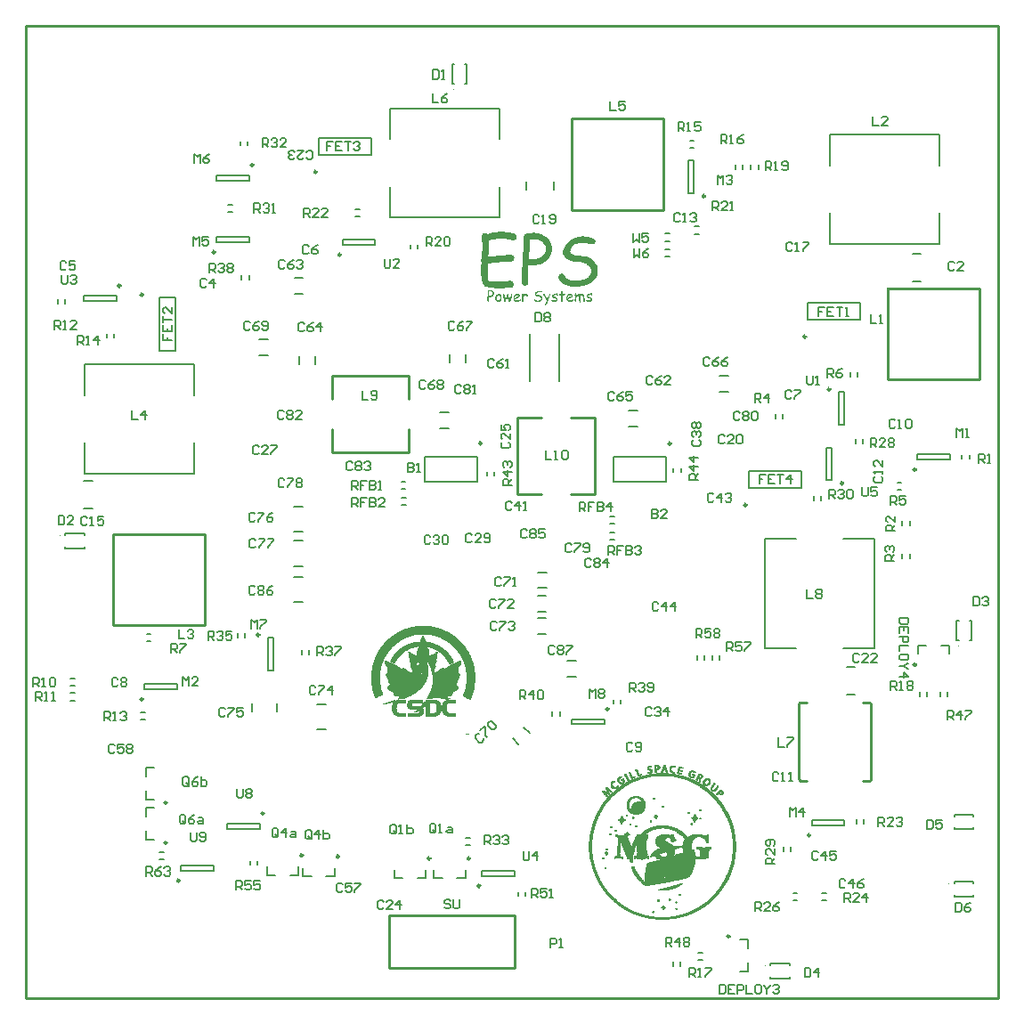
<source format=gbr>
%TF.GenerationSoftware,Altium Limited,Altium Designer,18.1.7 (191)*%
G04 Layer_Color=65535*
%FSLAX45Y45*%
%MOMM*%
%TF.FileFunction,Legend,Top*%
%TF.Part,Single*%
G01*
G75*
%TA.AperFunction,NonConductor*%
%ADD10C,0.25400*%
%ADD72C,0.25000*%
%ADD74C,0.20000*%
%ADD75C,0.15000*%
%ADD93C,0.10000*%
%ADD94C,0.02540*%
%ADD95C,0.04318*%
%ADD96C,0.05080*%
%ADD97C,0.25400*%
G36*
X6200100Y8947735D02*
X6207598D01*
X6215929Y8946902D01*
X6225093Y8946069D01*
X6244255Y8944403D01*
X6265083Y8941070D01*
X6285078Y8936072D01*
X6303406Y8930240D01*
X6304240D01*
X6306739Y8928573D01*
X6310071Y8926074D01*
X6314237Y8922742D01*
X6318403Y8918576D01*
X6321735Y8913577D01*
X6324234Y8906912D01*
X6325068Y8899414D01*
Y8898581D01*
Y8897748D01*
X6324234Y8891916D01*
X6321735Y8884418D01*
X6316736Y8876920D01*
X6315070Y8875254D01*
X6310071Y8871921D01*
X6303406Y8868589D01*
X6298408Y8867756D01*
X6293409Y8866923D01*
X6287577D01*
X6284245Y8867756D01*
X6283412D01*
X6281745Y8868589D01*
X6279246Y8869422D01*
X6275080Y8870255D01*
X6270082Y8871088D01*
X6265083Y8872754D01*
X6251753Y8876087D01*
X6235924Y8878586D01*
X6218428Y8881086D01*
X6200100Y8882752D01*
X6180938Y8883585D01*
X6170940D01*
X6164275Y8882752D01*
X6155944D01*
X6145947Y8881919D01*
X6135949Y8880252D01*
X6124286Y8878586D01*
X6122619D01*
X6119287Y8877753D01*
X6112622Y8876920D01*
X6105124Y8875254D01*
X6095126Y8872754D01*
X6084296Y8870255D01*
X6071799Y8867756D01*
X6059302Y8864423D01*
Y8863590D01*
X6060135Y8861091D01*
Y8856925D01*
X6060969Y8852760D01*
X6061802Y8841929D01*
Y8831098D01*
Y8830265D01*
Y8829432D01*
Y8826933D01*
Y8822767D01*
Y8818602D01*
Y8813603D01*
Y8806938D01*
X6060969Y8800273D01*
Y8791942D01*
Y8782777D01*
X6060135Y8772780D01*
Y8761949D01*
X6059302Y8750286D01*
X6058469Y8738622D01*
X6056803Y8711129D01*
X6194268Y8723626D01*
X6196767D01*
X6200100Y8724459D01*
X6204265D01*
X6214263Y8726125D01*
X6226759Y8726958D01*
X6239256Y8728625D01*
X6251753Y8729458D01*
X6261750Y8730291D01*
X6271748D01*
X6274247Y8729458D01*
X6277580D01*
X6285078Y8726125D01*
X6289243Y8724459D01*
X6292576Y8721127D01*
X6293409D01*
X6294242Y8719460D01*
X6297575Y8714462D01*
X6300907Y8706964D01*
X6302573Y8701965D01*
Y8696966D01*
Y8696133D01*
X6301740Y8692800D01*
X6300907Y8687802D01*
X6299241Y8682803D01*
X6295075Y8676971D01*
X6290077Y8671972D01*
X6282578Y8667807D01*
X6272581Y8665308D01*
X6197600Y8658643D01*
X6052637Y8646146D01*
Y8645313D01*
Y8641980D01*
X6051804Y8637815D01*
Y8632816D01*
X6050971Y8626151D01*
Y8618653D01*
X6050138Y8603657D01*
Y8602824D01*
Y8600324D01*
Y8596159D01*
Y8591160D01*
Y8579496D01*
Y8566166D01*
Y8565333D01*
Y8562834D01*
Y8559501D01*
Y8555336D01*
Y8549504D01*
X6050971Y8543672D01*
X6051804Y8530342D01*
X6052637Y8516179D01*
X6054304Y8502849D01*
X6055137Y8497017D01*
X6056803Y8492019D01*
X6058469Y8487853D01*
X6060135Y8484520D01*
X6060969D01*
X6061802Y8482854D01*
X6065134Y8482021D01*
X6069300Y8480355D01*
X6075132Y8478689D01*
X6084296Y8477856D01*
X6095126Y8476189D01*
X6141781D01*
X6154278Y8477022D01*
X6174273D01*
X6180938Y8477856D01*
X6199266D01*
X6209264Y8478689D01*
X6231758D01*
X6237590Y8479522D01*
X6245088Y8480355D01*
X6245921D01*
X6246754Y8481188D01*
X6251753Y8482021D01*
X6258418Y8482854D01*
X6265083D01*
X6268415Y8482021D01*
X6274247Y8481188D01*
X6280912Y8478689D01*
X6286744Y8474523D01*
X6292576Y8468691D01*
X6295908Y8460360D01*
X6297575Y8449529D01*
Y8448696D01*
Y8445364D01*
X6295908Y8441198D01*
X6294242Y8436200D01*
X6290910Y8430368D01*
X6285911Y8425369D01*
X6279246Y8421203D01*
X6270082Y8418704D01*
X6268415D01*
X6266749Y8417871D01*
X6264250D01*
X6260084Y8417038D01*
X6255919D01*
X6250087Y8416205D01*
X6243422Y8415372D01*
X6235091Y8414538D01*
X6225926D01*
X6215096Y8413705D01*
X6203432Y8412872D01*
X6190102D01*
X6175939Y8412039D01*
X6132617D01*
X6125952Y8412872D01*
X6118454D01*
X6109290Y8413705D01*
X6089295Y8415372D01*
X6068467Y8418704D01*
X6047639Y8422870D01*
X6038474Y8426202D01*
X6030143Y8429535D01*
X6022645Y8433700D01*
X6016813Y8437866D01*
X6015147Y8439532D01*
X6014314Y8441198D01*
X6011814Y8443698D01*
X6010148Y8447030D01*
X6007649Y8452029D01*
X6004316Y8457861D01*
X6001817Y8464526D01*
X5999318Y8472024D01*
X5995985Y8481188D01*
X5993486Y8492019D01*
X5991820Y8503682D01*
X5989320Y8517012D01*
X5988487Y8532008D01*
X5986821Y8548671D01*
Y8566999D01*
Y8567832D01*
Y8570332D01*
Y8574497D01*
Y8580329D01*
Y8586161D01*
Y8593659D01*
X5987654Y8610322D01*
Y8611155D01*
Y8614487D01*
Y8619486D01*
X5988487Y8626151D01*
Y8633649D01*
X5989320Y8641980D01*
X5990153Y8661975D01*
X5989320Y8663641D01*
X5988487Y8666974D01*
X5987654Y8671972D01*
X5986821Y8677804D01*
Y8678637D01*
Y8679471D01*
X5987654Y8684469D01*
X5989320Y8690301D01*
X5992653Y8696966D01*
Y8697799D01*
Y8701132D01*
X5993486Y8705297D01*
Y8711962D01*
X5994319Y8719460D01*
X5995152Y8727792D01*
Y8737789D01*
X5995985Y8747786D01*
X5997651Y8769448D01*
X5998485Y8791942D01*
X5999318Y8812770D01*
Y8822767D01*
Y8831098D01*
Y8831932D01*
Y8833598D01*
Y8836097D01*
Y8839430D01*
X5998485Y8844428D01*
X5997651Y8850260D01*
X5996818Y8857758D01*
X5995985Y8865256D01*
Y8866089D01*
X5995152Y8869422D01*
Y8873588D01*
X5994319Y8878586D01*
X5993486Y8890250D01*
X5992653Y8895249D01*
Y8900247D01*
Y8901080D01*
Y8901914D01*
X5993486Y8906079D01*
X5994319Y8911911D01*
X5996818Y8919409D01*
X6000151Y8926074D01*
X6005983Y8931906D01*
X6013481Y8936072D01*
X6018479Y8937738D01*
X6025978D01*
X6028477Y8936905D01*
X6031809D01*
X6039307Y8933572D01*
X6042640Y8931073D01*
X6046806Y8927740D01*
X6047639D01*
X6048472Y8928573D01*
X6053470Y8929407D01*
X6060135Y8931073D01*
X6070133Y8933572D01*
X6080963Y8936072D01*
X6092627Y8939404D01*
X6117621Y8943570D01*
X6119287D01*
X6123453Y8944403D01*
X6130118Y8945236D01*
X6138449Y8946069D01*
X6148446Y8946902D01*
X6158444Y8947735D01*
X6180938Y8948568D01*
X6193435D01*
X6200100Y8947735D01*
D02*
G37*
G36*
X6965737Y8904413D02*
X6974068Y8903580D01*
X6984899Y8902747D01*
X6996562Y8901080D01*
X7009059Y8897748D01*
X7023222Y8894416D01*
X7024055D01*
X7025722Y8893582D01*
X7028221Y8892749D01*
X7031553Y8891916D01*
X7039885Y8889417D01*
X7049049Y8885251D01*
X7058213Y8880252D01*
X7066544Y8874421D01*
X7069877Y8871088D01*
X7072376Y8866923D01*
X7074042Y8863590D01*
X7074876Y8859424D01*
Y8858591D01*
X7074042Y8855259D01*
X7073209Y8851093D01*
X7071543Y8846095D01*
X7067378Y8840263D01*
X7062379Y8836097D01*
X7055714Y8832765D01*
X7045716Y8831932D01*
X7039885D01*
X7035719Y8832765D01*
X7029887Y8833598D01*
X7021556Y8834431D01*
X7012392Y8836097D01*
X7001561Y8838596D01*
X6999895D01*
X6996562Y8839430D01*
X6990730Y8841096D01*
X6983232Y8841929D01*
X6967403Y8844428D01*
X6959905Y8845261D01*
X6947408D01*
X6944076Y8844428D01*
X6934911Y8843595D01*
X6923248Y8841929D01*
X6910751Y8838596D01*
X6896588Y8834431D01*
X6882425Y8828599D01*
X6869095Y8820268D01*
X6867429Y8819435D01*
X6863263Y8816102D01*
X6858264Y8811104D01*
X6851599Y8803605D01*
X6844934Y8795274D01*
X6839936Y8785277D01*
X6835770Y8774446D01*
X6834104Y8761949D01*
Y8761116D01*
X6834937Y8757784D01*
X6836603Y8752785D01*
X6839936Y8747786D01*
X6845768Y8741121D01*
X6854099Y8735290D01*
X6859098Y8732790D01*
X6865762Y8729458D01*
X6872427Y8727792D01*
X6880759Y8725292D01*
X6881592D01*
X6884091Y8724459D01*
X6889090Y8723626D01*
X6895755Y8722793D01*
X6904086Y8721960D01*
X6915750Y8720293D01*
X6929913Y8719460D01*
X6947408Y8717794D01*
X6950741D01*
X6954073Y8716961D01*
X6959072Y8716128D01*
X6965737Y8715295D01*
X6972402Y8713628D01*
X6989064Y8710296D01*
X7006560Y8704464D01*
X7025722Y8696133D01*
X7044050Y8685302D01*
X7060713Y8671972D01*
X7061546D01*
X7062379Y8670306D01*
X7066544Y8665308D01*
X7072376Y8657809D01*
X7079874Y8646979D01*
X7086539Y8634482D01*
X7092371Y8618653D01*
X7096537Y8601990D01*
X7098203Y8592826D01*
Y8582829D01*
Y8581996D01*
Y8579496D01*
X7097370Y8575331D01*
Y8570332D01*
X7095704Y8564500D01*
X7094870Y8557002D01*
X7092371Y8548671D01*
X7089872Y8539506D01*
X7085706Y8530342D01*
X7081541Y8520345D01*
X7075709Y8510347D01*
X7069044Y8500350D01*
X7060713Y8490352D01*
X7051548Y8481188D01*
X7040718Y8472024D01*
X7028221Y8462859D01*
X7027388D01*
X7025722Y8461193D01*
X7022389Y8459527D01*
X7017390Y8457028D01*
X7011558Y8453695D01*
X7004894Y8450363D01*
X6997395Y8447030D01*
X6988231Y8443698D01*
X6978234Y8440365D01*
X6968236Y8437033D01*
X6944076Y8430368D01*
X6917416Y8426202D01*
X6904086Y8425369D01*
X6889090Y8424536D01*
X6879092D01*
X6874094Y8425369D01*
X6868262D01*
X6854099Y8427035D01*
X6837436Y8429535D01*
X6819941Y8433700D01*
X6801612Y8438699D01*
X6783284Y8446197D01*
X6782450D01*
X6780784Y8447863D01*
X6778285Y8448696D01*
X6774119Y8451196D01*
X6764955Y8457028D01*
X6754124Y8465359D01*
X6743294Y8476189D01*
X6734130Y8488686D01*
X6729964Y8496184D01*
X6726631Y8503682D01*
X6724965Y8512013D01*
X6724132Y8520345D01*
Y8521178D01*
Y8522844D01*
X6724965Y8527843D01*
X6727465Y8535341D01*
X6729131Y8538673D01*
X6732463Y8542006D01*
X6733296D01*
X6734130Y8543672D01*
X6739128Y8546171D01*
X6746626Y8548671D01*
X6755791Y8550337D01*
X6758290D01*
X6761622Y8549504D01*
X6764955Y8547838D01*
X6769121Y8546171D01*
X6774119Y8542839D01*
X6778285Y8537840D01*
X6783284Y8532008D01*
X6784117Y8531175D01*
X6785783Y8528676D01*
X6789115Y8524510D01*
X6792448Y8519512D01*
X6801612Y8508681D01*
X6806611Y8504515D01*
X6811610Y8500350D01*
X6813276Y8499517D01*
X6816608Y8497850D01*
X6822440Y8494518D01*
X6831605Y8492019D01*
X6842435Y8488686D01*
X6855765Y8485354D01*
X6871594Y8483687D01*
X6889090Y8482854D01*
X6897421D01*
X6906585Y8483687D01*
X6919082Y8485354D01*
X6933245Y8487853D01*
X6948241Y8492019D01*
X6964071Y8497017D01*
X6979900Y8503682D01*
X6980733D01*
X6982399Y8505348D01*
X6984899Y8506182D01*
X6988231Y8508681D01*
X6997395Y8514513D01*
X7007393Y8522844D01*
X7016557Y8533675D01*
X7025722Y8547004D01*
X7029054Y8553669D01*
X7031553Y8562001D01*
X7033220Y8569499D01*
X7034053Y8578663D01*
Y8579496D01*
Y8580329D01*
X7033220Y8585328D01*
X7031553Y8592826D01*
X7028221Y8601990D01*
X7023222Y8611988D01*
X7014891Y8621985D01*
X7009892Y8627817D01*
X7003227Y8632816D01*
X6996562Y8637815D01*
X6988231Y8641980D01*
X6986565Y8642813D01*
X6981566Y8645313D01*
X6973235Y8648645D01*
X6962404Y8651978D01*
X6949074Y8656143D01*
X6932412Y8659476D01*
X6914083Y8661975D01*
X6894089Y8663641D01*
X6889090D01*
X6885757Y8664474D01*
X6876593Y8665308D01*
X6864929Y8666974D01*
X6851599Y8669473D01*
X6837436Y8673639D01*
X6822440Y8678637D01*
X6809110Y8685302D01*
X6808277D01*
X6807444Y8686136D01*
X6802445Y8690301D01*
X6794947Y8696133D01*
X6787449Y8703631D01*
X6779118Y8714462D01*
X6771620Y8726958D01*
X6766621Y8741955D01*
X6765788Y8749453D01*
X6764955Y8758617D01*
Y8759450D01*
Y8761116D01*
X6765788Y8764449D01*
Y8767781D01*
X6766621Y8772780D01*
X6768287Y8778612D01*
X6773286Y8792775D01*
X6776619Y8800273D01*
X6780784Y8808604D01*
X6785783Y8816935D01*
X6791615Y8825267D01*
X6799113Y8834431D01*
X6807444Y8843595D01*
X6817442Y8851926D01*
X6828272Y8861091D01*
X6829105Y8861924D01*
X6830771Y8862757D01*
X6834104Y8865256D01*
X6839103Y8867756D01*
X6844101Y8871088D01*
X6850766Y8875254D01*
X6858264Y8879419D01*
X6866596Y8883585D01*
X6885757Y8891083D01*
X6907418Y8898581D01*
X6929913Y8903580D01*
X6941576Y8904413D01*
X6954073Y8905246D01*
X6959905D01*
X6965737Y8904413D01*
D02*
G37*
G36*
X6508354Y8937738D02*
X6513353D01*
X6519185Y8936905D01*
X6533348Y8933572D01*
X6550010Y8928573D01*
X6568339Y8921908D01*
X6587500Y8911911D01*
X6597498Y8905246D01*
X6606662Y8898581D01*
X6607495Y8897748D01*
X6609162Y8896915D01*
X6611661Y8894416D01*
X6615826Y8891083D01*
X6619992Y8886917D01*
X6624158Y8881919D01*
X6634988Y8869422D01*
X6644986Y8853593D01*
X6654150Y8836097D01*
X6657482Y8826100D01*
X6659982Y8816102D01*
X6661648Y8805272D01*
X6662481Y8793608D01*
Y8792775D01*
Y8790276D01*
Y8786110D01*
X6661648Y8780278D01*
X6660815Y8774446D01*
X6659149Y8766115D01*
X6657482Y8757784D01*
X6654983Y8748620D01*
X6651651Y8738622D01*
X6647485Y8728625D01*
X6643319Y8718627D01*
X6637488Y8708630D01*
X6629990Y8697799D01*
X6622491Y8687802D01*
X6613327Y8678637D01*
X6602497Y8669473D01*
X6601663Y8668640D01*
X6599997Y8667807D01*
X6597498Y8665308D01*
X6593332Y8662808D01*
X6588334Y8659476D01*
X6581669Y8656143D01*
X6575004Y8652811D01*
X6566672Y8648645D01*
X6558341Y8644480D01*
X6548344Y8641147D01*
X6526683Y8634482D01*
X6502522Y8629483D01*
X6489192Y8628650D01*
X6475862Y8627817D01*
X6471697D01*
X6467531Y8628650D01*
X6462532D01*
X6455867Y8629483D01*
X6447536Y8630316D01*
X6437539Y8631150D01*
Y8630316D01*
Y8628650D01*
Y8626151D01*
Y8621985D01*
X6436706Y8616153D01*
Y8609488D01*
Y8601990D01*
Y8592826D01*
X6435873Y8581996D01*
Y8569499D01*
Y8556169D01*
Y8541173D01*
X6435039Y8524510D01*
Y8506182D01*
Y8486187D01*
Y8464526D01*
Y8463692D01*
Y8462859D01*
X6434206Y8457028D01*
X6431707Y8450363D01*
X6426708Y8443698D01*
X6425042Y8442031D01*
X6420876Y8439532D01*
X6414211Y8437033D01*
X6405880Y8435366D01*
X6404214D01*
X6398382Y8436200D01*
X6391717Y8438699D01*
X6385052Y8443698D01*
X6384219Y8445364D01*
X6381720Y8449529D01*
X6378387Y8456194D01*
X6377554Y8464526D01*
Y8557835D01*
Y8558668D01*
Y8560334D01*
Y8562834D01*
Y8566166D01*
Y8571165D01*
Y8576997D01*
X6378387Y8583662D01*
Y8591160D01*
Y8600324D01*
Y8610322D01*
X6379220Y8620319D01*
X6380054Y8631983D01*
Y8645313D01*
X6380887Y8658643D01*
X6381720Y8672806D01*
X6382553Y8688635D01*
Y8689468D01*
Y8692800D01*
X6383386Y8696966D01*
Y8703631D01*
X6384219Y8711129D01*
X6385052Y8719460D01*
Y8728625D01*
X6385885Y8738622D01*
X6387552Y8760283D01*
X6388385Y8781944D01*
X6389218Y8801939D01*
X6390051Y8811104D01*
Y8818602D01*
Y8862757D01*
Y8864423D01*
Y8867756D01*
Y8873588D01*
X6390884Y8880252D01*
X6391717Y8894416D01*
X6392550Y8901914D01*
X6393383Y8907745D01*
Y8908579D01*
X6395050Y8911911D01*
X6396716Y8916077D01*
X6400048Y8921075D01*
X6404214Y8926074D01*
X6409213Y8929407D01*
X6415878Y8931906D01*
X6425042D01*
X6425875Y8932739D01*
X6428374D01*
X6431707Y8933572D01*
X6435873Y8934405D01*
X6440038Y8935238D01*
X6452535Y8936905D01*
X6455867D01*
X6460033Y8937738D01*
X6471697D01*
X6480028Y8938571D01*
X6504188D01*
X6508354Y8937738D01*
D02*
G37*
G36*
X6542449Y8387582D02*
X6544300Y8387397D01*
X6546708Y8387212D01*
X6549300Y8386841D01*
X6552077Y8386101D01*
X6555225Y8385360D01*
X6555410D01*
X6555781Y8385175D01*
X6556336Y8384990D01*
X6557077Y8384804D01*
X6558928Y8384249D01*
X6560965Y8383323D01*
X6563002Y8382212D01*
X6564854Y8380916D01*
X6565594Y8380175D01*
X6566150Y8379249D01*
X6566520Y8378509D01*
X6566705Y8377583D01*
Y8377398D01*
X6566520Y8376657D01*
X6566335Y8375731D01*
X6565965Y8374620D01*
X6565039Y8373324D01*
X6563928Y8372398D01*
X6562447Y8371658D01*
X6560225Y8371472D01*
X6558928D01*
X6558003Y8371658D01*
X6556706Y8371843D01*
X6554855Y8372028D01*
X6552818Y8372398D01*
X6550411Y8372954D01*
X6550040D01*
X6549300Y8373139D01*
X6548004Y8373509D01*
X6546337Y8373694D01*
X6542819Y8374250D01*
X6541153Y8374435D01*
X6538375D01*
X6537634Y8374250D01*
X6535598Y8374065D01*
X6533005Y8373694D01*
X6530228Y8372954D01*
X6527080Y8372028D01*
X6523932Y8370732D01*
X6520969Y8368880D01*
X6520599Y8368695D01*
X6519673Y8367954D01*
X6518562Y8366843D01*
X6517081Y8365177D01*
X6515600Y8363325D01*
X6514489Y8361103D01*
X6513563Y8358696D01*
X6513192Y8355919D01*
Y8355733D01*
X6513378Y8354993D01*
X6513748Y8353882D01*
X6514489Y8352771D01*
X6515785Y8351289D01*
X6517636Y8349993D01*
X6518747Y8349438D01*
X6520229Y8348697D01*
X6521710Y8348327D01*
X6523562Y8347771D01*
X6523747D01*
X6524302Y8347586D01*
X6525413Y8347401D01*
X6526895Y8347216D01*
X6528746Y8347031D01*
X6531339Y8346660D01*
X6534487Y8346475D01*
X6538375Y8346105D01*
X6539116D01*
X6539856Y8345920D01*
X6540967Y8345734D01*
X6542449Y8345549D01*
X6543930Y8345179D01*
X6547633Y8344438D01*
X6551522Y8343142D01*
X6555781Y8341290D01*
X6559854Y8338883D01*
X6563558Y8335921D01*
X6563743D01*
X6563928Y8335550D01*
X6564854Y8334439D01*
X6566150Y8332773D01*
X6567816Y8330366D01*
X6569298Y8327588D01*
X6570594Y8324070D01*
X6571520Y8320367D01*
X6571890Y8318330D01*
Y8316108D01*
Y8315923D01*
Y8315367D01*
X6571705Y8314441D01*
Y8313330D01*
X6571335Y8312034D01*
X6571149Y8310368D01*
X6570594Y8308516D01*
X6570038Y8306479D01*
X6569113Y8304442D01*
X6568187Y8302220D01*
X6566891Y8299998D01*
X6565409Y8297776D01*
X6563558Y8295554D01*
X6561521Y8293518D01*
X6559114Y8291481D01*
X6556336Y8289444D01*
X6556151D01*
X6555781Y8289074D01*
X6555040Y8288703D01*
X6553929Y8288148D01*
X6552633Y8287407D01*
X6551151Y8286666D01*
X6549485Y8285926D01*
X6547448Y8285185D01*
X6545226Y8284444D01*
X6543004Y8283704D01*
X6537634Y8282222D01*
X6531709Y8281297D01*
X6528746Y8281111D01*
X6525413Y8280926D01*
X6523191D01*
X6522080Y8281111D01*
X6520784D01*
X6517636Y8281482D01*
X6513933Y8282037D01*
X6510045Y8282963D01*
X6505971Y8284074D01*
X6501897Y8285741D01*
X6501712D01*
X6501342Y8286111D01*
X6500786Y8286296D01*
X6499861Y8286852D01*
X6497824Y8288148D01*
X6495417Y8289999D01*
X6493009Y8292407D01*
X6490973Y8295184D01*
X6490047Y8296851D01*
X6489306Y8298517D01*
X6488936Y8300369D01*
X6488751Y8302220D01*
Y8302406D01*
Y8302776D01*
X6488936Y8303887D01*
X6489491Y8305553D01*
X6489862Y8306294D01*
X6490602Y8307035D01*
X6490787D01*
X6490973Y8307405D01*
X6492084Y8307961D01*
X6493750Y8308516D01*
X6495787Y8308886D01*
X6496342D01*
X6497083Y8308701D01*
X6497824Y8308331D01*
X6498750Y8307961D01*
X6499861Y8307220D01*
X6500786Y8306109D01*
X6501897Y8304813D01*
X6502083Y8304628D01*
X6502453Y8304072D01*
X6503193Y8303146D01*
X6503934Y8302035D01*
X6505971Y8299628D01*
X6507082Y8298702D01*
X6508193Y8297776D01*
X6508563Y8297591D01*
X6509304Y8297221D01*
X6510600Y8296480D01*
X6512637Y8295925D01*
X6515044Y8295184D01*
X6518007Y8294443D01*
X6521525Y8294073D01*
X6525413Y8293888D01*
X6527265D01*
X6529302Y8294073D01*
X6532079Y8294443D01*
X6535227Y8294999D01*
X6538560Y8295925D01*
X6542078Y8297036D01*
X6545597Y8298517D01*
X6545782D01*
X6546152Y8298887D01*
X6546708Y8299073D01*
X6547448Y8299628D01*
X6549485Y8300924D01*
X6551707Y8302776D01*
X6553744Y8305183D01*
X6555781Y8308146D01*
X6556521Y8309627D01*
X6557077Y8311479D01*
X6557447Y8313145D01*
X6557632Y8315182D01*
Y8315367D01*
Y8315552D01*
X6557447Y8316663D01*
X6557077Y8318330D01*
X6556336Y8320367D01*
X6555225Y8322589D01*
X6553373Y8324811D01*
X6552262Y8326107D01*
X6550781Y8327218D01*
X6549300Y8328329D01*
X6547448Y8329255D01*
X6547078Y8329440D01*
X6545967Y8329995D01*
X6544115Y8330736D01*
X6541708Y8331477D01*
X6538745Y8332402D01*
X6535042Y8333143D01*
X6530968Y8333699D01*
X6526524Y8334069D01*
X6525413D01*
X6524673Y8334254D01*
X6522636Y8334439D01*
X6520044Y8334810D01*
X6517081Y8335365D01*
X6513933Y8336291D01*
X6510600Y8337402D01*
X6507637Y8338883D01*
X6507452D01*
X6507267Y8339068D01*
X6506156Y8339994D01*
X6504490Y8341290D01*
X6502823Y8342957D01*
X6500972Y8345364D01*
X6499305Y8348142D01*
X6498194Y8351475D01*
X6498009Y8353141D01*
X6497824Y8355178D01*
Y8355363D01*
Y8355733D01*
X6498009Y8356474D01*
Y8357215D01*
X6498194Y8358326D01*
X6498564Y8359622D01*
X6499675Y8362770D01*
X6500416Y8364436D01*
X6501342Y8366288D01*
X6502453Y8368139D01*
X6503749Y8369991D01*
X6505415Y8372028D01*
X6507267Y8374065D01*
X6509489Y8375916D01*
X6511896Y8377953D01*
X6512081Y8378138D01*
X6512452Y8378324D01*
X6513192Y8378879D01*
X6514303Y8379435D01*
X6515414Y8380175D01*
X6516896Y8381101D01*
X6518562Y8382027D01*
X6520414Y8382953D01*
X6524673Y8384619D01*
X6529487Y8386286D01*
X6534487Y8387397D01*
X6537079Y8387582D01*
X6539856Y8387767D01*
X6541153D01*
X6542449Y8387582D01*
D02*
G37*
G36*
X6756315Y8382768D02*
X6757426Y8382397D01*
X6758723Y8381657D01*
X6760019Y8380360D01*
X6761130Y8378509D01*
X6761685Y8377398D01*
X6762241Y8376102D01*
X6762611Y8374435D01*
X6762796Y8372583D01*
Y8372398D01*
Y8372213D01*
Y8371658D01*
X6762981Y8370917D01*
Y8368880D01*
Y8366288D01*
X6762796Y8362214D01*
Y8357955D01*
X6763167D01*
X6764092Y8358141D01*
X6765574Y8358326D01*
X6767240Y8358511D01*
X6769092Y8358696D01*
X6770758Y8358881D01*
X6772055Y8359066D01*
X6776684D01*
X6779832Y8358696D01*
X6781128Y8358511D01*
X6782239Y8358326D01*
X6782424D01*
X6782979Y8357955D01*
X6783720Y8357585D01*
X6784461Y8357030D01*
X6785201Y8356104D01*
X6785942Y8354993D01*
X6786497Y8353511D01*
X6786683Y8351845D01*
Y8351660D01*
Y8351289D01*
X6786497Y8350734D01*
Y8349993D01*
X6785757Y8348327D01*
X6785386Y8347401D01*
X6784646Y8346660D01*
X6784275Y8346290D01*
X6783350Y8345734D01*
X6781683Y8345179D01*
X6779646Y8344809D01*
X6775758D01*
X6775017Y8344994D01*
X6771869D01*
X6770944Y8344809D01*
X6769833D01*
X6768166Y8344623D01*
X6765944Y8344438D01*
X6763352Y8344068D01*
X6764463Y8302591D01*
X6764648Y8299443D01*
Y8295925D01*
Y8295740D01*
Y8295184D01*
Y8294443D01*
Y8293518D01*
X6764278Y8291110D01*
X6763722Y8288333D01*
X6762981Y8285370D01*
X6761685Y8282963D01*
X6760759Y8282037D01*
X6759834Y8281297D01*
X6758537Y8280741D01*
X6757241Y8280556D01*
X6756871D01*
X6755575Y8280741D01*
X6753908Y8281297D01*
X6752242Y8282408D01*
X6751871Y8282778D01*
X6751316Y8283704D01*
X6750575Y8285000D01*
X6750390Y8285926D01*
X6750205Y8286852D01*
Y8287037D01*
Y8287407D01*
Y8287963D01*
Y8288888D01*
Y8289999D01*
Y8291296D01*
X6750390Y8292962D01*
Y8294814D01*
Y8294999D01*
Y8295740D01*
X6750575Y8296665D01*
Y8297776D01*
X6750760Y8300369D01*
Y8301665D01*
Y8302776D01*
X6749464Y8343883D01*
X6748538D01*
X6747242Y8344068D01*
X6745576D01*
X6743354Y8344253D01*
X6740576Y8344438D01*
X6737428Y8344623D01*
X6733725Y8344994D01*
X6733540D01*
X6732799Y8345179D01*
X6731874Y8345549D01*
X6730763Y8346105D01*
X6729466Y8347031D01*
X6728541Y8348142D01*
X6727800Y8349808D01*
X6727615Y8351845D01*
Y8352030D01*
Y8352400D01*
X6727800Y8352956D01*
Y8353697D01*
X6728355Y8355363D01*
X6729466Y8357030D01*
Y8357215D01*
X6729837Y8357400D01*
X6730763Y8358141D01*
X6732244Y8358696D01*
X6733170Y8359066D01*
X6734281D01*
X6749094Y8357955D01*
Y8358141D01*
Y8358696D01*
Y8359437D01*
Y8360548D01*
Y8361844D01*
X6748909Y8363510D01*
Y8365362D01*
X6748724Y8367399D01*
Y8367584D01*
Y8368325D01*
X6748538Y8369436D01*
Y8370732D01*
X6748353Y8373509D01*
Y8374991D01*
Y8376102D01*
Y8376287D01*
Y8376657D01*
X6748538Y8377768D01*
X6749279Y8379435D01*
X6749649Y8380175D01*
X6750390Y8380916D01*
X6750575Y8381101D01*
X6750760Y8381286D01*
X6751871Y8382027D01*
X6753353Y8382582D01*
X6754279Y8382953D01*
X6755760D01*
X6756315Y8382768D01*
D02*
G37*
G36*
X6422461Y8358696D02*
X6423757Y8358326D01*
X6425053Y8357770D01*
X6426535Y8357030D01*
X6427831Y8355919D01*
X6428942Y8354437D01*
X6429127Y8354252D01*
X6429497Y8353697D01*
X6429868Y8352586D01*
X6430423Y8351289D01*
X6430979Y8349438D01*
X6431534Y8347216D01*
X6431719Y8344623D01*
X6431905Y8341661D01*
Y8341476D01*
Y8341105D01*
Y8340365D01*
Y8339624D01*
Y8337957D01*
X6431719Y8337217D01*
Y8336661D01*
Y8336291D01*
X6431534Y8335365D01*
X6431164Y8333884D01*
X6430608Y8332402D01*
X6429683Y8330736D01*
X6428572Y8329255D01*
X6426905Y8328329D01*
X6425794Y8328144D01*
X6424683Y8327958D01*
X6424498D01*
X6423757Y8328144D01*
X6422831Y8328329D01*
X6421720Y8328884D01*
X6420609Y8329625D01*
X6419684Y8330921D01*
X6418943Y8332588D01*
X6418758Y8334810D01*
Y8334995D01*
Y8335921D01*
Y8336661D01*
Y8337402D01*
X6418573Y8338513D01*
Y8339809D01*
X6418387Y8345734D01*
X6417832D01*
X6417276Y8345549D01*
X6416536Y8345364D01*
X6414499Y8344994D01*
X6412092Y8344438D01*
X6409129Y8343512D01*
X6406167Y8342401D01*
X6403204Y8341105D01*
X6400612Y8339439D01*
X6400426Y8339254D01*
X6399501Y8338513D01*
X6398390Y8337587D01*
X6396908Y8335921D01*
X6395242Y8334069D01*
X6393575Y8331662D01*
X6391909Y8328884D01*
X6390242Y8325736D01*
X6390427Y8287407D01*
Y8287037D01*
X6390242Y8286296D01*
X6390057Y8285185D01*
X6389502Y8283889D01*
X6388761Y8282593D01*
X6387465Y8281482D01*
X6385798Y8280741D01*
X6383391Y8280371D01*
X6383206D01*
X6382465Y8280556D01*
X6381539Y8280741D01*
X6380428Y8281297D01*
X6379132Y8282037D01*
X6378206Y8283333D01*
X6377466Y8285000D01*
X6377281Y8287407D01*
Y8336476D01*
Y8336661D01*
Y8336846D01*
Y8337402D01*
Y8338328D01*
Y8339254D01*
Y8340550D01*
X6377466Y8341846D01*
Y8343512D01*
Y8343698D01*
Y8344253D01*
Y8345179D01*
X6377651Y8346105D01*
Y8348327D01*
Y8349438D01*
Y8350364D01*
Y8350734D01*
X6377836Y8351475D01*
X6378021Y8352586D01*
X6378392Y8354067D01*
X6379132Y8355363D01*
X6380243Y8356474D01*
X6381725Y8357215D01*
X6383761Y8357585D01*
X6384132D01*
X6384872Y8357400D01*
X6385983Y8357030D01*
X6387280Y8356104D01*
X6388576Y8354622D01*
X6389131Y8353697D01*
X6389687Y8352586D01*
X6390057Y8351289D01*
X6390427Y8349623D01*
X6390613Y8347771D01*
X6390798Y8345734D01*
X6390983Y8345920D01*
X6391353Y8346290D01*
X6392094Y8347031D01*
X6393205Y8347771D01*
X6394316Y8348697D01*
X6395982Y8349808D01*
X6397649Y8351104D01*
X6399501Y8352400D01*
X6401723Y8353511D01*
X6403945Y8354808D01*
X6408944Y8356844D01*
X6411721Y8357585D01*
X6414684Y8358326D01*
X6417647Y8358696D01*
X6420609Y8358881D01*
X6421535D01*
X6422461Y8358696D01*
D02*
G37*
G36*
X7037212Y8364806D02*
X7037953D01*
X7039619Y8364066D01*
X7040360Y8363695D01*
X7041101Y8362955D01*
X7041286D01*
X7041471Y8362584D01*
X7042212Y8361473D01*
X7042767Y8359992D01*
X7043138Y8358881D01*
Y8357770D01*
Y8357400D01*
Y8356844D01*
X7043323Y8356289D01*
X7043508Y8354437D01*
X7043878Y8351845D01*
Y8351660D01*
X7044063Y8351289D01*
X7044249Y8350549D01*
X7044434Y8349623D01*
X7044619Y8347771D01*
X7044804Y8345920D01*
Y8345734D01*
Y8345364D01*
X7044619Y8344809D01*
Y8344068D01*
X7043878Y8342401D01*
X7043508Y8341476D01*
X7042767Y8340735D01*
X7042397Y8340365D01*
X7041471Y8339809D01*
X7039805Y8339254D01*
X7037768Y8338883D01*
X7037212D01*
X7036472Y8339068D01*
X7035731Y8339254D01*
X7033879Y8339994D01*
X7033139Y8340550D01*
X7032398Y8341476D01*
X7032213Y8341846D01*
X7032028Y8342401D01*
X7031842Y8343142D01*
X7031657Y8344068D01*
X7031287Y8345364D01*
X7031102Y8347031D01*
X7030731Y8349067D01*
X7030546D01*
X7029806Y8348697D01*
X7028509Y8348327D01*
X7026658Y8347956D01*
X7024436Y8347216D01*
X7021658Y8346290D01*
X7018325Y8345364D01*
X7014437Y8344068D01*
X7014252D01*
X7013881Y8343883D01*
X7013326Y8343698D01*
X7012770Y8343327D01*
X7010919Y8342401D01*
X7008882Y8341105D01*
X7006660Y8339439D01*
X7004993Y8337587D01*
X7004253Y8336476D01*
X7003697Y8335365D01*
X7003327Y8334254D01*
X7003142Y8332958D01*
X7003327D01*
X7003512Y8332773D01*
X7004438Y8332588D01*
X7005734Y8332217D01*
X7007215Y8331847D01*
X7007401D01*
X7007956Y8331662D01*
X7008697Y8331477D01*
X7009808Y8331291D01*
X7011289Y8331106D01*
X7012770Y8330736D01*
X7016288Y8329810D01*
X7020177Y8328699D01*
X7024251Y8327403D01*
X7027954Y8325736D01*
X7029620Y8324811D01*
X7031287Y8323885D01*
X7031472D01*
X7031842Y8323514D01*
X7032398Y8323144D01*
X7033139Y8322589D01*
X7034990Y8320922D01*
X7037027Y8318515D01*
X7039064Y8315552D01*
X7040916Y8311849D01*
X7041656Y8309812D01*
X7042212Y8307590D01*
X7042582Y8305183D01*
X7042767Y8302591D01*
Y8302406D01*
Y8302035D01*
Y8301480D01*
X7042582Y8300739D01*
X7042212Y8298702D01*
X7041471Y8296295D01*
X7040360Y8293518D01*
X7038508Y8290555D01*
X7037397Y8289074D01*
X7036101Y8287777D01*
X7034620Y8286481D01*
X7032768Y8285370D01*
X7032398Y8285185D01*
X7031287Y8284630D01*
X7029620Y8283889D01*
X7027213Y8283148D01*
X7024065Y8282222D01*
X7020547Y8281482D01*
X7016474Y8280926D01*
X7012030Y8280741D01*
X7010548D01*
X7008697Y8280926D01*
X7006475Y8281111D01*
X7003882Y8281482D01*
X7000920Y8282037D01*
X6997772Y8282778D01*
X6994624Y8283889D01*
X6994439D01*
X6994254Y8284074D01*
X6993698Y8284259D01*
X6992958Y8284630D01*
X6991291Y8285370D01*
X6989254Y8286666D01*
X6987217Y8288148D01*
X6985551Y8289999D01*
X6984810Y8291110D01*
X6984440Y8292221D01*
X6984070Y8293332D01*
X6983884Y8294629D01*
Y8294814D01*
Y8295184D01*
X6984070Y8296295D01*
X6984810Y8297776D01*
X6985181Y8298702D01*
X6985921Y8299443D01*
X6986106Y8299628D01*
X6986292Y8299813D01*
X6987403Y8300554D01*
X6988884Y8301295D01*
X6989995Y8301665D01*
X6991291D01*
X6991847Y8301480D01*
X6992402Y8301295D01*
X6993328Y8300739D01*
X6994254Y8300184D01*
X6995365Y8299258D01*
X6996661Y8298147D01*
X6997031Y8297962D01*
X6997587Y8297591D01*
X6998327Y8297221D01*
X6999253Y8296851D01*
X7000549Y8296480D01*
X7002216Y8295925D01*
X7004253Y8295554D01*
X7004438D01*
X7004993Y8295369D01*
X7005919D01*
X7007030Y8295184D01*
X7009437Y8294999D01*
X7012030Y8294814D01*
X7014066D01*
X7015548Y8294999D01*
X7017214Y8295184D01*
X7018881Y8295369D01*
X7022399Y8296110D01*
X7022769Y8296295D01*
X7023510Y8296480D01*
X7024436Y8297036D01*
X7025732Y8297776D01*
X7027028Y8298517D01*
X7027954Y8299628D01*
X7028695Y8301109D01*
X7029065Y8302591D01*
Y8302776D01*
Y8302961D01*
X7028880Y8304072D01*
X7028324Y8305739D01*
X7027398Y8307775D01*
X7026658Y8308886D01*
X7025732Y8309997D01*
X7024621Y8311108D01*
X7023325Y8312219D01*
X7021843Y8313145D01*
X7019992Y8314071D01*
X7017955Y8314812D01*
X7015548Y8315552D01*
X7008326Y8317034D01*
X7008141D01*
X7007956Y8317219D01*
X7006845Y8317404D01*
X7005179Y8317774D01*
X7003142Y8318330D01*
X6998698Y8319996D01*
X6996661Y8320922D01*
X6994994Y8321848D01*
X6994809Y8322033D01*
X6994069Y8322589D01*
X6993328Y8323514D01*
X6992217Y8324811D01*
X6991291Y8326477D01*
X6990365Y8328514D01*
X6989625Y8330921D01*
X6989439Y8333699D01*
Y8333884D01*
Y8334254D01*
X6989625Y8335180D01*
Y8336106D01*
X6989810Y8337217D01*
X6990180Y8338698D01*
X6991106Y8341846D01*
X6991847Y8343512D01*
X6992772Y8345179D01*
X6993883Y8347031D01*
X6995180Y8348697D01*
X6996846Y8350364D01*
X6998698Y8351845D01*
X7000735Y8353326D01*
X7003142Y8354622D01*
X7003327D01*
X7003882Y8354993D01*
X7004993Y8355363D01*
X7006475Y8355919D01*
X7008326Y8356474D01*
X7010734Y8357215D01*
X7013511Y8358141D01*
X7016659Y8359066D01*
X7016844D01*
X7017029Y8359252D01*
X7018140Y8359622D01*
X7019807Y8359992D01*
X7021843Y8360733D01*
X7024065Y8361473D01*
X7026287Y8362214D01*
X7028324Y8362955D01*
X7029991Y8363695D01*
X7030176D01*
X7030546Y8363881D01*
X7031102Y8364066D01*
X7031842Y8364436D01*
X7033694Y8364806D01*
X7036101Y8364992D01*
X7036657D01*
X7037212Y8364806D01*
D02*
G37*
G36*
X6709654D02*
X6710394D01*
X6712061Y8364066D01*
X6712801Y8363695D01*
X6713542Y8362955D01*
X6713727D01*
X6713912Y8362584D01*
X6714653Y8361473D01*
X6715209Y8359992D01*
X6715579Y8358881D01*
Y8357770D01*
Y8357400D01*
Y8356844D01*
X6715764Y8356289D01*
X6715949Y8354437D01*
X6716320Y8351845D01*
Y8351660D01*
X6716505Y8351289D01*
X6716690Y8350549D01*
X6716875Y8349623D01*
X6717060Y8347771D01*
X6717245Y8345920D01*
Y8345734D01*
Y8345364D01*
X6717060Y8344809D01*
Y8344068D01*
X6716320Y8342401D01*
X6715949Y8341476D01*
X6715209Y8340735D01*
X6714838Y8340365D01*
X6713912Y8339809D01*
X6712246Y8339254D01*
X6710209Y8338883D01*
X6709654D01*
X6708913Y8339068D01*
X6708172Y8339254D01*
X6706321Y8339994D01*
X6705580Y8340550D01*
X6704839Y8341476D01*
X6704654Y8341846D01*
X6704469Y8342401D01*
X6704284Y8343142D01*
X6704099Y8344068D01*
X6703728Y8345364D01*
X6703543Y8347031D01*
X6703173Y8349067D01*
X6702988D01*
X6702247Y8348697D01*
X6700951Y8348327D01*
X6699099Y8347956D01*
X6696877Y8347216D01*
X6694100Y8346290D01*
X6690767Y8345364D01*
X6686878Y8344068D01*
X6686693D01*
X6686323Y8343883D01*
X6685767Y8343698D01*
X6685212Y8343327D01*
X6683360Y8342401D01*
X6681323Y8341105D01*
X6679101Y8339439D01*
X6677435Y8337587D01*
X6676694Y8336476D01*
X6676139Y8335365D01*
X6675768Y8334254D01*
X6675583Y8332958D01*
X6675768D01*
X6675953Y8332773D01*
X6676879Y8332588D01*
X6678175Y8332217D01*
X6679657Y8331847D01*
X6679842D01*
X6680397Y8331662D01*
X6681138Y8331477D01*
X6682249Y8331291D01*
X6683730Y8331106D01*
X6685212Y8330736D01*
X6688730Y8329810D01*
X6692618Y8328699D01*
X6696692Y8327403D01*
X6700395Y8325736D01*
X6702062Y8324811D01*
X6703728Y8323885D01*
X6703913D01*
X6704284Y8323514D01*
X6704839Y8323144D01*
X6705580Y8322589D01*
X6707432Y8320922D01*
X6709468Y8318515D01*
X6711505Y8315552D01*
X6713357Y8311849D01*
X6714098Y8309812D01*
X6714653Y8307590D01*
X6715023Y8305183D01*
X6715209Y8302591D01*
Y8302406D01*
Y8302035D01*
Y8301480D01*
X6715023Y8300739D01*
X6714653Y8298702D01*
X6713912Y8296295D01*
X6712801Y8293518D01*
X6710950Y8290555D01*
X6709839Y8289074D01*
X6708543Y8287777D01*
X6707061Y8286481D01*
X6705210Y8285370D01*
X6704839Y8285185D01*
X6703728Y8284630D01*
X6702062Y8283889D01*
X6699655Y8283148D01*
X6696507Y8282222D01*
X6692989Y8281482D01*
X6688915Y8280926D01*
X6684471Y8280741D01*
X6682990D01*
X6681138Y8280926D01*
X6678916Y8281111D01*
X6676324Y8281482D01*
X6673361Y8282037D01*
X6670213Y8282778D01*
X6667065Y8283889D01*
X6666880D01*
X6666695Y8284074D01*
X6666140Y8284259D01*
X6665399Y8284630D01*
X6663732Y8285370D01*
X6661696Y8286666D01*
X6659659Y8288148D01*
X6657992Y8289999D01*
X6657252Y8291110D01*
X6656881Y8292221D01*
X6656511Y8293332D01*
X6656326Y8294629D01*
Y8294814D01*
Y8295184D01*
X6656511Y8296295D01*
X6657252Y8297776D01*
X6657622Y8298702D01*
X6658363Y8299443D01*
X6658548Y8299628D01*
X6658733Y8299813D01*
X6659844Y8300554D01*
X6661325Y8301295D01*
X6662436Y8301665D01*
X6663732D01*
X6664288Y8301480D01*
X6664843Y8301295D01*
X6665769Y8300739D01*
X6666695Y8300184D01*
X6667806Y8299258D01*
X6669102Y8298147D01*
X6669473Y8297962D01*
X6670028Y8297591D01*
X6670769Y8297221D01*
X6671695Y8296851D01*
X6672991Y8296480D01*
X6674657Y8295925D01*
X6676694Y8295554D01*
X6676879D01*
X6677435Y8295369D01*
X6678361D01*
X6679472Y8295184D01*
X6681879Y8294999D01*
X6684471Y8294814D01*
X6686508D01*
X6687989Y8294999D01*
X6689656Y8295184D01*
X6691322Y8295369D01*
X6694840Y8296110D01*
X6695211Y8296295D01*
X6695951Y8296480D01*
X6696877Y8297036D01*
X6698173Y8297776D01*
X6699469Y8298517D01*
X6700395Y8299628D01*
X6701136Y8301109D01*
X6701506Y8302591D01*
Y8302776D01*
Y8302961D01*
X6701321Y8304072D01*
X6700766Y8305739D01*
X6699840Y8307775D01*
X6699099Y8308886D01*
X6698173Y8309997D01*
X6697062Y8311108D01*
X6695766Y8312219D01*
X6694285Y8313145D01*
X6692433Y8314071D01*
X6690396Y8314812D01*
X6687989Y8315552D01*
X6680768Y8317034D01*
X6680583D01*
X6680397Y8317219D01*
X6679286Y8317404D01*
X6677620Y8317774D01*
X6675583Y8318330D01*
X6671139Y8319996D01*
X6669102Y8320922D01*
X6667436Y8321848D01*
X6667251Y8322033D01*
X6666510Y8322589D01*
X6665769Y8323514D01*
X6664658Y8324811D01*
X6663732Y8326477D01*
X6662807Y8328514D01*
X6662066Y8330921D01*
X6661881Y8333699D01*
Y8333884D01*
Y8334254D01*
X6662066Y8335180D01*
Y8336106D01*
X6662251Y8337217D01*
X6662621Y8338698D01*
X6663547Y8341846D01*
X6664288Y8343512D01*
X6665214Y8345179D01*
X6666325Y8347031D01*
X6667621Y8348697D01*
X6669287Y8350364D01*
X6671139Y8351845D01*
X6673176Y8353326D01*
X6675583Y8354622D01*
X6675768D01*
X6676324Y8354993D01*
X6677435Y8355363D01*
X6678916Y8355919D01*
X6680768Y8356474D01*
X6683175Y8357215D01*
X6685952Y8358141D01*
X6689100Y8359066D01*
X6689285D01*
X6689470Y8359252D01*
X6690581Y8359622D01*
X6692248Y8359992D01*
X6694285Y8360733D01*
X6696507Y8361473D01*
X6698729Y8362214D01*
X6700766Y8362955D01*
X6702432Y8363695D01*
X6702617D01*
X6702988Y8363881D01*
X6703543Y8364066D01*
X6704284Y8364436D01*
X6706135Y8364806D01*
X6708543Y8364992D01*
X6709098D01*
X6709654Y8364806D01*
D02*
G37*
G36*
X6076571Y8394989D02*
X6077682D01*
X6078978Y8394803D01*
X6082126Y8394063D01*
X6085829Y8392952D01*
X6089903Y8391470D01*
X6094162Y8389248D01*
X6096384Y8387767D01*
X6098421Y8386286D01*
X6098606Y8386101D01*
X6098976Y8385915D01*
X6099532Y8385360D01*
X6100457Y8384619D01*
X6101383Y8383693D01*
X6102309Y8382582D01*
X6104716Y8379805D01*
X6106938Y8376287D01*
X6108975Y8372398D01*
X6109716Y8370176D01*
X6110271Y8367954D01*
X6110642Y8365547D01*
X6110827Y8362955D01*
Y8362770D01*
Y8362214D01*
Y8361288D01*
X6110642Y8359992D01*
X6110456Y8358696D01*
X6110086Y8356844D01*
X6109716Y8354993D01*
X6109160Y8352956D01*
X6108420Y8350734D01*
X6107494Y8348512D01*
X6106568Y8346290D01*
X6105272Y8344068D01*
X6103605Y8341661D01*
X6101939Y8339439D01*
X6099902Y8337402D01*
X6097495Y8335365D01*
X6097310Y8335180D01*
X6096939Y8334995D01*
X6096384Y8334439D01*
X6095458Y8333884D01*
X6094347Y8333143D01*
X6092866Y8332402D01*
X6091384Y8331662D01*
X6089533Y8330736D01*
X6087681Y8329810D01*
X6085459Y8329069D01*
X6080645Y8327588D01*
X6075275Y8326477D01*
X6072312Y8326292D01*
X6069350Y8326107D01*
X6068424D01*
X6067498Y8326292D01*
X6066387D01*
X6064906Y8326477D01*
X6063054Y8326662D01*
X6060832Y8326847D01*
Y8326662D01*
Y8326292D01*
Y8325736D01*
Y8324811D01*
X6060647Y8323514D01*
Y8322033D01*
Y8320367D01*
Y8318330D01*
X6060462Y8315923D01*
Y8313145D01*
Y8310183D01*
Y8306850D01*
X6060276Y8303146D01*
Y8299073D01*
Y8294629D01*
Y8289814D01*
Y8289629D01*
Y8289444D01*
X6060091Y8288148D01*
X6059536Y8286666D01*
X6058425Y8285185D01*
X6058054Y8284815D01*
X6057129Y8284259D01*
X6055647Y8283704D01*
X6053796Y8283333D01*
X6053425D01*
X6052129Y8283519D01*
X6050648Y8284074D01*
X6049166Y8285185D01*
X6048981Y8285555D01*
X6048426Y8286481D01*
X6047685Y8287963D01*
X6047500Y8289814D01*
Y8310553D01*
Y8310738D01*
Y8311108D01*
Y8311664D01*
Y8312405D01*
Y8313516D01*
Y8314812D01*
X6047685Y8316293D01*
Y8317959D01*
Y8319996D01*
Y8322218D01*
X6047870Y8324440D01*
X6048055Y8327033D01*
Y8329995D01*
X6048241Y8332958D01*
X6048426Y8336106D01*
X6048611Y8339624D01*
Y8339809D01*
Y8340550D01*
X6048796Y8341476D01*
Y8342957D01*
X6048981Y8344623D01*
X6049166Y8346475D01*
Y8348512D01*
X6049352Y8350734D01*
X6049722Y8355548D01*
X6049907Y8360363D01*
X6050092Y8364806D01*
X6050277Y8366843D01*
Y8368510D01*
Y8378324D01*
Y8378694D01*
Y8379435D01*
Y8380731D01*
X6050463Y8382212D01*
X6050648Y8385360D01*
X6050833Y8387026D01*
X6051018Y8388323D01*
Y8388508D01*
X6051388Y8389248D01*
X6051759Y8390174D01*
X6052499Y8391285D01*
X6053425Y8392396D01*
X6054536Y8393137D01*
X6056018Y8393692D01*
X6058054D01*
X6058240Y8393878D01*
X6058795D01*
X6059536Y8394063D01*
X6060462Y8394248D01*
X6061387Y8394433D01*
X6064165Y8394803D01*
X6064906D01*
X6065831Y8394989D01*
X6068424D01*
X6070275Y8395174D01*
X6075645D01*
X6076571Y8394989D01*
D02*
G37*
G36*
X6644105Y8357770D02*
X6644845D01*
X6646512Y8357030D01*
X6647253Y8356474D01*
X6648178Y8355733D01*
X6648364D01*
X6648549Y8355363D01*
X6649289Y8354437D01*
X6650030Y8352771D01*
X6650400Y8351845D01*
Y8350919D01*
Y8350734D01*
X6650215Y8349993D01*
X6650030Y8348882D01*
X6649475Y8347401D01*
X6625218Y8294999D01*
X6625033Y8294814D01*
X6624848Y8294258D01*
X6624292Y8293147D01*
X6623737Y8291851D01*
X6622996Y8290185D01*
X6622070Y8288333D01*
X6621144Y8286296D01*
X6620218Y8283889D01*
X6617996Y8278889D01*
X6615774Y8273520D01*
X6613552Y8268335D01*
X6611516Y8263150D01*
X6606886Y8249633D01*
Y8249448D01*
X6606516Y8248893D01*
X6606146Y8247967D01*
X6605405Y8247041D01*
X6604479Y8246115D01*
X6603368Y8245189D01*
X6602072Y8244634D01*
X6600591Y8244449D01*
X6600035D01*
X6599480Y8244634D01*
X6598924D01*
X6597073Y8245374D01*
X6596332Y8245745D01*
X6595406Y8246485D01*
X6595036Y8246856D01*
X6594480Y8247782D01*
X6593740Y8249263D01*
X6593555Y8250189D01*
X6593369Y8251300D01*
Y8251485D01*
Y8251670D01*
X6593555Y8252226D01*
Y8252966D01*
X6593925Y8253892D01*
X6594110Y8255373D01*
X6594665Y8257040D01*
X6595221Y8259077D01*
X6596147Y8261484D01*
X6597073Y8264261D01*
X6598369Y8267594D01*
X6599850Y8271298D01*
X6601517Y8275556D01*
X6603553Y8280371D01*
X6605961Y8285741D01*
X6608553Y8291666D01*
X6583370Y8339994D01*
X6580223Y8344994D01*
Y8345179D01*
X6579852Y8345549D01*
X6579667Y8346105D01*
X6579297Y8346845D01*
X6578741Y8348697D01*
X6578371Y8350364D01*
Y8350549D01*
Y8350919D01*
X6578556Y8351475D01*
Y8352215D01*
X6579297Y8353882D01*
X6579667Y8354622D01*
X6580408Y8355548D01*
X6580593Y8355733D01*
X6580778Y8355919D01*
X6581889Y8356659D01*
X6583370Y8357400D01*
X6584481Y8357770D01*
X6585963D01*
X6586518Y8357585D01*
X6587259Y8357400D01*
X6588925Y8356659D01*
X6589666Y8356104D01*
X6590407Y8355178D01*
X6590592Y8354993D01*
X6590962Y8354437D01*
X6591703Y8353511D01*
X6592444Y8352030D01*
X6593555Y8350364D01*
X6595036Y8348327D01*
X6596517Y8345734D01*
X6598184Y8342957D01*
X6600035Y8339809D01*
X6602072Y8336291D01*
X6604109Y8332402D01*
X6606331Y8328144D01*
X6608738Y8323514D01*
X6611145Y8318515D01*
X6613552Y8313145D01*
X6616145Y8307590D01*
X6626514Y8332217D01*
Y8332402D01*
X6626699Y8332773D01*
X6627070Y8333513D01*
X6627440Y8334254D01*
X6627995Y8335365D01*
X6628551Y8336661D01*
X6630032Y8339624D01*
X6631699Y8342957D01*
X6633550Y8346660D01*
X6635402Y8350364D01*
X6637254Y8353882D01*
X6637439Y8354067D01*
X6637624Y8354437D01*
X6638180Y8355178D01*
X6638735Y8355919D01*
X6639661Y8356659D01*
X6640587Y8357400D01*
X6641698Y8357770D01*
X6642994Y8357955D01*
X6643549D01*
X6644105Y8357770D01*
D02*
G37*
G36*
X6835196Y8357955D02*
X6837974Y8357585D01*
X6840936Y8357215D01*
X6844084Y8356474D01*
X6847232Y8355363D01*
X6850195Y8354067D01*
X6850380D01*
X6850565Y8353882D01*
X6851676Y8353141D01*
X6853157Y8352030D01*
X6854824Y8350364D01*
X6856490Y8348327D01*
X6857786Y8345920D01*
X6858897Y8342957D01*
X6859083Y8341290D01*
X6859268Y8339439D01*
Y8339068D01*
X6859083Y8338328D01*
X6858897Y8336846D01*
X6858342Y8335180D01*
X6857416Y8333143D01*
X6855935Y8331106D01*
X6853898Y8328884D01*
X6852787Y8327773D01*
X6851306Y8326662D01*
X6851120Y8326477D01*
X6850565Y8326107D01*
X6849639Y8325551D01*
X6848158Y8324811D01*
X6846121Y8323700D01*
X6843529Y8322218D01*
X6840381Y8320737D01*
X6836492Y8318885D01*
X6809828Y8306294D01*
X6810014Y8306109D01*
X6810569Y8305368D01*
X6811310Y8304257D01*
X6812421Y8302961D01*
X6813902Y8301480D01*
X6815569Y8299998D01*
X6817420Y8298702D01*
X6819457Y8297406D01*
X6819642Y8297221D01*
X6820568Y8297036D01*
X6821679Y8296480D01*
X6823346Y8296110D01*
X6825382Y8295554D01*
X6827789Y8294999D01*
X6830382Y8294814D01*
X6833159Y8294629D01*
X6834085D01*
X6835011Y8294814D01*
X6836307D01*
X6837974Y8294999D01*
X6840010Y8295369D01*
X6842047Y8295740D01*
X6844454Y8296295D01*
X6844640D01*
X6844825Y8296480D01*
X6845751Y8296665D01*
X6847232Y8297221D01*
X6848898Y8297962D01*
X6850565Y8298887D01*
X6852417Y8299813D01*
X6853898Y8301109D01*
X6855009Y8302406D01*
X6855194Y8302591D01*
X6855379Y8302961D01*
X6856490Y8304442D01*
X6858157Y8305739D01*
X6859268Y8306109D01*
X6860194Y8306294D01*
X6860564D01*
X6861675Y8306109D01*
X6862971Y8305368D01*
X6863712Y8304998D01*
X6864452Y8304257D01*
X6864638D01*
X6864823Y8303887D01*
X6865563Y8302961D01*
X6866119Y8301665D01*
X6866489Y8300924D01*
Y8299998D01*
Y8299628D01*
X6866304Y8298702D01*
X6865749Y8297221D01*
X6865008Y8295369D01*
X6863341Y8293332D01*
X6862416Y8292221D01*
X6861119Y8291110D01*
X6859823Y8289814D01*
X6857972Y8288703D01*
X6856120Y8287592D01*
X6853898Y8286481D01*
X6853713D01*
X6853342Y8286296D01*
X6852787Y8286111D01*
X6852046Y8285741D01*
X6851120Y8285370D01*
X6850009Y8285000D01*
X6847232Y8284259D01*
X6844084Y8283333D01*
X6840566Y8282593D01*
X6836863Y8282037D01*
X6832974Y8281852D01*
X6831493D01*
X6830382Y8282037D01*
X6829086D01*
X6827419Y8282222D01*
X6823901Y8282778D01*
X6819827Y8283704D01*
X6815569Y8285185D01*
X6811310Y8287037D01*
X6807421Y8289629D01*
X6807236Y8289814D01*
X6807051Y8289999D01*
X6806495Y8290555D01*
X6805755Y8291296D01*
X6805014Y8292221D01*
X6804088Y8293147D01*
X6803162Y8294443D01*
X6802237Y8295925D01*
X6800200Y8299443D01*
X6798533Y8303702D01*
X6797793Y8305924D01*
X6797237Y8308516D01*
X6797052Y8311294D01*
X6796867Y8314071D01*
Y8314256D01*
Y8314812D01*
Y8315923D01*
X6797052Y8317219D01*
Y8318700D01*
X6797422Y8320552D01*
X6797607Y8322589D01*
X6797978Y8324811D01*
X6799089Y8329625D01*
X6800570Y8334624D01*
X6802792Y8339809D01*
X6804088Y8342216D01*
X6805570Y8344623D01*
X6805755Y8344809D01*
X6805940Y8345179D01*
X6806495Y8345920D01*
X6807421Y8346660D01*
X6808347Y8347771D01*
X6809458Y8348882D01*
X6810754Y8350178D01*
X6812421Y8351475D01*
X6814087Y8352586D01*
X6816124Y8353882D01*
X6820383Y8356104D01*
X6822790Y8356844D01*
X6825382Y8357585D01*
X6828160Y8357955D01*
X6831122Y8358141D01*
X6833159D01*
X6835196Y8357955D01*
D02*
G37*
G36*
X6333211D02*
X6335989Y8357585D01*
X6338951Y8357215D01*
X6342099Y8356474D01*
X6345247Y8355363D01*
X6348210Y8354067D01*
X6348395D01*
X6348580Y8353882D01*
X6349691Y8353141D01*
X6351172Y8352030D01*
X6352839Y8350364D01*
X6354505Y8348327D01*
X6355801Y8345920D01*
X6356912Y8342957D01*
X6357098Y8341290D01*
X6357283Y8339439D01*
Y8339068D01*
X6357098Y8338328D01*
X6356912Y8336846D01*
X6356357Y8335180D01*
X6355431Y8333143D01*
X6353950Y8331106D01*
X6351913Y8328884D01*
X6350802Y8327773D01*
X6349321Y8326662D01*
X6349135Y8326477D01*
X6348580Y8326107D01*
X6347654Y8325551D01*
X6346173Y8324811D01*
X6344136Y8323700D01*
X6341544Y8322218D01*
X6338396Y8320737D01*
X6334507Y8318885D01*
X6307843Y8306294D01*
X6308029Y8306109D01*
X6308584Y8305368D01*
X6309325Y8304257D01*
X6310436Y8302961D01*
X6311917Y8301480D01*
X6313584Y8299998D01*
X6315435Y8298702D01*
X6317472Y8297406D01*
X6317657Y8297221D01*
X6318583Y8297036D01*
X6319694Y8296480D01*
X6321360Y8296110D01*
X6323397Y8295554D01*
X6325804Y8294999D01*
X6328397Y8294814D01*
X6331174Y8294629D01*
X6332100D01*
X6333026Y8294814D01*
X6334322D01*
X6335989Y8294999D01*
X6338025Y8295369D01*
X6340062Y8295740D01*
X6342469Y8296295D01*
X6342655D01*
X6342840Y8296480D01*
X6343766Y8296665D01*
X6345247Y8297221D01*
X6346913Y8297962D01*
X6348580Y8298887D01*
X6350432Y8299813D01*
X6351913Y8301109D01*
X6353024Y8302406D01*
X6353209Y8302591D01*
X6353394Y8302961D01*
X6354505Y8304442D01*
X6356172Y8305739D01*
X6357283Y8306109D01*
X6358209Y8306294D01*
X6358579D01*
X6359690Y8306109D01*
X6360986Y8305368D01*
X6361727Y8304998D01*
X6362467Y8304257D01*
X6362653D01*
X6362838Y8303887D01*
X6363578Y8302961D01*
X6364134Y8301665D01*
X6364504Y8300924D01*
Y8299998D01*
Y8299628D01*
X6364319Y8298702D01*
X6363763Y8297221D01*
X6363023Y8295369D01*
X6361356Y8293332D01*
X6360431Y8292221D01*
X6359134Y8291110D01*
X6357838Y8289814D01*
X6355987Y8288703D01*
X6354135Y8287592D01*
X6351913Y8286481D01*
X6351728D01*
X6351357Y8286296D01*
X6350802Y8286111D01*
X6350061Y8285741D01*
X6349135Y8285370D01*
X6348024Y8285000D01*
X6345247Y8284259D01*
X6342099Y8283333D01*
X6338581Y8282593D01*
X6334878Y8282037D01*
X6330989Y8281852D01*
X6329508D01*
X6328397Y8282037D01*
X6327101D01*
X6325434Y8282222D01*
X6321916Y8282778D01*
X6317842Y8283704D01*
X6313584Y8285185D01*
X6309325Y8287037D01*
X6305436Y8289629D01*
X6305251Y8289814D01*
X6305066Y8289999D01*
X6304510Y8290555D01*
X6303770Y8291296D01*
X6303029Y8292221D01*
X6302103Y8293147D01*
X6301177Y8294443D01*
X6300252Y8295925D01*
X6298215Y8299443D01*
X6296548Y8303702D01*
X6295808Y8305924D01*
X6295252Y8308516D01*
X6295067Y8311294D01*
X6294882Y8314071D01*
Y8314256D01*
Y8314812D01*
Y8315923D01*
X6295067Y8317219D01*
Y8318700D01*
X6295437Y8320552D01*
X6295622Y8322589D01*
X6295993Y8324811D01*
X6297104Y8329625D01*
X6298585Y8334624D01*
X6300807Y8339809D01*
X6302103Y8342216D01*
X6303585Y8344623D01*
X6303770Y8344809D01*
X6303955Y8345179D01*
X6304510Y8345920D01*
X6305436Y8346660D01*
X6306362Y8347771D01*
X6307473Y8348882D01*
X6308769Y8350178D01*
X6310436Y8351475D01*
X6312102Y8352586D01*
X6314139Y8353882D01*
X6318398Y8356104D01*
X6320805Y8356844D01*
X6323397Y8357585D01*
X6326175Y8357955D01*
X6329137Y8358141D01*
X6331174D01*
X6333211Y8357955D01*
D02*
G37*
G36*
X6158600Y8357400D02*
X6159711Y8357215D01*
X6161007Y8356844D01*
X6164155Y8355919D01*
X6165821Y8355363D01*
X6167673Y8354437D01*
X6169339Y8353326D01*
X6171191Y8352215D01*
X6172857Y8350549D01*
X6174524Y8348882D01*
X6176005Y8346845D01*
X6177487Y8344623D01*
Y8344438D01*
X6177672Y8344068D01*
X6178042Y8343512D01*
X6178412Y8342772D01*
X6178783Y8341846D01*
X6179338Y8340550D01*
X6179894Y8339254D01*
X6180264Y8337587D01*
X6181375Y8334069D01*
X6182301Y8329810D01*
X6182856Y8324996D01*
X6183041Y8319811D01*
Y8319626D01*
Y8319070D01*
Y8318330D01*
X6182856Y8317219D01*
X6182671Y8315923D01*
X6182486Y8314256D01*
X6182301Y8312590D01*
X6181930Y8310738D01*
X6180819Y8306479D01*
X6179523Y8302035D01*
X6177487Y8297591D01*
X6174894Y8293332D01*
X6174709Y8293147D01*
X6174524Y8292777D01*
X6173968Y8292221D01*
X6173228Y8291481D01*
X6172302Y8290370D01*
X6171191Y8289444D01*
X6168599Y8287222D01*
X6165080Y8284815D01*
X6161007Y8282963D01*
X6158785Y8282037D01*
X6156378Y8281482D01*
X6153785Y8281111D01*
X6151008Y8280926D01*
X6149897D01*
X6148971Y8281111D01*
X6148045D01*
X6146934Y8281297D01*
X6144157Y8282037D01*
X6141009Y8282963D01*
X6137491Y8284444D01*
X6134158Y8286666D01*
X6132491Y8287963D01*
X6130825Y8289444D01*
X6130640Y8289629D01*
X6130454Y8289814D01*
X6129899Y8290370D01*
X6129343Y8291296D01*
X6128603Y8292221D01*
X6127862Y8293332D01*
X6126936Y8294814D01*
X6126010Y8296295D01*
X6125085Y8298147D01*
X6124344Y8299998D01*
X6122677Y8304442D01*
X6121566Y8309627D01*
X6121196Y8312405D01*
X6121011Y8315367D01*
Y8315552D01*
Y8316108D01*
Y8316848D01*
Y8317959D01*
X6121196Y8319441D01*
X6121381Y8321107D01*
X6121566Y8322774D01*
X6121752Y8324811D01*
X6122677Y8329255D01*
X6124159Y8333884D01*
X6126196Y8338698D01*
X6127492Y8341105D01*
X6128973Y8343327D01*
X6129158Y8343512D01*
X6129343Y8343883D01*
X6130084Y8344623D01*
X6130825Y8345549D01*
X6131750Y8346660D01*
X6133047Y8347771D01*
X6134343Y8349067D01*
X6136009Y8350549D01*
X6137861Y8351845D01*
X6139898Y8353141D01*
X6142120Y8354252D01*
X6144527Y8355363D01*
X6147304Y8356289D01*
X6150082Y8357030D01*
X6153045Y8357400D01*
X6156192Y8357585D01*
X6157489D01*
X6158600Y8357400D01*
D02*
G37*
G36*
X6204706Y8357585D02*
X6205817Y8357215D01*
X6206928Y8356474D01*
X6208039Y8355548D01*
X6208965Y8354067D01*
X6209520Y8352030D01*
Y8351845D01*
X6209705Y8351289D01*
X6209891Y8350364D01*
X6210076Y8349253D01*
X6210261Y8347586D01*
X6210631Y8345920D01*
X6210816Y8344068D01*
X6211002Y8341846D01*
X6212113Y8331477D01*
X6216186Y8299998D01*
X6216371Y8300184D01*
X6216557Y8300924D01*
X6216927Y8302220D01*
X6217482Y8303887D01*
X6218223Y8305924D01*
X6219149Y8308331D01*
X6220075Y8311108D01*
X6221186Y8314441D01*
X6222297Y8317774D01*
X6223593Y8321663D01*
X6224889Y8325736D01*
X6226185Y8330180D01*
X6227666Y8334810D01*
X6229148Y8339624D01*
X6230814Y8344623D01*
X6232296Y8349808D01*
X6232481Y8350178D01*
X6232666Y8351104D01*
X6233221Y8352215D01*
X6234147Y8353697D01*
X6235258Y8355178D01*
X6236554Y8356289D01*
X6238221Y8357215D01*
X6240258Y8357585D01*
X6240443D01*
X6241184Y8357400D01*
X6242109Y8357215D01*
X6243220Y8356474D01*
X6244517Y8355548D01*
X6245813Y8353882D01*
X6246924Y8351845D01*
X6247479Y8350364D01*
X6247850Y8348882D01*
Y8348512D01*
X6248035Y8347956D01*
X6248220Y8347401D01*
X6248405Y8346475D01*
X6248590Y8345364D01*
X6248775Y8344068D01*
X6248961Y8342587D01*
X6249331Y8340920D01*
X6249701Y8339068D01*
X6250072Y8337032D01*
X6250442Y8334810D01*
X6250812Y8332217D01*
X6251368Y8329625D01*
X6251738Y8326847D01*
X6252294Y8323700D01*
Y8323514D01*
X6252479Y8322959D01*
Y8322033D01*
X6252849Y8320737D01*
X6253034Y8319256D01*
X6253219Y8317589D01*
X6253590Y8315737D01*
X6253960Y8313701D01*
X6254701Y8309257D01*
X6255627Y8304628D01*
X6256367Y8300184D01*
X6257293Y8296110D01*
X6262478Y8315182D01*
X6271551Y8353326D01*
Y8353511D01*
X6271736Y8354067D01*
X6272106Y8354808D01*
X6272662Y8355548D01*
X6273588Y8356289D01*
X6274513Y8357030D01*
X6275995Y8357585D01*
X6277661Y8357770D01*
X6278217D01*
X6278772Y8357585D01*
X6279513D01*
X6281179Y8356844D01*
X6281920Y8356474D01*
X6282846Y8355733D01*
X6283031D01*
X6283216Y8355363D01*
X6283957Y8354437D01*
X6284698Y8352771D01*
X6285068Y8351845D01*
Y8350734D01*
Y8350364D01*
X6284883Y8349808D01*
X6284698Y8349253D01*
X6284512Y8348512D01*
X6284327Y8347586D01*
Y8347401D01*
X6284142Y8346475D01*
X6283772Y8345364D01*
X6283401Y8343512D01*
X6282846Y8341476D01*
X6282105Y8338883D01*
X6281365Y8335921D01*
X6280439Y8332588D01*
X6279513Y8328884D01*
X6278402Y8324996D01*
X6277106Y8320737D01*
X6275810Y8316293D01*
X6274513Y8311479D01*
X6273032Y8306479D01*
X6271551Y8301480D01*
X6269884Y8296110D01*
Y8295740D01*
X6269514Y8294999D01*
X6268959Y8293703D01*
X6268403Y8292036D01*
X6267477Y8290185D01*
X6266366Y8287963D01*
X6264885Y8285555D01*
X6263404Y8283148D01*
X6263218Y8282963D01*
X6263033Y8282593D01*
X6262293Y8282037D01*
X6261552Y8281297D01*
X6260626Y8280556D01*
X6259515Y8280000D01*
X6258219Y8279630D01*
X6256738Y8279445D01*
X6256367D01*
X6255441Y8279815D01*
X6254145Y8280556D01*
X6253219Y8281111D01*
X6252294Y8281852D01*
X6251368Y8282963D01*
X6250442Y8284074D01*
X6249331Y8285741D01*
X6248405Y8287407D01*
X6247479Y8289629D01*
X6246368Y8292221D01*
X6245628Y8294999D01*
X6244702Y8298332D01*
Y8298702D01*
X6244517Y8299443D01*
X6244146Y8300739D01*
X6243776Y8302591D01*
X6243406Y8304998D01*
X6242850Y8307775D01*
X6242295Y8310923D01*
X6241739Y8314626D01*
X6239517Y8330180D01*
X6233777Y8316848D01*
X6223223Y8287963D01*
Y8287777D01*
X6223037Y8287592D01*
X6222482Y8286481D01*
X6221741Y8285185D01*
X6220445Y8284074D01*
Y8283889D01*
X6220075Y8283333D01*
X6219519Y8282778D01*
X6218779Y8282037D01*
X6217853Y8281111D01*
X6216742Y8280556D01*
X6215446Y8280000D01*
X6213779Y8279815D01*
X6213594D01*
X6212853Y8280186D01*
X6211742Y8280926D01*
X6211187Y8281482D01*
X6210446Y8282408D01*
X6209705Y8283519D01*
X6208965Y8284815D01*
X6208039Y8286481D01*
X6207298Y8288518D01*
X6206372Y8290925D01*
X6205447Y8293703D01*
X6204521Y8296851D01*
X6203595Y8300554D01*
Y8300739D01*
X6203410Y8301109D01*
Y8301665D01*
X6203225Y8302591D01*
X6202854Y8303702D01*
X6202669Y8304998D01*
X6202299Y8306479D01*
X6201928Y8308331D01*
X6201558Y8310368D01*
X6201188Y8312590D01*
X6200817Y8314997D01*
X6200262Y8317589D01*
X6199892Y8320367D01*
X6199336Y8323329D01*
X6198966Y8326662D01*
X6198410Y8329995D01*
X6196744Y8340365D01*
Y8340735D01*
X6196559Y8341476D01*
Y8342587D01*
X6196373Y8344068D01*
X6196188Y8345920D01*
Y8347586D01*
X6196003Y8349438D01*
Y8351104D01*
Y8351289D01*
Y8351660D01*
X6196188Y8352771D01*
X6196929Y8354437D01*
X6197299Y8355178D01*
X6198040Y8355919D01*
X6198225Y8356104D01*
X6198410Y8356289D01*
X6199521Y8357030D01*
X6201003Y8357585D01*
X6201928Y8357955D01*
X6203965D01*
X6204706Y8357585D01*
D02*
G37*
G36*
X6886857Y8362399D02*
X6888524Y8361844D01*
X6889265Y8361103D01*
X6890190Y8360363D01*
X6890376Y8360177D01*
X6890561Y8359992D01*
X6891487Y8358881D01*
X6892227Y8357215D01*
X6892412Y8356289D01*
X6892598Y8355178D01*
Y8354993D01*
Y8354252D01*
X6892412Y8352771D01*
X6892227Y8350919D01*
Y8350734D01*
Y8350549D01*
X6892042Y8349438D01*
X6891857Y8347956D01*
Y8346660D01*
X6892042Y8339439D01*
X6892227Y8339809D01*
X6892783Y8340735D01*
X6893523Y8342031D01*
X6894634Y8343883D01*
X6896116Y8345920D01*
X6897967Y8348327D01*
X6900189Y8350549D01*
X6902597Y8352956D01*
X6902967Y8353141D01*
X6903893Y8353882D01*
X6905189Y8354808D01*
X6906855Y8356104D01*
X6908707Y8357215D01*
X6910744Y8358141D01*
X6912781Y8358881D01*
X6914632Y8359066D01*
X6915743D01*
X6916484Y8358881D01*
X6918336Y8358511D01*
X6920743Y8357770D01*
X6923150Y8356289D01*
X6924446Y8355548D01*
X6925742Y8354437D01*
X6926853Y8353141D01*
X6927964Y8351660D01*
X6928890Y8349993D01*
X6929816Y8347956D01*
X6930001Y8348142D01*
X6930557Y8348882D01*
X6931297Y8349808D01*
X6932408Y8350919D01*
X6933704Y8352215D01*
X6935371Y8353511D01*
X6937037Y8354622D01*
X6938889Y8355733D01*
X6939074Y8355919D01*
X6939815Y8356104D01*
X6940926Y8356474D01*
X6942407Y8357030D01*
X6944259Y8357585D01*
X6946296Y8357955D01*
X6948703Y8358141D01*
X6951110Y8358326D01*
X6952221D01*
X6952962Y8358141D01*
X6954999Y8357585D01*
X6957591Y8356659D01*
X6958887Y8356104D01*
X6960183Y8355178D01*
X6961479Y8354252D01*
X6962776Y8352956D01*
X6964072Y8351475D01*
X6965183Y8349808D01*
X6966294Y8347771D01*
X6967219Y8345549D01*
Y8345364D01*
X6967405Y8344994D01*
X6967590Y8343883D01*
X6967775Y8343142D01*
Y8342216D01*
X6967960Y8341105D01*
X6968145Y8339624D01*
X6968516Y8338143D01*
X6968701Y8336291D01*
X6969071Y8334069D01*
X6969256Y8331662D01*
X6969627Y8329069D01*
X6969997Y8325922D01*
Y8325736D01*
Y8325366D01*
X6970182Y8324625D01*
X6970367Y8323700D01*
X6970552Y8322218D01*
X6970738Y8320737D01*
X6971108Y8318700D01*
X6971293Y8316478D01*
X6971663Y8313886D01*
X6972034Y8310923D01*
X6972404Y8307590D01*
X6972960Y8303887D01*
X6973330Y8299998D01*
X6973885Y8295740D01*
X6974441Y8290925D01*
X6974996Y8285926D01*
Y8285741D01*
Y8285555D01*
X6974811Y8284444D01*
X6974256Y8282963D01*
X6973700Y8282037D01*
X6972960Y8281297D01*
X6972589Y8280926D01*
X6971663Y8280371D01*
X6969997Y8279630D01*
X6969071Y8279445D01*
X6967960Y8279260D01*
X6967775D01*
X6967034Y8279445D01*
X6966108Y8279630D01*
X6964997Y8280000D01*
X6963887Y8280741D01*
X6962776Y8281852D01*
X6961850Y8283148D01*
X6961294Y8285185D01*
Y8285555D01*
X6961109Y8286666D01*
X6960739Y8288333D01*
X6960554Y8290740D01*
X6960183Y8293888D01*
X6959628Y8297591D01*
X6959257Y8301850D01*
X6958702Y8306850D01*
X6956295Y8328699D01*
Y8328884D01*
X6956110Y8329440D01*
Y8330551D01*
X6955739Y8331662D01*
X6955554Y8333143D01*
X6954999Y8334810D01*
X6953888Y8338143D01*
X6953702Y8338328D01*
X6953517Y8339068D01*
X6952962Y8340179D01*
X6952406Y8341290D01*
X6951666Y8342401D01*
X6950925Y8343512D01*
X6949814Y8344253D01*
X6948888Y8344438D01*
X6948333D01*
X6947777Y8344253D01*
X6946666Y8343883D01*
X6945370Y8343327D01*
X6943703Y8342587D01*
X6941667Y8341476D01*
X6939259Y8339994D01*
X6938889Y8339809D01*
X6938148Y8339254D01*
X6937037Y8338513D01*
X6935741Y8337587D01*
X6932779Y8335550D01*
X6931482Y8334439D01*
X6930557Y8333513D01*
Y8333143D01*
Y8332402D01*
Y8331106D01*
Y8329440D01*
Y8327403D01*
Y8325181D01*
X6930742Y8320367D01*
X6932779Y8301665D01*
Y8301480D01*
Y8301109D01*
X6932964Y8300554D01*
Y8299813D01*
X6933334Y8297776D01*
X6933519Y8295184D01*
X6933890Y8292407D01*
X6934075Y8289444D01*
X6934260Y8286481D01*
Y8283704D01*
Y8283519D01*
Y8283148D01*
X6934075Y8282593D01*
Y8281852D01*
X6933334Y8280186D01*
X6932964Y8279260D01*
X6932223Y8278519D01*
X6931853Y8278149D01*
X6930927Y8277593D01*
X6929446Y8276853D01*
X6928520Y8276667D01*
X6927409Y8276482D01*
X6926853D01*
X6926298Y8276667D01*
X6925557D01*
X6923891Y8277408D01*
X6923150Y8277778D01*
X6922409Y8278519D01*
Y8278704D01*
X6922039Y8278889D01*
X6921483Y8280000D01*
X6920928Y8281482D01*
X6920558Y8283704D01*
Y8283889D01*
Y8284074D01*
Y8284630D01*
Y8285185D01*
Y8286111D01*
Y8287222D01*
X6920372Y8288333D01*
Y8289814D01*
X6920187Y8291481D01*
Y8293332D01*
X6920002Y8295369D01*
X6919817Y8297591D01*
X6919632Y8299998D01*
X6919447Y8302591D01*
X6919261Y8305368D01*
X6918891Y8308331D01*
Y8308516D01*
Y8309072D01*
X6918706Y8309997D01*
Y8311108D01*
X6918521Y8312405D01*
X6918336Y8314071D01*
X6918151Y8317774D01*
X6917780Y8321848D01*
X6917410Y8325922D01*
X6917225Y8329810D01*
Y8331662D01*
Y8333328D01*
Y8333699D01*
Y8334624D01*
X6917040Y8335921D01*
Y8337587D01*
X6916669Y8339439D01*
X6916299Y8341290D01*
X6915743Y8343327D01*
X6915003Y8344994D01*
X6914818Y8344809D01*
X6914077Y8344623D01*
X6913151Y8343883D01*
X6911855Y8343142D01*
X6910374Y8342216D01*
X6908707Y8340920D01*
X6906855Y8339439D01*
X6905004Y8337587D01*
X6896671Y8328329D01*
X6896486Y8327958D01*
X6895745Y8327218D01*
X6894634Y8325922D01*
X6893153Y8324070D01*
Y8323885D01*
Y8323329D01*
Y8322218D01*
X6892968Y8320922D01*
Y8319256D01*
X6892783Y8317034D01*
X6892598Y8314626D01*
X6892227Y8311664D01*
Y8311294D01*
X6892042Y8310368D01*
Y8308886D01*
X6891857Y8307035D01*
X6891672Y8305183D01*
Y8303146D01*
X6891487Y8301109D01*
Y8299443D01*
Y8299073D01*
Y8298517D01*
Y8297962D01*
X6891672Y8296110D01*
X6892042Y8293518D01*
Y8293332D01*
X6892227Y8292962D01*
Y8292221D01*
X6892412Y8291481D01*
X6892598Y8289629D01*
X6892783Y8288888D01*
Y8288148D01*
Y8287963D01*
Y8287777D01*
X6892598Y8286481D01*
X6891857Y8285000D01*
X6891301Y8284259D01*
X6890561Y8283519D01*
X6890190Y8283148D01*
X6889265Y8282593D01*
X6887598Y8281852D01*
X6886672Y8281667D01*
X6885746Y8281482D01*
X6885376D01*
X6884450Y8281852D01*
X6883154Y8282408D01*
X6882599Y8282963D01*
X6881858Y8283704D01*
X6881117Y8284630D01*
X6880377Y8285926D01*
X6879636Y8287407D01*
X6879080Y8289074D01*
X6878525Y8291110D01*
X6878155Y8293518D01*
X6877969Y8296295D01*
X6877784Y8299443D01*
Y8299628D01*
Y8300184D01*
Y8301109D01*
X6877969Y8302591D01*
Y8304257D01*
X6878155Y8306479D01*
X6878340Y8308886D01*
X6878525Y8311849D01*
Y8312034D01*
Y8312219D01*
X6878710Y8313145D01*
X6878895Y8314626D01*
X6879080Y8316478D01*
Y8318515D01*
X6879266Y8320737D01*
X6879451Y8322774D01*
Y8324440D01*
Y8324625D01*
Y8325181D01*
Y8325922D01*
Y8327218D01*
X6879266Y8328699D01*
X6879080Y8330736D01*
X6878895Y8332958D01*
X6878710Y8335550D01*
Y8335921D01*
X6878525Y8336846D01*
Y8338143D01*
X6878340Y8339809D01*
X6878155Y8343512D01*
X6877969Y8345179D01*
Y8346845D01*
Y8347031D01*
Y8347586D01*
Y8348327D01*
X6878155Y8349253D01*
Y8350549D01*
X6878340Y8351845D01*
X6878895Y8354808D01*
X6879821Y8357770D01*
X6880377Y8359066D01*
X6880932Y8360363D01*
X6881858Y8361288D01*
X6882784Y8362029D01*
X6883895Y8362584D01*
X6885191Y8362770D01*
X6885746D01*
X6886857Y8362399D01*
D02*
G37*
%LPC*%
G36*
X6490858Y8878586D02*
X6475029D01*
X6466698Y8877753D01*
X6465032D01*
X6460033Y8876920D01*
X6454201Y8876087D01*
X6448369Y8875254D01*
X6447536Y8817768D01*
X6440871Y8691134D01*
X6475029Y8687802D01*
X6480028D01*
X6484194Y8688635D01*
X6488359D01*
X6494191Y8689468D01*
X6506688Y8691134D01*
X6520851Y8694467D01*
X6535847Y8699465D01*
X6550843Y8705297D01*
X6565006Y8714462D01*
X6565839D01*
X6566672Y8716128D01*
X6571671Y8719460D01*
X6577503Y8726125D01*
X6585001Y8735290D01*
X6592499Y8746953D01*
X6599164Y8760283D01*
X6603330Y8776112D01*
X6604163Y8784444D01*
X6604996Y8793608D01*
Y8794441D01*
Y8795274D01*
X6604163Y8799440D01*
X6603330Y8806105D01*
X6599997Y8814436D01*
X6595832Y8824433D01*
X6589167Y8834431D01*
X6579169Y8844428D01*
X6573337Y8849427D01*
X6566672Y8854426D01*
X6565006Y8855259D01*
X6560841Y8858591D01*
X6553342Y8861924D01*
X6544178Y8866923D01*
X6532514Y8871088D01*
X6520018Y8875254D01*
X6505855Y8877753D01*
X6490858Y8878586D01*
D02*
G37*
G36*
X6072683Y8381842D02*
X6069164D01*
X6067313Y8381657D01*
X6066942D01*
X6065831Y8381471D01*
X6064535Y8381286D01*
X6063239Y8381101D01*
X6063054Y8368325D01*
X6061573Y8340179D01*
X6069164Y8339439D01*
X6070275D01*
X6071201Y8339624D01*
X6072127D01*
X6073423Y8339809D01*
X6076201Y8340179D01*
X6079349Y8340920D01*
X6082682Y8342031D01*
X6086014Y8343327D01*
X6089162Y8345364D01*
X6089347D01*
X6089533Y8345734D01*
X6090644Y8346475D01*
X6091940Y8347956D01*
X6093606Y8349993D01*
X6095273Y8352586D01*
X6096754Y8355548D01*
X6097680Y8359066D01*
X6097865Y8360918D01*
X6098050Y8362955D01*
Y8363140D01*
Y8363325D01*
X6097865Y8364251D01*
X6097680Y8365732D01*
X6096939Y8367584D01*
X6096013Y8369806D01*
X6094532Y8372028D01*
X6092310Y8374250D01*
X6091014Y8375361D01*
X6089533Y8376472D01*
X6089162Y8376657D01*
X6088236Y8377398D01*
X6086570Y8378138D01*
X6084533Y8379249D01*
X6081941Y8380175D01*
X6079163Y8381101D01*
X6076016Y8381657D01*
X6072683Y8381842D01*
D02*
G37*
G36*
X6831308Y8345549D02*
X6830937D01*
X6829826Y8345364D01*
X6828345Y8345179D01*
X6826308Y8344809D01*
X6824086Y8343883D01*
X6821679Y8342772D01*
X6819272Y8341105D01*
X6817050Y8338883D01*
X6816865Y8338513D01*
X6816124Y8337587D01*
X6815198Y8336106D01*
X6813902Y8333884D01*
X6812606Y8331106D01*
X6811125Y8327773D01*
X6809828Y8323700D01*
X6808717Y8319070D01*
X6830011Y8329255D01*
X6830197D01*
X6830567Y8329440D01*
X6831308Y8329810D01*
X6832048Y8330366D01*
X6834270Y8331477D01*
X6837048Y8332958D01*
X6840010Y8334439D01*
X6842973Y8336291D01*
X6845751Y8338143D01*
X6848158Y8339809D01*
X6847973Y8339994D01*
X6847047Y8340735D01*
X6845751Y8341661D01*
X6843714Y8342772D01*
X6841307Y8343698D01*
X6838529Y8344623D01*
X6835196Y8345364D01*
X6831308Y8345549D01*
D02*
G37*
G36*
X6329323D02*
X6328952D01*
X6327841Y8345364D01*
X6326360Y8345179D01*
X6324323Y8344809D01*
X6322101Y8343883D01*
X6319694Y8342772D01*
X6317287Y8341105D01*
X6315065Y8338883D01*
X6314880Y8338513D01*
X6314139Y8337587D01*
X6313213Y8336106D01*
X6311917Y8333884D01*
X6310621Y8331106D01*
X6309140Y8327773D01*
X6307843Y8323700D01*
X6306732Y8319070D01*
X6328026Y8329255D01*
X6328212D01*
X6328582Y8329440D01*
X6329323Y8329810D01*
X6330063Y8330366D01*
X6332285Y8331477D01*
X6335063Y8332958D01*
X6338025Y8334439D01*
X6340988Y8336291D01*
X6343766Y8338143D01*
X6346173Y8339809D01*
X6345988Y8339994D01*
X6345062Y8340735D01*
X6343766Y8341661D01*
X6341729Y8342772D01*
X6339322Y8343698D01*
X6336544Y8344623D01*
X6333211Y8345364D01*
X6329323Y8345549D01*
D02*
G37*
G36*
X6155452Y8343327D02*
X6154526D01*
X6153785Y8343142D01*
X6151934Y8342772D01*
X6149526Y8342031D01*
X6146934Y8340920D01*
X6144342Y8339254D01*
X6143046Y8338143D01*
X6141749Y8336846D01*
X6140453Y8335180D01*
X6139342Y8333513D01*
X6139157Y8333143D01*
X6138602Y8332032D01*
X6137861Y8330551D01*
X6137120Y8328329D01*
X6136380Y8325551D01*
X6135639Y8322589D01*
X6135083Y8319070D01*
X6134898Y8315367D01*
Y8315182D01*
Y8314997D01*
Y8314441D01*
Y8313701D01*
X6135269Y8311849D01*
X6135639Y8309627D01*
X6136194Y8307035D01*
X6137120Y8304442D01*
X6138416Y8301850D01*
X6140268Y8299628D01*
X6140453Y8299443D01*
X6141009Y8298887D01*
X6142120Y8298147D01*
X6143416Y8297406D01*
X6144897Y8296480D01*
X6146749Y8295740D01*
X6148971Y8295184D01*
X6151193Y8294999D01*
X6152489D01*
X6153785Y8295369D01*
X6155452Y8295740D01*
X6157489Y8296295D01*
X6159525Y8297221D01*
X6161747Y8298517D01*
X6163784Y8300184D01*
X6163969Y8300554D01*
X6164710Y8301295D01*
X6165636Y8302591D01*
X6166747Y8304442D01*
X6167858Y8306664D01*
X6168969Y8309442D01*
X6169710Y8312590D01*
X6170080Y8316108D01*
Y8316478D01*
Y8317219D01*
Y8318700D01*
Y8320367D01*
X6169895Y8322403D01*
X6169524Y8324625D01*
X6168599Y8329625D01*
X6167858Y8332217D01*
X6166932Y8334624D01*
X6165821Y8336846D01*
X6164340Y8339068D01*
X6162673Y8340735D01*
X6160636Y8342031D01*
X6158229Y8342957D01*
X6155452Y8343327D01*
D02*
G37*
%LPD*%
D10*
X5110002Y1949999D02*
X6310000D01*
X5110002D02*
Y2450003D01*
X6310000D01*
Y1949999D02*
Y2450003D01*
X10907502Y1660002D02*
Y10910001D01*
X1657502Y1660002D02*
Y10910001D01*
Y1660002D02*
X10907502D01*
X1657502Y10910001D02*
X10907502D01*
X6849999Y9154998D02*
X7720000D01*
Y10024999D01*
X6849999D02*
X7720000D01*
X6849999Y9154998D02*
Y10024999D01*
X7720000Y9154998D02*
Y9165001D01*
X2489998Y5204998D02*
Y6074999D01*
Y5204998D02*
X3359998D01*
Y6074999D01*
X2489998D02*
X3359998D01*
X2489998Y5204998D02*
X2490003D01*
X2489998D02*
X2500000D01*
X2489998Y6074999D02*
X2490003D01*
X9855002Y7542500D02*
Y8412500D01*
Y7542500D02*
X10724998D01*
X9855002Y8412500D02*
X10724998D01*
X9855002Y7542500D02*
X9864999D01*
X10724998D02*
Y8412500D01*
X9695002Y3742502D02*
Y4452498D01*
X9682500Y3730000D02*
X9695002Y3742502D01*
X9620001Y3730000D02*
X9682500D01*
X9695002Y4452498D02*
Y4460001D01*
X9680001Y4475002D02*
X9695002Y4460001D01*
X9620001Y4475002D02*
X9680001D01*
X9022502Y3730000D02*
X9082502D01*
X9007500Y3745001D02*
X9022502Y3730000D01*
X9007500Y3745001D02*
Y3752499D01*
X9020002Y4475002D02*
X9082502D01*
X9007500Y4462501D02*
X9020002Y4475002D01*
X9007500Y3752499D02*
Y4462501D01*
X4569998Y7355002D02*
Y7580000D01*
Y6849999D02*
Y7072498D01*
X5300000Y6849999D02*
Y7075002D01*
Y7355002D02*
Y7580000D01*
X4569998D02*
X5300000D01*
X4569998Y6849999D02*
X5300000D01*
X6334999Y6450000D02*
X6560002D01*
X6842501D02*
X7065000D01*
X6840002Y7180001D02*
X7065000D01*
X6334999D02*
X6560002D01*
X6334999Y6450000D02*
Y7180001D01*
X7065000Y6450000D02*
Y7180001D01*
D72*
X3000000Y3520000D02*
G03*
X3000000Y3520000I-12500J0D01*
G01*
Y3140000D02*
G03*
X3000000Y3140000I-12500J0D01*
G01*
X7792700Y6934040D02*
G03*
X7792700Y6934040I-12500J0D01*
G01*
X4637500Y3007500D02*
G03*
X4637500Y3007500I-12500J0D01*
G01*
X5505000Y2990000D02*
G03*
X5505000Y2990000I-12500J0D01*
G01*
X3922500Y3417500D02*
G03*
X3922500Y3417500I-12500J0D01*
G01*
X4292500Y3020000D02*
G03*
X4292500Y3020000I-12500J0D01*
G01*
X10122500Y4830000D02*
G03*
X10122500Y4830000I-12500J0D01*
G01*
X8352500Y2247500D02*
G03*
X8352500Y2247500I-12500J0D01*
G01*
X9077000Y7950000D02*
G03*
X9077000Y7950000I-12500J0D01*
G01*
X8512000Y6350000D02*
G03*
X8512000Y6350000I-12500J0D01*
G01*
X4424500Y9517501D02*
G03*
X4424500Y9517501I-12500J0D01*
G01*
X2772500Y8350500D02*
G03*
X2772500Y8350500I-12500J0D01*
G01*
X9307500Y7450000D02*
G03*
X9307500Y7450000I-12500J0D01*
G01*
X5882500Y2990000D02*
G03*
X5882500Y2990000I-12500J0D01*
G01*
X3822500Y9582500D02*
G03*
X3822500Y9582500I-12500J0D01*
G01*
X3457500Y8755000D02*
G03*
X3457500Y8755000I-12500J0D01*
G01*
X9117500Y3210000D02*
G03*
X9117500Y3210000I-12500J0D01*
G01*
X8117499Y9287501D02*
G03*
X8117499Y9287501I-12500J0D01*
G01*
X2772500Y4502500D02*
G03*
X2772500Y4502500I-12500J0D01*
G01*
X10122500Y6685000D02*
G03*
X10122500Y6685000I-12500J0D01*
G01*
X5992700Y6936540D02*
G03*
X5992700Y6936540I-12500J0D01*
G01*
X4655000Y8730000D02*
G03*
X4655000Y8730000I-12500J0D01*
G01*
X2560000Y8435000D02*
G03*
X2560000Y8435000I-12500J0D01*
G01*
X5980000Y2730000D02*
G03*
X5980000Y2730000I-12500J0D01*
G01*
X9430000Y6557500D02*
G03*
X9430000Y6557500I-12500J0D01*
G01*
X3880000Y5115000D02*
G03*
X3880000Y5115000I-12500J0D01*
G01*
X7200000Y4410000D02*
G03*
X7200000Y4410000I-12500J0D01*
G01*
X3120000Y2780000D02*
G03*
X3120000Y2780000I-12500J0D01*
G01*
D74*
X2799999Y3770000D02*
Y3850000D01*
X2879999D01*
X2799999Y3550001D02*
Y3630000D01*
Y3550001D02*
X2879999D01*
X2799999Y3390001D02*
Y3470001D01*
X2879999D01*
X2799999Y3170001D02*
Y3250001D01*
Y3170001D02*
X2879999D01*
X4285000Y4932502D02*
Y4972502D01*
X4354998Y4932502D02*
Y4972502D01*
X7249698Y6572499D02*
Y6807500D01*
X7749697Y6572499D02*
Y6807500D01*
X7249698Y6572499D02*
X7749697D01*
X7249698Y6807500D02*
X7749697D01*
X4595002Y2819999D02*
Y2899999D01*
X4515002Y2819999D02*
X4595002D01*
X4294998D02*
Y2899999D01*
Y2819999D02*
X4375003D01*
X5462499Y2802499D02*
Y2882499D01*
X5382499Y2802499D02*
X5462499D01*
X5162499D02*
Y2882499D01*
Y2802499D02*
X5242499D01*
X8184998Y4880000D02*
Y4920000D01*
X8255000Y4880000D02*
Y4920000D01*
X3572500Y3272500D02*
X3882502D01*
X3572500Y3322498D02*
X3882502D01*
X3572500Y3272500D02*
Y3322498D01*
X3882502Y3272500D02*
Y3322498D01*
X3790000Y2927502D02*
Y2967502D01*
X3860002Y2927502D02*
Y2967502D01*
X4249999Y2832501D02*
Y2912501D01*
X4169999Y2832501D02*
X4249999D01*
X3950000D02*
Y2912501D01*
Y2832501D02*
X4030000D01*
X6340003Y2632502D02*
Y2672502D01*
X6410000Y2632502D02*
Y2672502D01*
X7879999Y1967499D02*
Y2007499D01*
X7810002Y1967499D02*
Y2007499D01*
X10350002Y4532498D02*
Y4572498D01*
X10419999Y4532498D02*
Y4572498D01*
X6732499Y7529998D02*
Y7979999D01*
X6452499Y7529998D02*
Y7979999D01*
X10360000Y5017501D02*
X10439999D01*
Y4937501D02*
Y5017501D01*
X10140000D02*
X10220000D01*
X10140000Y4937501D02*
Y5017501D01*
X8527501Y1917502D02*
Y1997502D01*
X8447502Y1917502D02*
X8527501D01*
Y2137501D02*
Y2217501D01*
X8447502D02*
X8527501D01*
X5230002Y6420002D02*
X5270002D01*
X5230002Y6350000D02*
X5270002D01*
X5227498Y6505001D02*
X5267498D01*
X5227498Y6574998D02*
X5267498D01*
X7212498Y6240003D02*
X7252503D01*
X7212498Y6170000D02*
X7252503D01*
X7212498Y6017499D02*
X7252498D01*
X7212498Y6087501D02*
X7252498D01*
X9595002Y8115000D02*
Y8275000D01*
X9094998Y8115000D02*
Y8275000D01*
X9595002D01*
X9094998Y8115000D02*
X9595002D01*
X9030000Y6514998D02*
Y6674998D01*
X8530001Y6514998D02*
Y6674998D01*
X9030000D01*
X8530001Y6514998D02*
X9030000D01*
X4942500Y9682500D02*
Y9842500D01*
X4442501Y9682500D02*
Y9842500D01*
X4942500D01*
X4442501Y9682500D02*
X4942500D01*
X2924998Y7820000D02*
X3084998D01*
X2924998Y8319999D02*
X3084998D01*
Y7820000D02*
Y8319999D01*
X2924998Y7820000D02*
Y8319999D01*
X9440001Y7112498D02*
Y7422500D01*
X9389999Y7112498D02*
Y7422500D01*
Y7112498D02*
X9440001D01*
X9389999Y7422500D02*
X9440001D01*
X6734998Y4347500D02*
Y4387499D01*
X6665001Y4347500D02*
Y4387499D01*
X7244999Y4460001D02*
Y4500001D01*
X7315002Y4460001D02*
Y4500001D01*
X3710000Y8492500D02*
Y8532500D01*
X3779998Y8492500D02*
Y8532500D01*
X3742502Y5089997D02*
Y5130002D01*
X3672500Y5089997D02*
Y5130002D01*
X5839998Y3185003D02*
X5879998D01*
X5839998Y3115000D02*
X5879998D01*
X3697498Y9769998D02*
Y9809998D01*
X3767501Y9769998D02*
Y9809998D01*
X9217503Y6397498D02*
Y6437498D01*
X9147500Y6397498D02*
Y6437498D01*
X8859998Y3059999D02*
Y3099999D01*
X8930000Y3059999D02*
Y3099999D01*
X9547499Y6935003D02*
Y6975003D01*
X9617502Y6935003D02*
Y6975003D01*
X8952499Y2662499D02*
X8992499D01*
X8952499Y2592502D02*
X8992499D01*
X9227500Y2662499D02*
X9267500D01*
X9227500Y2592502D02*
X9267500D01*
X9557502Y3319998D02*
Y3359998D01*
X9627499Y3319998D02*
Y3359998D01*
X10160000Y4535002D02*
Y4575002D01*
X10230002Y4535002D02*
Y4575002D01*
X8050002Y2092498D02*
X8090002D01*
X8050002Y2022500D02*
X8090002D01*
X5315001Y8787501D02*
Y8827501D01*
X5384998Y8787501D02*
Y8827501D01*
X8622497Y9547499D02*
Y9587499D01*
X8552500Y9547499D02*
Y9587499D01*
X8404997Y9547499D02*
Y9587499D01*
X8475000Y9547499D02*
Y9587499D01*
X7972501Y9745000D02*
X8012501D01*
X7972501Y9815002D02*
X8012501D01*
X2497501Y7939999D02*
Y7979999D01*
X2427498Y7939999D02*
Y7979999D01*
X2752501Y4382501D02*
X2792501D01*
X2752501Y4312498D02*
X2792501D01*
X2035002Y8267502D02*
Y8307502D01*
X1965000Y8267502D02*
Y8307502D01*
X2807498Y5124999D02*
X2847503D01*
X2807498Y5055001D02*
X2847503D01*
X9497502Y7570003D02*
Y7610003D01*
X9567499Y7570003D02*
Y7610003D01*
X9944999Y6565001D02*
X9984999D01*
X9944999Y6494998D02*
X9984999D01*
X8785001Y7175002D02*
Y7215002D01*
X8854999Y7175002D02*
Y7215002D01*
X9992502Y5842498D02*
Y5882503D01*
X10062500Y5842498D02*
Y5882503D01*
X9992502Y6154999D02*
Y6194999D01*
X10062500Y6154999D02*
Y6194999D01*
X10559999Y6787500D02*
Y6827500D01*
X10630002Y6787500D02*
Y6827500D01*
X5839998Y2802499D02*
Y2882499D01*
X5759999Y2802499D02*
X5839998D01*
X5539999D02*
Y2882499D01*
Y2802499D02*
X5619999D01*
X3472500Y9437502D02*
X3782502D01*
X3472500Y9487499D02*
X3782502D01*
X3472500Y9437502D02*
Y9487499D01*
X3782502Y9437502D02*
Y9487499D01*
X3472500Y8900003D02*
X3782502D01*
X3472500Y8850000D02*
X3782502D01*
Y8900003D01*
X3472500Y8850000D02*
Y8900003D01*
X9132499Y3355000D02*
X9442501D01*
X9132499Y3305002D02*
X9442501D01*
Y3355000D01*
X9132499Y3305002D02*
Y3355000D01*
X7959999Y9315003D02*
Y9625000D01*
X8010002Y9315003D02*
Y9625000D01*
X7959999D02*
X8010002D01*
X7959999Y9315003D02*
X8010002D01*
X2787503Y4647499D02*
X3097500D01*
X2787503Y4597502D02*
X3097500D01*
Y4647499D01*
X2787503Y4597502D02*
Y4647499D01*
X10137501Y6829999D02*
X10447498D01*
X10137501Y6780002D02*
X10447498D01*
Y6829999D01*
X10137501Y6780002D02*
Y6829999D01*
X8687501Y4990003D02*
Y6030001D01*
X9727499Y4990003D02*
Y6030001D01*
X8687501Y4990003D02*
X8982502D01*
X8687501Y6030001D02*
X8982502D01*
X9432498Y4990003D02*
X9727499D01*
X9432498Y6030001D02*
X9727499D01*
X4429999Y4457502D02*
X4509999D01*
X4429999Y4217502D02*
X4509999D01*
X9465000Y4809998D02*
X9545000D01*
X9465000Y4549999D02*
X9545000D01*
X6674998Y9347500D02*
Y9427500D01*
X6414999Y9347500D02*
Y9427500D01*
X2209998Y6320003D02*
X2289998D01*
X2209998Y6580002D02*
X2289998D01*
X10087498Y8479998D02*
X10167498D01*
X10087498Y8740003D02*
X10167498D01*
X9302501Y8832499D02*
X10342499D01*
X9302501Y9872502D02*
X10342499D01*
Y8832499D02*
Y9127500D01*
X9302501Y8832499D02*
Y9127500D01*
X10342499Y9577502D02*
Y9872502D01*
X9302501Y9577502D02*
Y9872502D01*
X2217501Y7687498D02*
X3257499D01*
X2217501Y6647500D02*
X3257499D01*
X2217501Y7392502D02*
Y7687498D01*
X3257499Y7392502D02*
Y7687498D01*
X2217501Y6647500D02*
Y6942501D01*
X3257499Y6647500D02*
Y6942501D01*
X5124999Y9082502D02*
X6165002D01*
X5124999Y10122499D02*
X6165002D01*
Y9082502D02*
Y9377502D01*
X5124999Y9082502D02*
Y9377502D01*
X6165002Y9827499D02*
Y10122499D01*
X5124999Y9827499D02*
Y10122499D01*
X5449702Y6809999D02*
X5949701D01*
X5449702Y6574998D02*
X5949701D01*
Y6809999D01*
X5449702Y6574998D02*
Y6809999D01*
X4669998Y8825001D02*
Y8874999D01*
X4980000Y8825001D02*
Y8874999D01*
X4669998Y8825001D02*
X4980000D01*
X4669998Y8874999D02*
X4980000D01*
X2520000Y8290001D02*
Y8339999D01*
X2209998Y8290001D02*
Y8339999D01*
X2520000D01*
X2209998Y8290001D02*
X2520000D01*
X5994999Y2824998D02*
Y2875001D01*
X6305001Y2824998D02*
Y2875001D01*
X5994999Y2824998D02*
X6305001D01*
X5994999Y2875001D02*
X6305001D01*
X9272499Y6585001D02*
X9322501D01*
X9272499Y6894998D02*
X9322501D01*
Y6585001D02*
Y6894998D01*
X9272499Y6585001D02*
Y6894998D01*
X2082500Y4702500D02*
X2122500D01*
X2082500Y4632498D02*
X2122500D01*
X2082500Y4492498D02*
X2122500D01*
X2082500Y4562500D02*
X2122500D01*
X8015000Y8927501D02*
X8055000D01*
X8015000Y8997498D02*
X8055000D01*
X4789998Y9094998D02*
X4829998D01*
X4789998Y9165001D02*
X4829998D01*
X3582502Y9205001D02*
X3622502D01*
X3582502Y9134998D02*
X3622502D01*
X2035002Y6079998D02*
X2215002D01*
X2035002Y5939998D02*
X2215002D01*
X2035002Y6062502D02*
Y6079998D01*
X2215002Y6062502D02*
Y6079998D01*
X2035002Y5939998D02*
Y5957499D01*
X2215002Y5939998D02*
Y5957499D01*
X8739998Y1987499D02*
X8920002D01*
X8739998Y1847499D02*
X8920002D01*
X8739998Y1969999D02*
Y1987499D01*
X8920002Y1969999D02*
Y1987499D01*
X8739998Y1847499D02*
Y1865000D01*
X8920002Y1847499D02*
Y1865000D01*
X10487503Y3407501D02*
X10667502D01*
X10487503Y3267502D02*
X10667502D01*
X10487503Y3390001D02*
Y3407501D01*
X10667502Y3390001D02*
Y3407501D01*
X10487503Y3267502D02*
Y3285002D01*
X10667502Y3267502D02*
Y3285002D01*
X10484998Y2767503D02*
X10664998D01*
X10484998Y2627498D02*
X10664998D01*
X10484998Y2750002D02*
Y2767503D01*
X10664998Y2750002D02*
Y2767503D01*
X10484998Y2627498D02*
Y2644999D01*
X10664998Y2627498D02*
Y2644999D01*
X3962502Y5087498D02*
X4012499D01*
X3962502Y4777501D02*
X4012499D01*
X3962502D02*
Y5087498D01*
X4012499Y4777501D02*
Y5087498D01*
X6045002Y6627500D02*
Y6667500D01*
X6114999Y6627500D02*
Y6667500D01*
X7817500Y6662501D02*
Y6702501D01*
X7887498Y6662501D02*
Y6702501D01*
X5710001Y10360000D02*
Y10539999D01*
X5850001Y10360000D02*
Y10539999D01*
X5710001Y10360000D02*
X5727502D01*
X5710001Y10539999D02*
X5727502D01*
X5832500Y10360000D02*
X5850001D01*
X5832500Y10539999D02*
X5850001D01*
X10510002Y5067498D02*
Y5247498D01*
X10650002Y5067498D02*
Y5247498D01*
X10510002Y5067498D02*
X10527497D01*
X10510002Y5247498D02*
X10527497D01*
X10632501Y5067498D02*
X10650002D01*
X10632501Y5247498D02*
X10650002D01*
X6849999Y4265000D02*
X7160001D01*
X6849999Y4314998D02*
X7160001D01*
X6849999Y4265000D02*
Y4314998D01*
X7160001Y4265000D02*
Y4314998D01*
X8042499Y4880000D02*
Y4920000D01*
X8112501Y4880000D02*
Y4920000D01*
X2930002Y2982498D02*
X2970002D01*
X2930002Y3052501D02*
X2970002D01*
X3135000Y2924998D02*
X3445002D01*
X3135000Y2875001D02*
X3445002D01*
Y2924998D01*
X3135000Y2875001D02*
Y2924998D01*
X4214998Y8357499D02*
X4294998D01*
X4214998Y8507501D02*
X4294998D01*
X4409999Y7687498D02*
Y7767498D01*
X4260002Y7687498D02*
Y7767498D01*
X7392502Y7247499D02*
X7472502D01*
X7392502Y7097502D02*
X7472502D01*
X8255000Y7429998D02*
X8335000D01*
X8255000Y7580000D02*
X8335000D01*
X5837499Y7702499D02*
Y7782499D01*
X5687502Y7702499D02*
Y7782499D01*
X5596199Y7229998D02*
X5676199D01*
X5596199Y7080001D02*
X5676199D01*
X3880002Y7922499D02*
X3960002D01*
X3880002Y7772502D02*
X3960002D01*
X6392250Y4238818D02*
X6448816Y4182247D01*
X6286185Y4132753D02*
X6342751Y4076182D01*
X6527500Y5710001D02*
X6607500D01*
X6527500Y5559999D02*
X6607500D01*
X6525001Y5484998D02*
X6605001D01*
X6525001Y5335001D02*
X6605001D01*
X6522502Y5272502D02*
X6602501D01*
X6522502Y5122499D02*
X6602501D01*
X4045001Y4385000D02*
Y4465000D01*
X3805001Y4385000D02*
Y4465000D01*
X4207500Y6097499D02*
X4287500D01*
X4207500Y6337498D02*
X4287500D01*
X4209999Y5770001D02*
X4289999D01*
X4209999Y6010001D02*
X4289999D01*
X4209999Y5427497D02*
X4289999D01*
X4209999Y5667502D02*
X4289999D01*
X7740000Y8785001D02*
X7780000D01*
X7740000Y8714999D02*
X7780000D01*
X7740000Y8930000D02*
X7780000D01*
X7740000Y8859998D02*
X7780000D01*
X6809999Y4867499D02*
X6889999D01*
X6809999Y4717501D02*
X6889999D01*
D75*
X3209148Y3694162D02*
Y3750811D01*
X3194986Y3764973D01*
X3166662D01*
X3152500Y3750811D01*
Y3694162D01*
X3166662Y3680000D01*
X3194986D01*
X3180824Y3708324D02*
X3209148Y3680000D01*
X3194986D02*
X3209148Y3694162D01*
X3294121Y3764973D02*
X3265797Y3750811D01*
X3237473Y3722486D01*
Y3694162D01*
X3251635Y3680000D01*
X3279959D01*
X3294121Y3694162D01*
Y3708324D01*
X3279959Y3722486D01*
X3237473D01*
X3322445Y3764973D02*
Y3680000D01*
X3364932D01*
X3379094Y3694162D01*
Y3708324D01*
Y3722486D01*
X3364932Y3736648D01*
X3322445D01*
X3176648Y3334162D02*
Y3390811D01*
X3162486Y3404973D01*
X3134162D01*
X3120000Y3390811D01*
Y3334162D01*
X3134162Y3320000D01*
X3162486D01*
X3148324Y3348324D02*
X3176648Y3320000D01*
X3162486D02*
X3176648Y3334162D01*
X3261621Y3404973D02*
X3233297Y3390811D01*
X3204973Y3362486D01*
Y3334162D01*
X3219135Y3320000D01*
X3247459D01*
X3261621Y3334162D01*
Y3348324D01*
X3247459Y3362486D01*
X3204973D01*
X3304107Y3376648D02*
X3332432D01*
X3346594Y3362486D01*
Y3320000D01*
X3304107D01*
X3289945Y3334162D01*
X3304107Y3348324D01*
X3346594D01*
X6647500Y2145000D02*
Y2229973D01*
X6689986D01*
X6704148Y2215811D01*
Y2187486D01*
X6689986Y2173324D01*
X6647500D01*
X6732472Y2145000D02*
X6760797D01*
X6746634D01*
Y2229973D01*
X6732472Y2215811D01*
X5694148Y2583311D02*
X5679986Y2597473D01*
X5651662D01*
X5637500Y2583311D01*
Y2569148D01*
X5651662Y2554986D01*
X5679986D01*
X5694148Y2540824D01*
Y2526662D01*
X5679986Y2512500D01*
X5651662D01*
X5637500Y2526662D01*
X5722473Y2597473D02*
Y2526662D01*
X5736635Y2512500D01*
X5764959D01*
X5779121Y2526662D01*
Y2597473D01*
X4430000Y4917500D02*
Y5002473D01*
X4472486D01*
X4486648Y4988311D01*
Y4959987D01*
X4472486Y4945824D01*
X4430000D01*
X4458324D02*
X4486648Y4917500D01*
X4514972Y4988311D02*
X4529134Y5002473D01*
X4557459D01*
X4571621Y4988311D01*
Y4974149D01*
X4557459Y4959987D01*
X4543297D01*
X4557459D01*
X4571621Y4945824D01*
Y4931662D01*
X4557459Y4917500D01*
X4529134D01*
X4514972Y4931662D01*
X4599945Y5002473D02*
X4656593D01*
Y4988311D01*
X4599945Y4931662D01*
Y4917500D01*
X7612500Y6309973D02*
Y6225000D01*
X7654986D01*
X7669148Y6239162D01*
Y6253324D01*
X7654986Y6267486D01*
X7612500D01*
X7654986D01*
X7669148Y6281648D01*
Y6295811D01*
X7654986Y6309973D01*
X7612500D01*
X7754121Y6225000D02*
X7697473D01*
X7754121Y6281648D01*
Y6295811D01*
X7739959Y6309973D01*
X7711635D01*
X7697473Y6295811D01*
X4374148Y3186662D02*
Y3243311D01*
X4359986Y3257473D01*
X4331662D01*
X4317500Y3243311D01*
Y3186662D01*
X4331662Y3172500D01*
X4359986D01*
X4345824Y3200824D02*
X4374148Y3172500D01*
X4359986D02*
X4374148Y3186662D01*
X4444959Y3172500D02*
Y3257473D01*
X4402473Y3214986D01*
X4459121D01*
X4487445Y3257473D02*
Y3172500D01*
X4529932D01*
X4544094Y3186662D01*
Y3200824D01*
Y3214986D01*
X4529932Y3229148D01*
X4487445D01*
X5181648Y3239162D02*
Y3295811D01*
X5167486Y3309973D01*
X5139162D01*
X5125000Y3295811D01*
Y3239162D01*
X5139162Y3225000D01*
X5167486D01*
X5153324Y3253324D02*
X5181648Y3225000D01*
X5167486D02*
X5181648Y3239162D01*
X5209973Y3225000D02*
X5238297D01*
X5224135D01*
Y3309973D01*
X5209973Y3295811D01*
X5280783Y3309973D02*
Y3225000D01*
X5323270D01*
X5337432Y3239162D01*
Y3253324D01*
Y3267486D01*
X5323270Y3281648D01*
X5280783D01*
X8325000Y4960000D02*
Y5044973D01*
X8367486D01*
X8381648Y5030811D01*
Y5002486D01*
X8367486Y4988324D01*
X8325000D01*
X8353324D02*
X8381648Y4960000D01*
X8466621Y5044973D02*
X8409973D01*
Y5002486D01*
X8438297Y5016648D01*
X8452459D01*
X8466621Y5002486D01*
Y4974162D01*
X8452459Y4960000D01*
X8424135D01*
X8409973Y4974162D01*
X8494945Y5044973D02*
X8551594D01*
Y5030811D01*
X8494945Y4974162D01*
Y4960000D01*
X3667500Y3649973D02*
Y3579162D01*
X3681662Y3565000D01*
X3709986D01*
X3724148Y3579162D01*
Y3649973D01*
X3752473Y3635811D02*
X3766635Y3649973D01*
X3794959D01*
X3809121Y3635811D01*
Y3621648D01*
X3794959Y3607486D01*
X3809121Y3593324D01*
Y3579162D01*
X3794959Y3565000D01*
X3766635D01*
X3752473Y3579162D01*
Y3593324D01*
X3766635Y3607486D01*
X3752473Y3621648D01*
Y3635811D01*
X3766635Y3607486D02*
X3794959D01*
X3660000Y2690000D02*
Y2774973D01*
X3702486D01*
X3716648Y2760811D01*
Y2732486D01*
X3702486Y2718324D01*
X3660000D01*
X3688324D02*
X3716648Y2690000D01*
X3801621Y2774973D02*
X3744973D01*
Y2732486D01*
X3773297Y2746648D01*
X3787459D01*
X3801621Y2732486D01*
Y2704162D01*
X3787459Y2690000D01*
X3759135D01*
X3744973Y2704162D01*
X3886594Y2774973D02*
X3829945D01*
Y2732486D01*
X3858270Y2746648D01*
X3872432D01*
X3886594Y2732486D01*
Y2704162D01*
X3872432Y2690000D01*
X3844107D01*
X3829945Y2704162D01*
X4056648Y3204162D02*
Y3260811D01*
X4042486Y3274973D01*
X4014162D01*
X4000000Y3260811D01*
Y3204162D01*
X4014162Y3190000D01*
X4042486D01*
X4028324Y3218324D02*
X4056648Y3190000D01*
X4042486D02*
X4056648Y3204162D01*
X4127459Y3190000D02*
Y3274973D01*
X4084973Y3232486D01*
X4141621D01*
X4184107Y3246648D02*
X4212432D01*
X4226594Y3232486D01*
Y3190000D01*
X4184107D01*
X4169945Y3204162D01*
X4184107Y3218324D01*
X4226594D01*
X4669148Y2740811D02*
X4654986Y2754973D01*
X4626662D01*
X4612500Y2740811D01*
Y2684162D01*
X4626662Y2670000D01*
X4654986D01*
X4669148Y2684162D01*
X4754121Y2754973D02*
X4697473D01*
Y2712486D01*
X4725797Y2726648D01*
X4739959D01*
X4754121Y2712486D01*
Y2684162D01*
X4739959Y2670000D01*
X4711635D01*
X4697473Y2684162D01*
X4782445Y2754973D02*
X4839094D01*
Y2740811D01*
X4782445Y2684162D01*
Y2670000D01*
X6470000Y2617500D02*
Y2702473D01*
X6512486D01*
X6526648Y2688311D01*
Y2659986D01*
X6512486Y2645824D01*
X6470000D01*
X6498324D02*
X6526648Y2617500D01*
X6611621Y2702473D02*
X6554973D01*
Y2659986D01*
X6583297Y2674148D01*
X6597459D01*
X6611621Y2659986D01*
Y2631662D01*
X6597459Y2617500D01*
X6569135D01*
X6554973Y2631662D01*
X6639945Y2617500D02*
X6668270D01*
X6654107D01*
Y2702473D01*
X6639945Y2688311D01*
X7742500Y2155000D02*
Y2239973D01*
X7784986D01*
X7799148Y2225811D01*
Y2197486D01*
X7784986Y2183324D01*
X7742500D01*
X7770824D02*
X7799148Y2155000D01*
X7869959D02*
Y2239973D01*
X7827473Y2197486D01*
X7884121D01*
X7912445Y2225811D02*
X7926607Y2239973D01*
X7954932D01*
X7969094Y2225811D01*
Y2211648D01*
X7954932Y2197486D01*
X7969094Y2183324D01*
Y2169162D01*
X7954932Y2155000D01*
X7926607D01*
X7912445Y2169162D01*
Y2183324D01*
X7926607Y2197486D01*
X7912445Y2211648D01*
Y2225811D01*
X7926607Y2197486D02*
X7954932D01*
X10422500Y4310000D02*
Y4394973D01*
X10464986D01*
X10479148Y4380811D01*
Y4352486D01*
X10464986Y4338324D01*
X10422500D01*
X10450824D02*
X10479148Y4310000D01*
X10549959D02*
Y4394973D01*
X10507473Y4352486D01*
X10564121D01*
X10592445Y4394973D02*
X10649094D01*
Y4380811D01*
X10592445Y4324162D01*
Y4310000D01*
X6505000Y8177473D02*
Y8092500D01*
X6547486D01*
X6561648Y8106662D01*
Y8163311D01*
X6547486Y8177473D01*
X6505000D01*
X6589973Y8163311D02*
X6604135Y8177473D01*
X6632459D01*
X6646621Y8163311D01*
Y8149148D01*
X6632459Y8134986D01*
X6646621Y8120824D01*
Y8106662D01*
X6632459Y8092500D01*
X6604135D01*
X6589973Y8106662D01*
Y8120824D01*
X6604135Y8134986D01*
X6589973Y8149148D01*
Y8163311D01*
X6604135Y8134986D02*
X6632459D01*
X10052473Y5272500D02*
X9967500D01*
Y5230014D01*
X9981662Y5215852D01*
X10038311D01*
X10052473Y5230014D01*
Y5272500D01*
Y5130879D02*
Y5187527D01*
X9967500D01*
Y5130879D01*
X10009986Y5187527D02*
Y5159203D01*
X9967500Y5102555D02*
X10052473D01*
Y5060068D01*
X10038311Y5045906D01*
X10009986D01*
X9995824Y5060068D01*
Y5102555D01*
X10052473Y5017582D02*
X9967500D01*
Y4960934D01*
X10052473Y4890123D02*
Y4918447D01*
X10038311Y4932609D01*
X9981662D01*
X9967500Y4918447D01*
Y4890123D01*
X9981662Y4875961D01*
X10038311D01*
X10052473Y4890123D01*
Y4847637D02*
X10038311D01*
X10009986Y4819312D01*
X10038311Y4790988D01*
X10052473D01*
X10009986Y4819312D02*
X9967500D01*
Y4720178D02*
X10052473D01*
X10009986Y4762664D01*
Y4706016D01*
X8252500Y1789973D02*
Y1705000D01*
X8294986D01*
X8309148Y1719162D01*
Y1775811D01*
X8294986Y1789973D01*
X8252500D01*
X8394121D02*
X8337473D01*
Y1705000D01*
X8394121D01*
X8337473Y1747486D02*
X8365797D01*
X8422445Y1705000D02*
Y1789973D01*
X8464932D01*
X8479094Y1775811D01*
Y1747486D01*
X8464932Y1733324D01*
X8422445D01*
X8507418Y1789973D02*
Y1705000D01*
X8564066D01*
X8634877Y1789973D02*
X8606553D01*
X8592391Y1775811D01*
Y1719162D01*
X8606553Y1705000D01*
X8634877D01*
X8649039Y1719162D01*
Y1775811D01*
X8634877Y1789973D01*
X8677363D02*
Y1775811D01*
X8705688Y1747486D01*
X8734012Y1775811D01*
Y1789973D01*
X8705688Y1747486D02*
Y1705000D01*
X8762336Y1775811D02*
X8776498Y1789973D01*
X8804822D01*
X8818984Y1775811D01*
Y1761648D01*
X8804822Y1747486D01*
X8790660D01*
X8804822D01*
X8818984Y1733324D01*
Y1719162D01*
X8804822Y1705000D01*
X8776498D01*
X8762336Y1719162D01*
X4759999Y6332500D02*
Y6417473D01*
X4802486D01*
X4816648Y6403311D01*
Y6374986D01*
X4802486Y6360824D01*
X4759999D01*
X4788324D02*
X4816648Y6332500D01*
X4901620Y6417473D02*
X4844972D01*
Y6374986D01*
X4873296D01*
X4844972D01*
Y6332500D01*
X4929945Y6417473D02*
Y6332500D01*
X4972431D01*
X4986593Y6346662D01*
Y6360824D01*
X4972431Y6374986D01*
X4929945D01*
X4972431D01*
X4986593Y6389149D01*
Y6403311D01*
X4972431Y6417473D01*
X4929945D01*
X5071566Y6332500D02*
X5014917D01*
X5071566Y6389149D01*
Y6403311D01*
X5057404Y6417473D01*
X5029079D01*
X5014917Y6403311D01*
X4757500Y6497500D02*
Y6582473D01*
X4799986D01*
X4814148Y6568311D01*
Y6539986D01*
X4799986Y6525824D01*
X4757500D01*
X4785824D02*
X4814148Y6497500D01*
X4899121Y6582473D02*
X4842472D01*
Y6539986D01*
X4870796D01*
X4842472D01*
Y6497500D01*
X4927445Y6582473D02*
Y6497500D01*
X4969931D01*
X4984093Y6511662D01*
Y6525824D01*
X4969931Y6539986D01*
X4927445D01*
X4969931D01*
X4984093Y6554148D01*
Y6568311D01*
X4969931Y6582473D01*
X4927445D01*
X5012417Y6497500D02*
X5040742D01*
X5026579D01*
Y6582473D01*
X5012417Y6568311D01*
X6922500Y6292500D02*
Y6377473D01*
X6964986D01*
X6979148Y6363311D01*
Y6334986D01*
X6964986Y6320824D01*
X6922500D01*
X6950824D02*
X6979148Y6292500D01*
X7064121Y6377473D02*
X7007473D01*
Y6334986D01*
X7035797D01*
X7007473D01*
Y6292500D01*
X7092445Y6377473D02*
Y6292500D01*
X7134932D01*
X7149094Y6306662D01*
Y6320824D01*
X7134932Y6334986D01*
X7092445D01*
X7134932D01*
X7149094Y6349148D01*
Y6363311D01*
X7134932Y6377473D01*
X7092445D01*
X7219904Y6292500D02*
Y6377473D01*
X7177418Y6334986D01*
X7234066D01*
X7197500Y5877500D02*
Y5962473D01*
X7239986D01*
X7254148Y5948311D01*
Y5919986D01*
X7239986Y5905824D01*
X7197500D01*
X7225824D02*
X7254148Y5877500D01*
X7339121Y5962473D02*
X7282473D01*
Y5919986D01*
X7310797D01*
X7282473D01*
Y5877500D01*
X7367445Y5962473D02*
Y5877500D01*
X7409932D01*
X7424094Y5891662D01*
Y5905824D01*
X7409932Y5919986D01*
X7367445D01*
X7409932D01*
X7424094Y5934148D01*
Y5948311D01*
X7409932Y5962473D01*
X7367445D01*
X7452418Y5948311D02*
X7466580Y5962473D01*
X7494904D01*
X7509066Y5948311D01*
Y5934148D01*
X7494904Y5919986D01*
X7480742D01*
X7494904D01*
X7509066Y5905824D01*
Y5891662D01*
X7494904Y5877500D01*
X7466580D01*
X7452418Y5891662D01*
X7671648Y5415811D02*
X7657486Y5429973D01*
X7629162D01*
X7615000Y5415811D01*
Y5359162D01*
X7629162Y5345000D01*
X7657486D01*
X7671648Y5359162D01*
X7742459Y5345000D02*
Y5429973D01*
X7699972Y5387486D01*
X7756621D01*
X7827431Y5345000D02*
Y5429973D01*
X7784945Y5387486D01*
X7841593D01*
X8196648Y6450811D02*
X8182486Y6464973D01*
X8154162D01*
X8140000Y6450811D01*
Y6394162D01*
X8154162Y6380000D01*
X8182486D01*
X8196648Y6394162D01*
X8267459Y6380000D02*
Y6464973D01*
X8224972Y6422486D01*
X8281621D01*
X8309945Y6450811D02*
X8324107Y6464973D01*
X8352431D01*
X8366593Y6450811D01*
Y6436648D01*
X8352431Y6422486D01*
X8338269D01*
X8352431D01*
X8366593Y6408324D01*
Y6394162D01*
X8352431Y6380000D01*
X8324107D01*
X8309945Y6394162D01*
X8006689Y6966648D02*
X7992527Y6952486D01*
Y6924162D01*
X8006689Y6910000D01*
X8063338D01*
X8077500Y6924162D01*
Y6952486D01*
X8063338Y6966648D01*
X8006689Y6994973D02*
X7992527Y7009135D01*
Y7037459D01*
X8006689Y7051621D01*
X8020851D01*
X8035013Y7037459D01*
Y7023297D01*
Y7037459D01*
X8049175Y7051621D01*
X8063338D01*
X8077500Y7037459D01*
Y7009135D01*
X8063338Y6994973D01*
X8006689Y7079945D02*
X7992527Y7094107D01*
Y7122432D01*
X8006689Y7136594D01*
X8020851D01*
X8035013Y7122432D01*
X8049175Y7136594D01*
X8063338D01*
X8077500Y7122432D01*
Y7094107D01*
X8063338Y7079945D01*
X8049175D01*
X8035013Y7094107D01*
X8020851Y7079945D01*
X8006689D01*
X8035013Y7094107D02*
Y7122432D01*
X5504148Y6048311D02*
X5489986Y6062473D01*
X5461662D01*
X5447500Y6048311D01*
Y5991662D01*
X5461662Y5977500D01*
X5489986D01*
X5504148Y5991662D01*
X5532473Y6048311D02*
X5546635Y6062473D01*
X5574959D01*
X5589121Y6048311D01*
Y6034148D01*
X5574959Y6019986D01*
X5560797D01*
X5574959D01*
X5589121Y6005824D01*
Y5991662D01*
X5574959Y5977500D01*
X5546635D01*
X5532473Y5991662D01*
X5617445Y6048311D02*
X5631607Y6062473D01*
X5659932D01*
X5674094Y6048311D01*
Y5991662D01*
X5659932Y5977500D01*
X5631607D01*
X5617445Y5991662D01*
Y6048311D01*
X5901648Y6063311D02*
X5887486Y6077473D01*
X5859162D01*
X5845000Y6063311D01*
Y6006662D01*
X5859162Y5992500D01*
X5887486D01*
X5901648Y6006662D01*
X5986621Y5992500D02*
X5929973D01*
X5986621Y6049148D01*
Y6063311D01*
X5972459Y6077473D01*
X5944135D01*
X5929973Y6063311D01*
X6014945Y6006662D02*
X6029107Y5992500D01*
X6057432D01*
X6071594Y6006662D01*
Y6063311D01*
X6057432Y6077473D01*
X6029107D01*
X6014945Y6063311D01*
Y6049148D01*
X6029107Y6034986D01*
X6071594D01*
X6191689Y6946648D02*
X6177527Y6932486D01*
Y6904162D01*
X6191689Y6890000D01*
X6248338D01*
X6262500Y6904162D01*
Y6932486D01*
X6248338Y6946648D01*
X6262500Y7031621D02*
Y6974973D01*
X6205851Y7031621D01*
X6191689D01*
X6177527Y7017459D01*
Y6989135D01*
X6191689Y6974973D01*
X6177527Y7116594D02*
Y7059945D01*
X6220013D01*
X6205851Y7088270D01*
Y7102432D01*
X6220013Y7116594D01*
X6248338D01*
X6262500Y7102432D01*
Y7074107D01*
X6248338Y7059945D01*
X9254148Y8234973D02*
X9197500D01*
Y8192486D01*
X9225824D01*
X9197500D01*
Y8150000D01*
X9339121Y8234973D02*
X9282472D01*
Y8150000D01*
X9339121D01*
X9282472Y8192486D02*
X9310797D01*
X9367445Y8234973D02*
X9424093D01*
X9395769D01*
Y8150000D01*
X9452418D02*
X9480742D01*
X9466580D01*
Y8234973D01*
X9452418Y8220811D01*
X8691648Y6639973D02*
X8635000D01*
Y6597486D01*
X8663324D01*
X8635000D01*
Y6555000D01*
X8776621Y6639973D02*
X8719972D01*
Y6555000D01*
X8776621D01*
X8719972Y6597486D02*
X8748297D01*
X8804945Y6639973D02*
X8861593D01*
X8833269D01*
Y6555000D01*
X8932404D02*
Y6639973D01*
X8889918Y6597486D01*
X8946566D01*
X4579148Y9804973D02*
X4522500D01*
Y9762486D01*
X4550824D01*
X4522500D01*
Y9720000D01*
X4664121Y9804973D02*
X4607472D01*
Y9720000D01*
X4664121D01*
X4607472Y9762486D02*
X4635797D01*
X4692445Y9804973D02*
X4749093D01*
X4720769D01*
Y9720000D01*
X4777418Y9790811D02*
X4791580Y9804973D01*
X4819904D01*
X4834066Y9790811D01*
Y9776648D01*
X4819904Y9762486D01*
X4805742D01*
X4819904D01*
X4834066Y9748324D01*
Y9734162D01*
X4819904Y9720000D01*
X4791580D01*
X4777418Y9734162D01*
X2962527Y7974148D02*
Y7917500D01*
X3005014D01*
Y7945824D01*
Y7917500D01*
X3047500D01*
X2962527Y8059121D02*
Y8002473D01*
X3047500D01*
Y8059121D01*
X3005014Y8002473D02*
Y8030797D01*
X2962527Y8087445D02*
Y8144094D01*
Y8115770D01*
X3047500D01*
Y8229066D02*
Y8172418D01*
X2990852Y8229066D01*
X2976689D01*
X2962527Y8214904D01*
Y8186580D01*
X2976689Y8172418D01*
X9087500Y7579973D02*
Y7509162D01*
X9101662Y7495000D01*
X9129986D01*
X9144148Y7509162D01*
Y7579973D01*
X9172472Y7495000D02*
X9200797D01*
X9186634D01*
Y7579973D01*
X9172472Y7565811D01*
X7879148Y9110811D02*
X7864986Y9124973D01*
X7836662D01*
X7822500Y9110811D01*
Y9054162D01*
X7836662Y9040000D01*
X7864986D01*
X7879148Y9054162D01*
X7907473Y9040000D02*
X7935797D01*
X7921635D01*
Y9124973D01*
X7907473Y9110811D01*
X7978283D02*
X7992445Y9124973D01*
X8020770D01*
X8034932Y9110811D01*
Y9096648D01*
X8020770Y9082486D01*
X8006608D01*
X8020770D01*
X8034932Y9068324D01*
Y9054162D01*
X8020770Y9040000D01*
X7992445D01*
X7978283Y9054162D01*
X9736689Y6619148D02*
X9722527Y6604986D01*
Y6576662D01*
X9736689Y6562500D01*
X9793338D01*
X9807500Y6576662D01*
Y6604986D01*
X9793338Y6619148D01*
X9807500Y6647473D02*
Y6675797D01*
Y6661635D01*
X9722527D01*
X9736689Y6647473D01*
X9807500Y6774932D02*
Y6718283D01*
X9750851Y6774932D01*
X9736689D01*
X9722527Y6760770D01*
Y6732445D01*
X9736689Y6718283D01*
X8816648Y3795811D02*
X8802486Y3809973D01*
X8774162D01*
X8760000Y3795811D01*
Y3739162D01*
X8774162Y3725000D01*
X8802486D01*
X8816648Y3739162D01*
X8844973Y3725000D02*
X8873297D01*
X8859135D01*
Y3809973D01*
X8844973Y3795811D01*
X8915783Y3725000D02*
X8944108D01*
X8929945D01*
Y3809973D01*
X8915783Y3795811D01*
X9924148Y7153311D02*
X9909986Y7167473D01*
X9881662D01*
X9867500Y7153311D01*
Y7096662D01*
X9881662Y7082500D01*
X9909986D01*
X9924148Y7096662D01*
X9952473Y7082500D02*
X9980797D01*
X9966635D01*
Y7167473D01*
X9952473Y7153311D01*
X10023283D02*
X10037445Y7167473D01*
X10065770D01*
X10079932Y7153311D01*
Y7096662D01*
X10065770Y7082500D01*
X10037445D01*
X10023283Y7096662D01*
Y7153311D01*
X2534148Y4695811D02*
X2519986Y4709973D01*
X2491662D01*
X2477500Y4695811D01*
Y4639162D01*
X2491662Y4625000D01*
X2519986D01*
X2534148Y4639162D01*
X2562473Y4695811D02*
X2576635Y4709973D01*
X2604959D01*
X2619121Y4695811D01*
Y4681648D01*
X2604959Y4667486D01*
X2619121Y4653324D01*
Y4639162D01*
X2604959Y4625000D01*
X2576635D01*
X2562473Y4639162D01*
Y4653324D01*
X2576635Y4667486D01*
X2562473Y4681648D01*
Y4695811D01*
X2576635Y4667486D02*
X2604959D01*
X8936648Y7430811D02*
X8922486Y7444973D01*
X8894162D01*
X8880000Y7430811D01*
Y7374162D01*
X8894162Y7360000D01*
X8922486D01*
X8936648Y7374162D01*
X8964972Y7444973D02*
X9021621D01*
Y7430811D01*
X8964972Y7374162D01*
Y7360000D01*
X4346648Y8808311D02*
X4332486Y8822473D01*
X4304162D01*
X4290000Y8808311D01*
Y8751662D01*
X4304162Y8737500D01*
X4332486D01*
X4346648Y8751662D01*
X4431621Y8822473D02*
X4403297Y8808311D01*
X4374972Y8779987D01*
Y8751662D01*
X4389134Y8737500D01*
X4417459D01*
X4431621Y8751662D01*
Y8765824D01*
X4417459Y8779987D01*
X4374972D01*
X2041648Y8655811D02*
X2027486Y8669973D01*
X1999162D01*
X1985000Y8655811D01*
Y8599162D01*
X1999162Y8585000D01*
X2027486D01*
X2041648Y8599162D01*
X2126621Y8669973D02*
X2069973D01*
Y8627486D01*
X2098297Y8641648D01*
X2112459D01*
X2126621Y8627486D01*
Y8599162D01*
X2112459Y8585000D01*
X2084135D01*
X2069973Y8599162D01*
X6355000Y4502500D02*
Y4587473D01*
X6397486D01*
X6411648Y4573311D01*
Y4544986D01*
X6397486Y4530824D01*
X6355000D01*
X6383324D02*
X6411648Y4502500D01*
X6482459D02*
Y4587473D01*
X6439973Y4544986D01*
X6496621D01*
X6524945Y4573311D02*
X6539107Y4587473D01*
X6567432D01*
X6581594Y4573311D01*
Y4516662D01*
X6567432Y4502500D01*
X6539107D01*
X6524945Y4516662D01*
Y4573311D01*
X7400000Y4575000D02*
Y4659973D01*
X7442486D01*
X7456648Y4645811D01*
Y4617486D01*
X7442486Y4603324D01*
X7400000D01*
X7428324D02*
X7456648Y4575000D01*
X7484973Y4645811D02*
X7499135Y4659973D01*
X7527459D01*
X7541621Y4645811D01*
Y4631648D01*
X7527459Y4617486D01*
X7513297D01*
X7527459D01*
X7541621Y4603324D01*
Y4589162D01*
X7527459Y4575000D01*
X7499135D01*
X7484973Y4589162D01*
X7569945D02*
X7584107Y4575000D01*
X7612432D01*
X7626594Y4589162D01*
Y4645811D01*
X7612432Y4659973D01*
X7584107D01*
X7569945Y4645811D01*
Y4631648D01*
X7584107Y4617486D01*
X7626594D01*
X3402500Y8562500D02*
Y8647473D01*
X3444986D01*
X3459148Y8633311D01*
Y8604986D01*
X3444986Y8590824D01*
X3402500D01*
X3430824D02*
X3459148Y8562500D01*
X3487473Y8633311D02*
X3501635Y8647473D01*
X3529959D01*
X3544121Y8633311D01*
Y8619148D01*
X3529959Y8604986D01*
X3515797D01*
X3529959D01*
X3544121Y8590824D01*
Y8576662D01*
X3529959Y8562500D01*
X3501635D01*
X3487473Y8576662D01*
X3572445Y8633311D02*
X3586607Y8647473D01*
X3614932D01*
X3629094Y8633311D01*
Y8619148D01*
X3614932Y8604986D01*
X3629094Y8590824D01*
Y8576662D01*
X3614932Y8562500D01*
X3586607D01*
X3572445Y8576662D01*
Y8590824D01*
X3586607Y8604986D01*
X3572445Y8619148D01*
Y8633311D01*
X3586607Y8604986D02*
X3614932D01*
X3390000Y5067500D02*
Y5152473D01*
X3432486D01*
X3446648Y5138311D01*
Y5109986D01*
X3432486Y5095824D01*
X3390000D01*
X3418324D02*
X3446648Y5067500D01*
X3474972Y5138311D02*
X3489135Y5152473D01*
X3517459D01*
X3531621Y5138311D01*
Y5124149D01*
X3517459Y5109986D01*
X3503297D01*
X3517459D01*
X3531621Y5095824D01*
Y5081662D01*
X3517459Y5067500D01*
X3489135D01*
X3474972Y5081662D01*
X3616593Y5152473D02*
X3559945D01*
Y5109986D01*
X3588269Y5124149D01*
X3602431D01*
X3616593Y5109986D01*
Y5081662D01*
X3602431Y5067500D01*
X3574107D01*
X3559945Y5081662D01*
X6017500Y3122500D02*
Y3207473D01*
X6059986D01*
X6074148Y3193311D01*
Y3164986D01*
X6059986Y3150824D01*
X6017500D01*
X6045824D02*
X6074148Y3122500D01*
X6102473Y3193311D02*
X6116635Y3207473D01*
X6144959D01*
X6159121Y3193311D01*
Y3179148D01*
X6144959Y3164986D01*
X6130797D01*
X6144959D01*
X6159121Y3150824D01*
Y3136662D01*
X6144959Y3122500D01*
X6116635D01*
X6102473Y3136662D01*
X6187445Y3193311D02*
X6201607Y3207473D01*
X6229932D01*
X6244094Y3193311D01*
Y3179148D01*
X6229932Y3164986D01*
X6215770D01*
X6229932D01*
X6244094Y3150824D01*
Y3136662D01*
X6229932Y3122500D01*
X6201607D01*
X6187445Y3136662D01*
X3907500Y9752500D02*
Y9837473D01*
X3949986D01*
X3964148Y9823311D01*
Y9794987D01*
X3949986Y9780824D01*
X3907500D01*
X3935824D02*
X3964148Y9752500D01*
X3992472Y9823311D02*
X4006634Y9837473D01*
X4034959D01*
X4049121Y9823311D01*
Y9809149D01*
X4034959Y9794987D01*
X4020797D01*
X4034959D01*
X4049121Y9780824D01*
Y9766662D01*
X4034959Y9752500D01*
X4006634D01*
X3992472Y9766662D01*
X4134093Y9752500D02*
X4077445D01*
X4134093Y9809149D01*
Y9823311D01*
X4119931Y9837473D01*
X4091607D01*
X4077445Y9823311D01*
X9295000Y6412500D02*
Y6497473D01*
X9337486D01*
X9351648Y6483311D01*
Y6454986D01*
X9337486Y6440824D01*
X9295000D01*
X9323324D02*
X9351648Y6412500D01*
X9379972Y6483311D02*
X9394134Y6497473D01*
X9422459D01*
X9436621Y6483311D01*
Y6469148D01*
X9422459Y6454986D01*
X9408297D01*
X9422459D01*
X9436621Y6440824D01*
Y6426662D01*
X9422459Y6412500D01*
X9394134D01*
X9379972Y6426662D01*
X9464945Y6483311D02*
X9479107Y6497473D01*
X9507431D01*
X9521593Y6483311D01*
Y6426662D01*
X9507431Y6412500D01*
X9479107D01*
X9464945Y6426662D01*
Y6483311D01*
X8782500Y2937500D02*
X8697527D01*
Y2979986D01*
X8711689Y2994148D01*
X8740014D01*
X8754176Y2979986D01*
Y2937500D01*
Y2965824D02*
X8782500Y2994148D01*
Y3079121D02*
Y3022472D01*
X8725852Y3079121D01*
X8711689D01*
X8697527Y3064959D01*
Y3036635D01*
X8711689Y3022472D01*
X8768338Y3107445D02*
X8782500Y3121607D01*
Y3149931D01*
X8768338Y3164093D01*
X8711689D01*
X8697527Y3149931D01*
Y3121607D01*
X8711689Y3107445D01*
X8725852D01*
X8740014Y3121607D01*
Y3164093D01*
X9690000Y6902500D02*
Y6987473D01*
X9732486D01*
X9746648Y6973311D01*
Y6944986D01*
X9732486Y6930824D01*
X9690000D01*
X9718324D02*
X9746648Y6902500D01*
X9831621D02*
X9774972D01*
X9831621Y6959148D01*
Y6973311D01*
X9817459Y6987473D01*
X9789134D01*
X9774972Y6973311D01*
X9859945D02*
X9874107Y6987473D01*
X9902431D01*
X9916593Y6973311D01*
Y6959148D01*
X9902431Y6944986D01*
X9916593Y6930824D01*
Y6916662D01*
X9902431Y6902500D01*
X9874107D01*
X9859945Y6916662D01*
Y6930824D01*
X9874107Y6944986D01*
X9859945Y6959148D01*
Y6973311D01*
X9874107Y6944986D02*
X9902431D01*
X8595000Y2487500D02*
Y2572473D01*
X8637486D01*
X8651648Y2558311D01*
Y2529986D01*
X8637486Y2515824D01*
X8595000D01*
X8623324D02*
X8651648Y2487500D01*
X8736621D02*
X8679972D01*
X8736621Y2544148D01*
Y2558311D01*
X8722459Y2572473D01*
X8694135D01*
X8679972Y2558311D01*
X8821593Y2572473D02*
X8793269Y2558311D01*
X8764945Y2529986D01*
Y2501662D01*
X8779107Y2487500D01*
X8807431D01*
X8821593Y2501662D01*
Y2515824D01*
X8807431Y2529986D01*
X8764945D01*
X9442500Y2577500D02*
Y2662473D01*
X9484986D01*
X9499148Y2648311D01*
Y2619986D01*
X9484986Y2605824D01*
X9442500D01*
X9470824D02*
X9499148Y2577500D01*
X9584121D02*
X9527472D01*
X9584121Y2634148D01*
Y2648311D01*
X9569959Y2662473D01*
X9541634D01*
X9527472Y2648311D01*
X9654931Y2577500D02*
Y2662473D01*
X9612445Y2619986D01*
X9669093D01*
X9765000Y3297500D02*
Y3382473D01*
X9807486D01*
X9821648Y3368311D01*
Y3339986D01*
X9807486Y3325824D01*
X9765000D01*
X9793324D02*
X9821648Y3297500D01*
X9906621D02*
X9849972D01*
X9906621Y3354148D01*
Y3368311D01*
X9892459Y3382473D01*
X9864134D01*
X9849972Y3368311D01*
X9934945D02*
X9949107Y3382473D01*
X9977431D01*
X9991593Y3368311D01*
Y3354148D01*
X9977431Y3339986D01*
X9963269D01*
X9977431D01*
X9991593Y3325824D01*
Y3311662D01*
X9977431Y3297500D01*
X9949107D01*
X9934945Y3311662D01*
X9882500Y4592500D02*
Y4677473D01*
X9924986D01*
X9939148Y4663311D01*
Y4634986D01*
X9924986Y4620824D01*
X9882500D01*
X9910824D02*
X9939148Y4592500D01*
X9967473D02*
X9995797D01*
X9981635D01*
Y4677473D01*
X9967473Y4663311D01*
X10038283D02*
X10052445Y4677473D01*
X10080770D01*
X10094932Y4663311D01*
Y4649148D01*
X10080770Y4634986D01*
X10094932Y4620824D01*
Y4606662D01*
X10080770Y4592500D01*
X10052445D01*
X10038283Y4606662D01*
Y4620824D01*
X10052445Y4634986D01*
X10038283Y4649148D01*
Y4663311D01*
X10052445Y4634986D02*
X10080770D01*
X7965000Y1860000D02*
Y1944973D01*
X8007486D01*
X8021648Y1930811D01*
Y1902486D01*
X8007486Y1888324D01*
X7965000D01*
X7993324D02*
X8021648Y1860000D01*
X8049973D02*
X8078297D01*
X8064135D01*
Y1944973D01*
X8049973Y1930811D01*
X8120783Y1944973D02*
X8177432D01*
Y1930811D01*
X8120783Y1874162D01*
Y1860000D01*
X5465000Y8815000D02*
Y8899973D01*
X5507486D01*
X5521648Y8885811D01*
Y8857486D01*
X5507486Y8843324D01*
X5465000D01*
X5493324D02*
X5521648Y8815000D01*
X5606621D02*
X5549972D01*
X5606621Y8871648D01*
Y8885811D01*
X5592459Y8899973D01*
X5564134D01*
X5549972Y8885811D01*
X5634945D02*
X5649107Y8899973D01*
X5677431D01*
X5691593Y8885811D01*
Y8829162D01*
X5677431Y8815000D01*
X5649107D01*
X5634945Y8829162D01*
Y8885811D01*
X8690000Y9532500D02*
Y9617473D01*
X8732486D01*
X8746648Y9603311D01*
Y9574986D01*
X8732486Y9560824D01*
X8690000D01*
X8718324D02*
X8746648Y9532500D01*
X8774973D02*
X8803297D01*
X8789135D01*
Y9617473D01*
X8774973Y9603311D01*
X8845783Y9546662D02*
X8859945Y9532500D01*
X8888269D01*
X8902432Y9546662D01*
Y9603311D01*
X8888269Y9617473D01*
X8859945D01*
X8845783Y9603311D01*
Y9589148D01*
X8859945Y9574986D01*
X8902432D01*
X8267500Y9785000D02*
Y9869973D01*
X8309986D01*
X8324148Y9855811D01*
Y9827486D01*
X8309986Y9813324D01*
X8267500D01*
X8295824D02*
X8324148Y9785000D01*
X8352473D02*
X8380797D01*
X8366635D01*
Y9869973D01*
X8352473Y9855811D01*
X8479931Y9869973D02*
X8451607Y9855811D01*
X8423283Y9827486D01*
Y9799162D01*
X8437445Y9785000D01*
X8465769D01*
X8479931Y9799162D01*
Y9813324D01*
X8465769Y9827486D01*
X8423283D01*
X7862500Y9905001D02*
Y9989973D01*
X7904986D01*
X7919148Y9975811D01*
Y9947487D01*
X7904986Y9933325D01*
X7862500D01*
X7890824D02*
X7919148Y9905001D01*
X7947472D02*
X7975797D01*
X7961634D01*
Y9989973D01*
X7947472Y9975811D01*
X8074931Y9989973D02*
X8018283D01*
Y9947487D01*
X8046607Y9961649D01*
X8060769D01*
X8074931Y9947487D01*
Y9919163D01*
X8060769Y9905001D01*
X8032445D01*
X8018283Y9919163D01*
X2150000Y7875000D02*
Y7959973D01*
X2192486D01*
X2206648Y7945811D01*
Y7917486D01*
X2192486Y7903324D01*
X2150000D01*
X2178324D02*
X2206648Y7875000D01*
X2234973D02*
X2263297D01*
X2249135D01*
Y7959973D01*
X2234973Y7945811D01*
X2348270Y7875000D02*
Y7959973D01*
X2305783Y7917486D01*
X2362432D01*
X2402500Y4300000D02*
Y4384973D01*
X2444986D01*
X2459148Y4370811D01*
Y4342486D01*
X2444986Y4328324D01*
X2402500D01*
X2430824D02*
X2459148Y4300000D01*
X2487473D02*
X2515797D01*
X2501635D01*
Y4384973D01*
X2487473Y4370811D01*
X2558283D02*
X2572445Y4384973D01*
X2600769D01*
X2614932Y4370811D01*
Y4356648D01*
X2600769Y4342486D01*
X2586607D01*
X2600769D01*
X2614932Y4328324D01*
Y4314162D01*
X2600769Y4300000D01*
X2572445D01*
X2558283Y4314162D01*
X1930000Y8022500D02*
Y8107473D01*
X1972486D01*
X1986648Y8093311D01*
Y8064986D01*
X1972486Y8050824D01*
X1930000D01*
X1958324D02*
X1986648Y8022500D01*
X2014973D02*
X2043297D01*
X2029135D01*
Y8107473D01*
X2014973Y8093311D01*
X2142432Y8022500D02*
X2085783D01*
X2142432Y8079148D01*
Y8093311D01*
X2128270Y8107473D01*
X2099945D01*
X2085783Y8093311D01*
X3037500Y4947500D02*
Y5032473D01*
X3079986D01*
X3094148Y5018311D01*
Y4989986D01*
X3079986Y4975824D01*
X3037500D01*
X3065824D02*
X3094148Y4947500D01*
X3122473Y5032473D02*
X3179121D01*
Y5018311D01*
X3122473Y4961662D01*
Y4947500D01*
X9277500Y7565000D02*
Y7649973D01*
X9319986D01*
X9334148Y7635811D01*
Y7607486D01*
X9319986Y7593324D01*
X9277500D01*
X9305824D02*
X9334148Y7565000D01*
X9419121Y7649973D02*
X9390797Y7635811D01*
X9362473Y7607486D01*
Y7579162D01*
X9376635Y7565000D01*
X9404959D01*
X9419121Y7579162D01*
Y7593324D01*
X9404959Y7607486D01*
X9362473D01*
X9882500Y6350000D02*
Y6434973D01*
X9924986D01*
X9939148Y6420811D01*
Y6392486D01*
X9924986Y6378324D01*
X9882500D01*
X9910824D02*
X9939148Y6350000D01*
X10024121Y6434973D02*
X9967472D01*
Y6392486D01*
X9995797Y6406648D01*
X10009959D01*
X10024121Y6392486D01*
Y6364162D01*
X10009959Y6350000D01*
X9981634D01*
X9967472Y6364162D01*
X8590000Y7327500D02*
Y7412473D01*
X8632486D01*
X8646648Y7398311D01*
Y7369986D01*
X8632486Y7355824D01*
X8590000D01*
X8618324D02*
X8646648Y7327500D01*
X8717459D02*
Y7412473D01*
X8674972Y7369986D01*
X8731621D01*
X9917500Y5817500D02*
X9832527D01*
Y5859987D01*
X9846689Y5874149D01*
X9875014D01*
X9889176Y5859987D01*
Y5817500D01*
Y5845824D02*
X9917500Y5874149D01*
X9846689Y5902473D02*
X9832527Y5916635D01*
Y5944959D01*
X9846689Y5959121D01*
X9860851D01*
X9875014Y5944959D01*
Y5930797D01*
Y5944959D01*
X9889176Y5959121D01*
X9903338D01*
X9917500Y5944959D01*
Y5916635D01*
X9903338Y5902473D01*
X9922500Y6102500D02*
X9837527D01*
Y6144986D01*
X9851689Y6159148D01*
X9880014D01*
X9894176Y6144986D01*
Y6102500D01*
Y6130824D02*
X9922500Y6159148D01*
Y6244121D02*
Y6187473D01*
X9865851Y6244121D01*
X9851689D01*
X9837527Y6229959D01*
Y6201635D01*
X9851689Y6187473D01*
X10717500Y6752500D02*
Y6837472D01*
X10759986D01*
X10774148Y6823310D01*
Y6794986D01*
X10759986Y6780824D01*
X10717500D01*
X10745824D02*
X10774148Y6752500D01*
X10802473D02*
X10830797D01*
X10816635D01*
Y6837472D01*
X10802473Y6823310D01*
X5556648Y3246662D02*
Y3303311D01*
X5542486Y3317473D01*
X5514162D01*
X5500000Y3303311D01*
Y3246662D01*
X5514162Y3232500D01*
X5542486D01*
X5528324Y3260824D02*
X5556648Y3232500D01*
X5542486D02*
X5556648Y3246662D01*
X5584973Y3232500D02*
X5613297D01*
X5599135D01*
Y3317473D01*
X5584973Y3303311D01*
X5669945Y3289148D02*
X5698270D01*
X5712432Y3274986D01*
Y3232500D01*
X5669945D01*
X5655783Y3246662D01*
X5669945Y3260824D01*
X5712432D01*
X3260000Y9602500D02*
Y9687473D01*
X3288324Y9659148D01*
X3316648Y9687473D01*
Y9602500D01*
X3401621Y9687473D02*
X3373297Y9673311D01*
X3344972Y9644986D01*
Y9616662D01*
X3359135Y9602500D01*
X3387459D01*
X3401621Y9616662D01*
Y9630824D01*
X3387459Y9644986D01*
X3344972D01*
X3250000Y8817500D02*
Y8902473D01*
X3278324Y8874148D01*
X3306648Y8902473D01*
Y8817500D01*
X3391621Y8902473D02*
X3334973D01*
Y8859986D01*
X3363297Y8874148D01*
X3377459D01*
X3391621Y8859986D01*
Y8831662D01*
X3377459Y8817500D01*
X3349135D01*
X3334973Y8831662D01*
X8922500Y3390000D02*
Y3474972D01*
X8950824Y3446648D01*
X8979148Y3474972D01*
Y3390000D01*
X9049959D02*
Y3474972D01*
X9007472Y3432486D01*
X9064121D01*
X8235000Y9402500D02*
Y9487473D01*
X8263324Y9459148D01*
X8291648Y9487473D01*
Y9402500D01*
X8319973Y9473311D02*
X8334135Y9487473D01*
X8362459D01*
X8376621Y9473311D01*
Y9459148D01*
X8362459Y9444986D01*
X8348297D01*
X8362459D01*
X8376621Y9430824D01*
Y9416662D01*
X8362459Y9402500D01*
X8334135D01*
X8319973Y9416662D01*
X3152500Y4630000D02*
Y4714973D01*
X3180824Y4686648D01*
X3209148Y4714973D01*
Y4630000D01*
X3294121D02*
X3237473D01*
X3294121Y4686648D01*
Y4700811D01*
X3279959Y4714973D01*
X3251635D01*
X3237473Y4700811D01*
X10510000Y6997500D02*
Y7082473D01*
X10538324Y7054148D01*
X10566648Y7082473D01*
Y6997500D01*
X10594972D02*
X10623297D01*
X10609134D01*
Y7082473D01*
X10594972Y7068311D01*
X9087500Y5549973D02*
Y5465000D01*
X9144148D01*
X9172472Y5535811D02*
X9186634Y5549973D01*
X9214959D01*
X9229121Y5535811D01*
Y5521648D01*
X9214959Y5507486D01*
X9229121Y5493324D01*
Y5479162D01*
X9214959Y5465000D01*
X9186634D01*
X9172472Y5479162D01*
Y5493324D01*
X9186634Y5507486D01*
X9172472Y5521648D01*
Y5535811D01*
X9186634Y5507486D02*
X9214959D01*
X7213600Y10189093D02*
Y10104120D01*
X7270248D01*
X7355221Y10189093D02*
X7298573D01*
Y10146606D01*
X7326897Y10160768D01*
X7341059D01*
X7355221Y10146606D01*
Y10118282D01*
X7341059Y10104120D01*
X7312735D01*
X7298573Y10118282D01*
X3112500Y5167473D02*
Y5082500D01*
X3169148D01*
X3197473Y5153311D02*
X3211635Y5167473D01*
X3239959D01*
X3254121Y5153311D01*
Y5139148D01*
X3239959Y5124986D01*
X3225797D01*
X3239959D01*
X3254121Y5110824D01*
Y5096662D01*
X3239959Y5082500D01*
X3211635D01*
X3197473Y5096662D01*
X9690000Y8162473D02*
Y8077500D01*
X9746648D01*
X9774973D02*
X9803297D01*
X9789135D01*
Y8162473D01*
X9774973Y8148311D01*
X6279148Y6370811D02*
X6264986Y6384973D01*
X6236662D01*
X6222500Y6370811D01*
Y6314162D01*
X6236662Y6300000D01*
X6264986D01*
X6279148Y6314162D01*
X6349959Y6300000D02*
Y6384973D01*
X6307473Y6342486D01*
X6364121D01*
X6392445Y6300000D02*
X6420770D01*
X6406607D01*
Y6384973D01*
X6392445Y6370811D01*
X9451648Y2778311D02*
X9437486Y2792473D01*
X9409162D01*
X9395000Y2778311D01*
Y2721662D01*
X9409162Y2707500D01*
X9437486D01*
X9451648Y2721662D01*
X9522459Y2707500D02*
Y2792473D01*
X9479972Y2749986D01*
X9536621D01*
X9621593Y2792473D02*
X9593269Y2778311D01*
X9564945Y2749986D01*
Y2721662D01*
X9579107Y2707500D01*
X9607431D01*
X9621593Y2721662D01*
Y2735824D01*
X9607431Y2749986D01*
X9564945D01*
X9194148Y3045811D02*
X9179986Y3059973D01*
X9151662D01*
X9137500Y3045811D01*
Y2989162D01*
X9151662Y2975000D01*
X9179986D01*
X9194148Y2989162D01*
X9264959Y2975000D02*
Y3059973D01*
X9222473Y3017486D01*
X9279121D01*
X9364094Y3059973D02*
X9307445D01*
Y3017486D01*
X9335770Y3031648D01*
X9349932D01*
X9364094Y3017486D01*
Y2989162D01*
X9349932Y2975000D01*
X9321607D01*
X9307445Y2989162D01*
X3876648Y6903311D02*
X3862486Y6917473D01*
X3834162D01*
X3820000Y6903311D01*
Y6846662D01*
X3834162Y6832500D01*
X3862486D01*
X3876648Y6846662D01*
X3961621Y6832500D02*
X3904973D01*
X3961621Y6889149D01*
Y6903311D01*
X3947459Y6917473D01*
X3919135D01*
X3904973Y6903311D01*
X3989945Y6917473D02*
X4046594D01*
Y6903311D01*
X3989945Y6846662D01*
Y6832500D01*
X5061648Y2578311D02*
X5047486Y2592473D01*
X5019162D01*
X5005000Y2578311D01*
Y2521662D01*
X5019162Y2507500D01*
X5047486D01*
X5061648Y2521662D01*
X5146621Y2507500D02*
X5089973D01*
X5146621Y2564148D01*
Y2578311D01*
X5132459Y2592473D01*
X5104135D01*
X5089973Y2578311D01*
X5217432Y2507500D02*
Y2592473D01*
X5174945Y2549986D01*
X5231594D01*
X4412748Y4619951D02*
X4398586Y4634113D01*
X4370262D01*
X4356100Y4619951D01*
Y4563302D01*
X4370262Y4549140D01*
X4398586D01*
X4412748Y4563302D01*
X4441073Y4634113D02*
X4497721D01*
Y4619951D01*
X4441073Y4563302D01*
Y4549140D01*
X4568532D02*
Y4634113D01*
X4526045Y4591626D01*
X4582694D01*
X4328352Y9649189D02*
X4342514Y9635027D01*
X4370838D01*
X4385000Y9649189D01*
Y9705838D01*
X4370838Y9720000D01*
X4342514D01*
X4328352Y9705838D01*
X4243379Y9720000D02*
X4300027D01*
X4243379Y9663352D01*
Y9649189D01*
X4257541Y9635027D01*
X4285865D01*
X4300027Y9649189D01*
X4215055D02*
X4200893Y9635027D01*
X4172568D01*
X4158406Y9649189D01*
Y9663352D01*
X4172568Y9677514D01*
X4186731D01*
X4172568D01*
X4158406Y9691676D01*
Y9705838D01*
X4172568Y9720000D01*
X4200893D01*
X4215055Y9705838D01*
X9579148Y4925811D02*
X9564986Y4939973D01*
X9536662D01*
X9522500Y4925811D01*
Y4869162D01*
X9536662Y4855000D01*
X9564986D01*
X9579148Y4869162D01*
X9664121Y4855000D02*
X9607473D01*
X9664121Y4911648D01*
Y4925811D01*
X9649959Y4939973D01*
X9621635D01*
X9607473Y4925811D01*
X9749094Y4855000D02*
X9692445D01*
X9749094Y4911648D01*
Y4925811D01*
X9734932Y4939973D01*
X9706607D01*
X9692445Y4925811D01*
X8304148Y7003311D02*
X8289986Y7017473D01*
X8261662D01*
X8247500Y7003311D01*
Y6946662D01*
X8261662Y6932500D01*
X8289986D01*
X8304148Y6946662D01*
X8389121Y6932500D02*
X8332473D01*
X8389121Y6989148D01*
Y7003311D01*
X8374959Y7017473D01*
X8346635D01*
X8332473Y7003311D01*
X8417445D02*
X8431607Y7017473D01*
X8459932D01*
X8474094Y7003311D01*
Y6946662D01*
X8459932Y6932500D01*
X8431607D01*
X8417445Y6946662D01*
Y7003311D01*
X6539149Y9098310D02*
X6524987Y9112472D01*
X6496662D01*
X6482500Y9098310D01*
Y9041662D01*
X6496662Y9027500D01*
X6524987D01*
X6539149Y9041662D01*
X6567473Y9027500D02*
X6595797D01*
X6581635D01*
Y9112472D01*
X6567473Y9098310D01*
X6638284Y9041662D02*
X6652446Y9027500D01*
X6680770D01*
X6694932Y9041662D01*
Y9098310D01*
X6680770Y9112472D01*
X6652446D01*
X6638284Y9098310D01*
Y9084148D01*
X6652446Y9069986D01*
X6694932D01*
X8946648Y8835811D02*
X8932486Y8849973D01*
X8904162D01*
X8890000Y8835811D01*
Y8779162D01*
X8904162Y8765000D01*
X8932486D01*
X8946648Y8779162D01*
X8974973Y8765000D02*
X9003297D01*
X8989135D01*
Y8849973D01*
X8974973Y8835811D01*
X9045783Y8849973D02*
X9102432D01*
Y8835811D01*
X9045783Y8779162D01*
Y8765000D01*
X2241648Y6228311D02*
X2227486Y6242473D01*
X2199162D01*
X2185000Y6228311D01*
Y6171662D01*
X2199162Y6157500D01*
X2227486D01*
X2241648Y6171662D01*
X2269972Y6157500D02*
X2298297D01*
X2284134D01*
Y6242473D01*
X2269972Y6228311D01*
X2397431Y6242473D02*
X2340783D01*
Y6199986D01*
X2369107Y6214148D01*
X2383269D01*
X2397431Y6199986D01*
Y6171662D01*
X2383269Y6157500D01*
X2354945D01*
X2340783Y6171662D01*
X3374148Y8490811D02*
X3359986Y8504973D01*
X3331662D01*
X3317500Y8490811D01*
Y8434162D01*
X3331662Y8420000D01*
X3359986D01*
X3374148Y8434162D01*
X3444959Y8420000D02*
Y8504973D01*
X3402473Y8462486D01*
X3459121D01*
X10486648Y8650811D02*
X10472486Y8664973D01*
X10444162D01*
X10430000Y8650811D01*
Y8594162D01*
X10444162Y8580000D01*
X10472486D01*
X10486648Y8594162D01*
X10571621Y8580000D02*
X10514973D01*
X10571621Y8636648D01*
Y8650811D01*
X10557459Y8664973D01*
X10529135D01*
X10514973Y8650811D01*
X7606648Y4413311D02*
X7592486Y4427473D01*
X7564162D01*
X7550000Y4413311D01*
Y4356662D01*
X7564162Y4342500D01*
X7592486D01*
X7606648Y4356662D01*
X7634973Y4413311D02*
X7649135Y4427473D01*
X7677459D01*
X7691621Y4413311D01*
Y4399148D01*
X7677459Y4384986D01*
X7663297D01*
X7677459D01*
X7691621Y4370824D01*
Y4356662D01*
X7677459Y4342500D01*
X7649135D01*
X7634973Y4356662D01*
X7762432Y4342500D02*
Y4427473D01*
X7719945Y4384986D01*
X7776594D01*
X8812500Y4137473D02*
Y4052500D01*
X8869148D01*
X8897472Y4137473D02*
X8954121D01*
Y4123311D01*
X8897472Y4066662D01*
Y4052500D01*
X4855000Y7437473D02*
Y7352500D01*
X4911649D01*
X4939973Y7366662D02*
X4954135Y7352500D01*
X4982459D01*
X4996621Y7366662D01*
Y7423311D01*
X4982459Y7437473D01*
X4954135D01*
X4939973Y7423311D01*
Y7409148D01*
X4954135Y7394986D01*
X4996621D01*
X6600000Y6869973D02*
Y6785000D01*
X6656648D01*
X6684972D02*
X6713297D01*
X6699134D01*
Y6869973D01*
X6684972Y6855811D01*
X6755783D02*
X6769945Y6869973D01*
X6798269D01*
X6812431Y6855811D01*
Y6799162D01*
X6798269Y6785000D01*
X6769945D01*
X6755783Y6799162D01*
Y6855811D01*
X9712500Y10044973D02*
Y9960000D01*
X9769148D01*
X9854121D02*
X9797473D01*
X9854121Y10016648D01*
Y10030811D01*
X9839959Y10044973D01*
X9811635D01*
X9797473Y10030811D01*
X2667500Y7252473D02*
Y7167500D01*
X2724148D01*
X2794959D02*
Y7252473D01*
X2752473Y7209986D01*
X2809121D01*
X5525000Y10259973D02*
Y10175000D01*
X5581648D01*
X5666621Y10259973D02*
X5638297Y10245811D01*
X5609973Y10217486D01*
Y10189162D01*
X5624135Y10175000D01*
X5652459D01*
X5666621Y10189162D01*
Y10203324D01*
X5652459Y10217486D01*
X5609973D01*
X5292500Y6749973D02*
Y6665000D01*
X5334986D01*
X5349148Y6679162D01*
Y6693324D01*
X5334986Y6707486D01*
X5292500D01*
X5334986D01*
X5349148Y6721648D01*
Y6735811D01*
X5334986Y6749973D01*
X5292500D01*
X5377473Y6665000D02*
X5405797D01*
X5391635D01*
Y6749973D01*
X5377473Y6735811D01*
X5067500Y8689973D02*
Y8619162D01*
X5081662Y8605000D01*
X5109986D01*
X5124148Y8619162D01*
Y8689973D01*
X5209121Y8605000D02*
X5152473D01*
X5209121Y8661648D01*
Y8675811D01*
X5194959Y8689973D01*
X5166635D01*
X5152473Y8675811D01*
X1997500Y8537473D02*
Y8466662D01*
X2011662Y8452500D01*
X2039986D01*
X2054148Y8466662D01*
Y8537473D01*
X2082473Y8523311D02*
X2096635Y8537473D01*
X2124959D01*
X2139121Y8523311D01*
Y8509148D01*
X2124959Y8494986D01*
X2110797D01*
X2124959D01*
X2139121Y8480824D01*
Y8466662D01*
X2124959Y8452500D01*
X2096635D01*
X2082473Y8466662D01*
X6387500Y3054973D02*
Y2984162D01*
X6401662Y2970000D01*
X6429986D01*
X6444148Y2984162D01*
Y3054973D01*
X6514959Y2970000D02*
Y3054973D01*
X6472473Y3012486D01*
X6529121D01*
X9610000Y6517473D02*
Y6446662D01*
X9624162Y6432500D01*
X9652486D01*
X9666648Y6446662D01*
Y6517473D01*
X9751621D02*
X9694972D01*
Y6474986D01*
X9723297Y6489148D01*
X9737459D01*
X9751621Y6474986D01*
Y6446662D01*
X9737459Y6432500D01*
X9709135D01*
X9694972Y6446662D01*
X1727500Y4625000D02*
Y4709973D01*
X1769986D01*
X1784148Y4695811D01*
Y4667486D01*
X1769986Y4653324D01*
X1727500D01*
X1755824D02*
X1784148Y4625000D01*
X1812472D02*
X1840797D01*
X1826634D01*
Y4709973D01*
X1812472Y4695811D01*
X1883283D02*
X1897445Y4709973D01*
X1925769D01*
X1939931Y4695811D01*
Y4639162D01*
X1925769Y4625000D01*
X1897445D01*
X1883283Y4639162D01*
Y4695811D01*
X1750000Y4492500D02*
Y4577473D01*
X1792486D01*
X1806648Y4563311D01*
Y4534986D01*
X1792486Y4520824D01*
X1750000D01*
X1778324D02*
X1806648Y4492500D01*
X1834972D02*
X1863297D01*
X1849134D01*
Y4577473D01*
X1834972Y4563311D01*
X1905783Y4492500D02*
X1934107D01*
X1919945D01*
Y4577473D01*
X1905783Y4563311D01*
X8185000Y9150000D02*
Y9234973D01*
X8227486D01*
X8241648Y9220811D01*
Y9192486D01*
X8227486Y9178324D01*
X8185000D01*
X8213324D02*
X8241648Y9150000D01*
X8326621D02*
X8269973D01*
X8326621Y9206648D01*
Y9220811D01*
X8312459Y9234973D01*
X8284135D01*
X8269973Y9220811D01*
X8354945Y9150000D02*
X8383269D01*
X8369107D01*
Y9234973D01*
X8354945Y9220811D01*
X4302500Y9090000D02*
Y9174973D01*
X4344986D01*
X4359148Y9160811D01*
Y9132486D01*
X4344986Y9118324D01*
X4302500D01*
X4330824D02*
X4359148Y9090000D01*
X4444121D02*
X4387472D01*
X4444121Y9146648D01*
Y9160811D01*
X4429959Y9174973D01*
X4401634D01*
X4387472Y9160811D01*
X4529093Y9090000D02*
X4472445D01*
X4529093Y9146648D01*
Y9160811D01*
X4514931Y9174973D01*
X4486607D01*
X4472445Y9160811D01*
X3830000Y9132500D02*
Y9217473D01*
X3872486D01*
X3886648Y9203311D01*
Y9174986D01*
X3872486Y9160824D01*
X3830000D01*
X3858324D02*
X3886648Y9132500D01*
X3914973Y9203311D02*
X3929135Y9217473D01*
X3957459D01*
X3971621Y9203311D01*
Y9189148D01*
X3957459Y9174986D01*
X3943297D01*
X3957459D01*
X3971621Y9160824D01*
Y9146662D01*
X3957459Y9132500D01*
X3929135D01*
X3914973Y9146662D01*
X3999945Y9132500D02*
X4028270D01*
X4014107D01*
Y9217473D01*
X3999945Y9203311D01*
X7426648Y4080810D02*
X7412486Y4094973D01*
X7384162D01*
X7370000Y4080810D01*
Y4024162D01*
X7384162Y4010000D01*
X7412486D01*
X7426648Y4024162D01*
X7454973D02*
X7469135Y4010000D01*
X7497459D01*
X7511621Y4024162D01*
Y4080810D01*
X7497459Y4094973D01*
X7469135D01*
X7454973Y4080810D01*
Y4066648D01*
X7469135Y4052486D01*
X7511621D01*
X1968500Y6247013D02*
Y6162040D01*
X2010986D01*
X2025148Y6176202D01*
Y6232851D01*
X2010986Y6247013D01*
X1968500D01*
X2110121Y6162040D02*
X2053473D01*
X2110121Y6218688D01*
Y6232851D01*
X2095959Y6247013D01*
X2067635D01*
X2053473Y6232851D01*
X9062500Y1947473D02*
Y1862500D01*
X9104986D01*
X9119148Y1876662D01*
Y1933311D01*
X9104986Y1947473D01*
X9062500D01*
X9189959Y1862500D02*
Y1947473D01*
X9147472Y1904986D01*
X9204121D01*
X10230000Y3354973D02*
Y3270000D01*
X10272486D01*
X10286648Y3284162D01*
Y3340811D01*
X10272486Y3354973D01*
X10230000D01*
X10371621D02*
X10314973D01*
Y3312486D01*
X10343297Y3326648D01*
X10357459D01*
X10371621Y3312486D01*
Y3284162D01*
X10357459Y3270000D01*
X10329135D01*
X10314973Y3284162D01*
X10497500Y2569973D02*
Y2485000D01*
X10539986D01*
X10554148Y2499162D01*
Y2555811D01*
X10539986Y2569973D01*
X10497500D01*
X10639121D02*
X10610797Y2555811D01*
X10582473Y2527486D01*
Y2499162D01*
X10596635Y2485000D01*
X10624959D01*
X10639121Y2499162D01*
Y2513324D01*
X10624959Y2527486D01*
X10582473D01*
X3802500Y5175000D02*
Y5259973D01*
X3830824Y5231648D01*
X3859148Y5259973D01*
Y5175000D01*
X3887473Y5259973D02*
X3944121D01*
Y5245811D01*
X3887473Y5189162D01*
Y5175000D01*
X6277500Y6537500D02*
X6192527D01*
Y6579986D01*
X6206689Y6594148D01*
X6235014D01*
X6249176Y6579986D01*
Y6537500D01*
Y6565824D02*
X6277500Y6594148D01*
Y6664959D02*
X6192527D01*
X6235014Y6622473D01*
Y6679121D01*
X6206689Y6707445D02*
X6192527Y6721607D01*
Y6749932D01*
X6206689Y6764094D01*
X6220852D01*
X6235014Y6749932D01*
Y6735770D01*
Y6749932D01*
X6249176Y6764094D01*
X6263338D01*
X6277500Y6749932D01*
Y6721607D01*
X6263338Y6707445D01*
X8050000Y6587500D02*
X7965027D01*
Y6629986D01*
X7979189Y6644149D01*
X8007513D01*
X8021675Y6629986D01*
Y6587500D01*
Y6615824D02*
X8050000Y6644149D01*
Y6714959D02*
X7965027D01*
X8007513Y6672473D01*
Y6729121D01*
X8050000Y6799932D02*
X7965027D01*
X8007513Y6757445D01*
Y6814094D01*
X5527500Y10487473D02*
Y10402500D01*
X5569986D01*
X5584148Y10416662D01*
Y10473311D01*
X5569986Y10487473D01*
X5527500D01*
X5612473Y10402500D02*
X5640797D01*
X5626635D01*
Y10487473D01*
X5612473Y10473311D01*
X10667500Y5477473D02*
Y5392500D01*
X10709986D01*
X10724148Y5406662D01*
Y5463311D01*
X10709986Y5477473D01*
X10667500D01*
X10752473Y5463311D02*
X10766635Y5477473D01*
X10794959D01*
X10809121Y5463311D01*
Y5449148D01*
X10794959Y5434986D01*
X10780797D01*
X10794959D01*
X10809121Y5420824D01*
Y5406662D01*
X10794959Y5392500D01*
X10766635D01*
X10752473Y5406662D01*
X7017500Y4517500D02*
Y4602473D01*
X7045824Y4574148D01*
X7074148Y4602473D01*
Y4517500D01*
X7102473Y4588311D02*
X7116635Y4602473D01*
X7144959D01*
X7159121Y4588311D01*
Y4574148D01*
X7144959Y4559986D01*
X7159121Y4545824D01*
Y4531662D01*
X7144959Y4517500D01*
X7116635D01*
X7102473Y4531662D01*
Y4545824D01*
X7116635Y4559986D01*
X7102473Y4574148D01*
Y4588311D01*
X7116635Y4559986D02*
X7144959D01*
X8031480Y5090160D02*
Y5175133D01*
X8073966D01*
X8088128Y5160971D01*
Y5132646D01*
X8073966Y5118484D01*
X8031480D01*
X8059804D02*
X8088128Y5090160D01*
X8173101Y5175133D02*
X8116453D01*
Y5132646D01*
X8144777Y5146808D01*
X8158939D01*
X8173101Y5132646D01*
Y5104322D01*
X8158939Y5090160D01*
X8130615D01*
X8116453Y5104322D01*
X8201425Y5160971D02*
X8215587Y5175133D01*
X8243912D01*
X8258074Y5160971D01*
Y5146808D01*
X8243912Y5132646D01*
X8258074Y5118484D01*
Y5104322D01*
X8243912Y5090160D01*
X8215587D01*
X8201425Y5104322D01*
Y5118484D01*
X8215587Y5132646D01*
X8201425Y5146808D01*
Y5160971D01*
X8215587Y5132646D02*
X8243912D01*
X2502359Y4063731D02*
X2488197Y4077893D01*
X2459873D01*
X2445711Y4063731D01*
Y4007082D01*
X2459873Y3992920D01*
X2488197D01*
X2502359Y4007082D01*
X2587332Y4077893D02*
X2530684D01*
Y4035406D01*
X2559008Y4049568D01*
X2573170D01*
X2587332Y4035406D01*
Y4007082D01*
X2573170Y3992920D01*
X2544846D01*
X2530684Y4007082D01*
X2615656Y4063731D02*
X2629818Y4077893D01*
X2658143D01*
X2672305Y4063731D01*
Y4049568D01*
X2658143Y4035406D01*
X2672305Y4021244D01*
Y4007082D01*
X2658143Y3992920D01*
X2629818D01*
X2615656Y4007082D01*
Y4021244D01*
X2629818Y4035406D01*
X2615656Y4049568D01*
Y4063731D01*
X2629818Y4035406D02*
X2658143D01*
X2805000Y2825000D02*
Y2909973D01*
X2847486D01*
X2861648Y2895811D01*
Y2867486D01*
X2847486Y2853324D01*
X2805000D01*
X2833324D02*
X2861648Y2825000D01*
X2946621Y2909973D02*
X2918297Y2895811D01*
X2889973Y2867486D01*
Y2839162D01*
X2904135Y2825000D01*
X2932459D01*
X2946621Y2839162D01*
Y2853324D01*
X2932459Y2867486D01*
X2889973D01*
X2974945Y2895811D02*
X2989107Y2909973D01*
X3017432D01*
X3031594Y2895811D01*
Y2881648D01*
X3017432Y2867486D01*
X3003270D01*
X3017432D01*
X3031594Y2853324D01*
Y2839162D01*
X3017432Y2825000D01*
X2989107D01*
X2974945Y2839162D01*
X3227500Y3237473D02*
Y3166662D01*
X3241662Y3152500D01*
X3269986D01*
X3284148Y3166662D01*
Y3237473D01*
X3312473Y3166662D02*
X3326635Y3152500D01*
X3354959D01*
X3369121Y3166662D01*
Y3223311D01*
X3354959Y3237473D01*
X3326635D01*
X3312473Y3223311D01*
Y3209148D01*
X3326635Y3194986D01*
X3369121D01*
X6109148Y7725811D02*
X6094986Y7739973D01*
X6066662D01*
X6052500Y7725811D01*
Y7669162D01*
X6066662Y7655000D01*
X6094986D01*
X6109148Y7669162D01*
X6194121Y7739973D02*
X6165797Y7725811D01*
X6137473Y7697486D01*
Y7669162D01*
X6151635Y7655000D01*
X6179959D01*
X6194121Y7669162D01*
Y7683324D01*
X6179959Y7697486D01*
X6137473D01*
X6222445Y7655000D02*
X6250770D01*
X6236607D01*
Y7739973D01*
X6222445Y7725811D01*
X7616648Y7565810D02*
X7602486Y7579972D01*
X7574162D01*
X7560000Y7565810D01*
Y7509162D01*
X7574162Y7495000D01*
X7602486D01*
X7616648Y7509162D01*
X7701621Y7579972D02*
X7673297Y7565810D01*
X7644973Y7537486D01*
Y7509162D01*
X7659135Y7495000D01*
X7687459D01*
X7701621Y7509162D01*
Y7523324D01*
X7687459Y7537486D01*
X7644973D01*
X7786594Y7495000D02*
X7729945D01*
X7786594Y7551648D01*
Y7565810D01*
X7772431Y7579972D01*
X7744107D01*
X7729945Y7565810D01*
X4120648Y8668711D02*
X4106486Y8682873D01*
X4078162D01*
X4064000Y8668711D01*
Y8612062D01*
X4078162Y8597900D01*
X4106486D01*
X4120648Y8612062D01*
X4205621Y8682873D02*
X4177297Y8668711D01*
X4148973Y8640386D01*
Y8612062D01*
X4163135Y8597900D01*
X4191459D01*
X4205621Y8612062D01*
Y8626224D01*
X4191459Y8640386D01*
X4148973D01*
X4233945Y8668711D02*
X4248107Y8682873D01*
X4276432D01*
X4290594Y8668711D01*
Y8654548D01*
X4276432Y8640386D01*
X4262270D01*
X4276432D01*
X4290594Y8626224D01*
Y8612062D01*
X4276432Y8597900D01*
X4248107D01*
X4233945Y8612062D01*
X4306068Y8069271D02*
X4291906Y8083433D01*
X4263582D01*
X4249420Y8069271D01*
Y8012622D01*
X4263582Y7998460D01*
X4291906D01*
X4306068Y8012622D01*
X4391041Y8083433D02*
X4362717Y8069271D01*
X4334393Y8040946D01*
Y8012622D01*
X4348555Y7998460D01*
X4376879D01*
X4391041Y8012622D01*
Y8026784D01*
X4376879Y8040946D01*
X4334393D01*
X4461852Y7998460D02*
Y8083433D01*
X4419365Y8040946D01*
X4476014D01*
X7251648Y7413311D02*
X7237486Y7427473D01*
X7209162D01*
X7195000Y7413311D01*
Y7356662D01*
X7209162Y7342500D01*
X7237486D01*
X7251648Y7356662D01*
X7336621Y7427473D02*
X7308297Y7413311D01*
X7279973Y7384987D01*
Y7356662D01*
X7294135Y7342500D01*
X7322459D01*
X7336621Y7356662D01*
Y7370824D01*
X7322459Y7384987D01*
X7279973D01*
X7421594Y7427473D02*
X7364945D01*
Y7384987D01*
X7393270Y7399149D01*
X7407432D01*
X7421594Y7384987D01*
Y7356662D01*
X7407432Y7342500D01*
X7379107D01*
X7364945Y7356662D01*
X8161788Y7741611D02*
X8147626Y7755773D01*
X8119302D01*
X8105140Y7741611D01*
Y7684962D01*
X8119302Y7670800D01*
X8147626D01*
X8161788Y7684962D01*
X8246761Y7755773D02*
X8218437Y7741611D01*
X8190113Y7713286D01*
Y7684962D01*
X8204275Y7670800D01*
X8232599D01*
X8246761Y7684962D01*
Y7699124D01*
X8232599Y7713286D01*
X8190113D01*
X8331734Y7755773D02*
X8303410Y7741611D01*
X8275085Y7713286D01*
Y7684962D01*
X8289247Y7670800D01*
X8317572D01*
X8331734Y7684962D01*
Y7699124D01*
X8317572Y7713286D01*
X8275085D01*
X5733548Y8084511D02*
X5719386Y8098673D01*
X5691062D01*
X5676900Y8084511D01*
Y8027862D01*
X5691062Y8013700D01*
X5719386D01*
X5733548Y8027862D01*
X5818521Y8098673D02*
X5790197Y8084511D01*
X5761873Y8056186D01*
Y8027862D01*
X5776035Y8013700D01*
X5804359D01*
X5818521Y8027862D01*
Y8042024D01*
X5804359Y8056186D01*
X5761873D01*
X5846845Y8098673D02*
X5903494D01*
Y8084511D01*
X5846845Y8027862D01*
Y8013700D01*
X5460348Y7525810D02*
X5446186Y7539972D01*
X5417862D01*
X5403700Y7525810D01*
Y7469162D01*
X5417862Y7455000D01*
X5446186D01*
X5460348Y7469162D01*
X5545321Y7539972D02*
X5516997Y7525810D01*
X5488673Y7497486D01*
Y7469162D01*
X5502835Y7455000D01*
X5531159D01*
X5545321Y7469162D01*
Y7483324D01*
X5531159Y7497486D01*
X5488673D01*
X5573645Y7525810D02*
X5587807Y7539972D01*
X5616132D01*
X5630294Y7525810D01*
Y7511648D01*
X5616132Y7497486D01*
X5630294Y7483324D01*
Y7469162D01*
X5616132Y7455000D01*
X5587807D01*
X5573645Y7469162D01*
Y7483324D01*
X5587807Y7497486D01*
X5573645Y7511648D01*
Y7525810D01*
X5587807Y7497486D02*
X5616132D01*
X3787908Y8084511D02*
X3773746Y8098673D01*
X3745422D01*
X3731260Y8084511D01*
Y8027862D01*
X3745422Y8013700D01*
X3773746D01*
X3787908Y8027862D01*
X3872881Y8098673D02*
X3844557Y8084511D01*
X3816233Y8056186D01*
Y8027862D01*
X3830395Y8013700D01*
X3858719D01*
X3872881Y8027862D01*
Y8042024D01*
X3858719Y8056186D01*
X3816233D01*
X3901205Y8027862D02*
X3915367Y8013700D01*
X3943692D01*
X3957854Y8027862D01*
Y8084511D01*
X3943692Y8098673D01*
X3915367D01*
X3901205Y8084511D01*
Y8070348D01*
X3915367Y8056186D01*
X3957854D01*
X5969986Y4175127D02*
X5949958D01*
X5929929Y4155099D01*
Y4135071D01*
X5969986Y4095014D01*
X5990014D01*
X6010042Y4115042D01*
Y4135070D01*
X5980000Y4205169D02*
X6020056Y4245226D01*
X6030070Y4235212D01*
X6030071Y4155099D01*
X6040085Y4145085D01*
X6050099Y4255240D02*
Y4275268D01*
X6070127Y4295296D01*
X6090155D01*
X6130212Y4255240D01*
Y4235212D01*
X6110184Y4215184D01*
X6090155D01*
X6050099Y4255240D01*
X6176648Y5648311D02*
X6162486Y5662473D01*
X6134162D01*
X6120000Y5648311D01*
Y5591662D01*
X6134162Y5577500D01*
X6162486D01*
X6176648Y5591662D01*
X6204973Y5662473D02*
X6261621D01*
Y5648311D01*
X6204973Y5591662D01*
Y5577500D01*
X6289945D02*
X6318270D01*
X6304107D01*
Y5662473D01*
X6289945Y5648311D01*
X6129148Y5443311D02*
X6114986Y5457473D01*
X6086662D01*
X6072500Y5443311D01*
Y5386662D01*
X6086662Y5372500D01*
X6114986D01*
X6129148Y5386662D01*
X6157473Y5457473D02*
X6214121D01*
Y5443311D01*
X6157473Y5386662D01*
Y5372500D01*
X6299094D02*
X6242445D01*
X6299094Y5429148D01*
Y5443311D01*
X6284932Y5457473D01*
X6256607D01*
X6242445Y5443311D01*
X6136648Y5230811D02*
X6122486Y5244973D01*
X6094162D01*
X6080000Y5230811D01*
Y5174162D01*
X6094162Y5160000D01*
X6122486D01*
X6136648Y5174162D01*
X6164973Y5244973D02*
X6221621D01*
Y5230811D01*
X6164973Y5174162D01*
Y5160000D01*
X6249945Y5230811D02*
X6264107Y5244973D01*
X6292432D01*
X6306594Y5230811D01*
Y5216648D01*
X6292432Y5202486D01*
X6278270D01*
X6292432D01*
X6306594Y5188324D01*
Y5174162D01*
X6292432Y5160000D01*
X6264107D01*
X6249945Y5174162D01*
X3554148Y4410811D02*
X3539986Y4424973D01*
X3511662D01*
X3497500Y4410811D01*
Y4354162D01*
X3511662Y4340000D01*
X3539986D01*
X3554148Y4354162D01*
X3582473Y4424973D02*
X3639121D01*
Y4410811D01*
X3582473Y4354162D01*
Y4340000D01*
X3724094Y4424973D02*
X3667445D01*
Y4382486D01*
X3695770Y4396648D01*
X3709932D01*
X3724094Y4382486D01*
Y4354162D01*
X3709932Y4340000D01*
X3681607D01*
X3667445Y4354162D01*
X3836648Y6263311D02*
X3822486Y6277473D01*
X3794162D01*
X3780000Y6263311D01*
Y6206662D01*
X3794162Y6192500D01*
X3822486D01*
X3836648Y6206662D01*
X3864973Y6277473D02*
X3921621D01*
Y6263311D01*
X3864973Y6206662D01*
Y6192500D01*
X4006594Y6277473D02*
X3978270Y6263311D01*
X3949945Y6234986D01*
Y6206662D01*
X3964107Y6192500D01*
X3992432D01*
X4006594Y6206662D01*
Y6220824D01*
X3992432Y6234986D01*
X3949945D01*
X3844148Y6013311D02*
X3829986Y6027473D01*
X3801662D01*
X3787500Y6013311D01*
Y5956662D01*
X3801662Y5942500D01*
X3829986D01*
X3844148Y5956662D01*
X3872473Y6027473D02*
X3929121D01*
Y6013311D01*
X3872473Y5956662D01*
Y5942500D01*
X3957445Y6027473D02*
X4014094D01*
Y6013311D01*
X3957445Y5956662D01*
Y5942500D01*
X4116648Y6588311D02*
X4102486Y6602473D01*
X4074162D01*
X4060000Y6588311D01*
Y6531662D01*
X4074162Y6517500D01*
X4102486D01*
X4116648Y6531662D01*
X4144973Y6602473D02*
X4201621D01*
Y6588311D01*
X4144973Y6531662D01*
Y6517500D01*
X4229945Y6588311D02*
X4244107Y6602473D01*
X4272432D01*
X4286594Y6588311D01*
Y6574148D01*
X4272432Y6559986D01*
X4286594Y6545824D01*
Y6531662D01*
X4272432Y6517500D01*
X4244107D01*
X4229945Y6531662D01*
Y6545824D01*
X4244107Y6559986D01*
X4229945Y6574148D01*
Y6588311D01*
X4244107Y6559986D02*
X4272432D01*
X6846648Y5970811D02*
X6832486Y5984973D01*
X6804162D01*
X6790000Y5970811D01*
Y5914162D01*
X6804162Y5900000D01*
X6832486D01*
X6846648Y5914162D01*
X6874973Y5984973D02*
X6931621D01*
Y5970811D01*
X6874973Y5914162D01*
Y5900000D01*
X6959945Y5914162D02*
X6974107Y5900000D01*
X7002432D01*
X7016594Y5914162D01*
Y5970811D01*
X7002432Y5984973D01*
X6974107D01*
X6959945Y5970811D01*
Y5956648D01*
X6974107Y5942486D01*
X7016594D01*
X8446648Y7225811D02*
X8432486Y7239973D01*
X8404162D01*
X8390000Y7225811D01*
Y7169162D01*
X8404162Y7155000D01*
X8432486D01*
X8446648Y7169162D01*
X8474973Y7225811D02*
X8489135Y7239973D01*
X8517459D01*
X8531621Y7225811D01*
Y7211648D01*
X8517459Y7197486D01*
X8531621Y7183324D01*
Y7169162D01*
X8517459Y7155000D01*
X8489135D01*
X8474973Y7169162D01*
Y7183324D01*
X8489135Y7197486D01*
X8474973Y7211648D01*
Y7225811D01*
X8489135Y7197486D02*
X8517459D01*
X8559945Y7225811D02*
X8574107Y7239973D01*
X8602432D01*
X8616594Y7225811D01*
Y7169162D01*
X8602432Y7155000D01*
X8574107D01*
X8559945Y7169162D01*
Y7225811D01*
X5796648Y7480811D02*
X5782486Y7494973D01*
X5754162D01*
X5740000Y7480811D01*
Y7424162D01*
X5754162Y7410000D01*
X5782486D01*
X5796648Y7424162D01*
X5824973Y7480811D02*
X5839135Y7494973D01*
X5867459D01*
X5881621Y7480811D01*
Y7466648D01*
X5867459Y7452486D01*
X5881621Y7438324D01*
Y7424162D01*
X5867459Y7410000D01*
X5839135D01*
X5824973Y7424162D01*
Y7438324D01*
X5839135Y7452486D01*
X5824973Y7466648D01*
Y7480811D01*
X5839135Y7452486D02*
X5867459D01*
X5909945Y7410000D02*
X5938270D01*
X5924107D01*
Y7494973D01*
X5909945Y7480811D01*
X4111648Y7238311D02*
X4097486Y7252473D01*
X4069162D01*
X4055000Y7238311D01*
Y7181662D01*
X4069162Y7167500D01*
X4097486D01*
X4111648Y7181662D01*
X4139973Y7238311D02*
X4154135Y7252473D01*
X4182459D01*
X4196621Y7238311D01*
Y7224148D01*
X4182459Y7209986D01*
X4196621Y7195824D01*
Y7181662D01*
X4182459Y7167500D01*
X4154135D01*
X4139973Y7181662D01*
Y7195824D01*
X4154135Y7209986D01*
X4139973Y7224148D01*
Y7238311D01*
X4154135Y7209986D02*
X4182459D01*
X4281594Y7167500D02*
X4224945D01*
X4281594Y7224148D01*
Y7238311D01*
X4267432Y7252473D01*
X4239107D01*
X4224945Y7238311D01*
X4764148Y6750811D02*
X4749986Y6764973D01*
X4721662D01*
X4707500Y6750811D01*
Y6694162D01*
X4721662Y6680000D01*
X4749986D01*
X4764148Y6694162D01*
X4792473Y6750811D02*
X4806635Y6764973D01*
X4834959D01*
X4849121Y6750811D01*
Y6736648D01*
X4834959Y6722486D01*
X4849121Y6708324D01*
Y6694162D01*
X4834959Y6680000D01*
X4806635D01*
X4792473Y6694162D01*
Y6708324D01*
X4806635Y6722486D01*
X4792473Y6736648D01*
Y6750811D01*
X4806635Y6722486D02*
X4834959D01*
X4877445Y6750811D02*
X4891607Y6764973D01*
X4919932D01*
X4934094Y6750811D01*
Y6736648D01*
X4919932Y6722486D01*
X4905770D01*
X4919932D01*
X4934094Y6708324D01*
Y6694162D01*
X4919932Y6680000D01*
X4891607D01*
X4877445Y6694162D01*
X7034148Y5828311D02*
X7019986Y5842473D01*
X6991662D01*
X6977500Y5828311D01*
Y5771662D01*
X6991662Y5757500D01*
X7019986D01*
X7034148Y5771662D01*
X7062473Y5828311D02*
X7076635Y5842473D01*
X7104959D01*
X7119121Y5828311D01*
Y5814148D01*
X7104959Y5799986D01*
X7119121Y5785824D01*
Y5771662D01*
X7104959Y5757500D01*
X7076635D01*
X7062473Y5771662D01*
Y5785824D01*
X7076635Y5799986D01*
X7062473Y5814148D01*
Y5828311D01*
X7076635Y5799986D02*
X7104959D01*
X7189932Y5757500D02*
Y5842473D01*
X7147445Y5799986D01*
X7204094D01*
X6424148Y6105811D02*
X6409986Y6119973D01*
X6381662D01*
X6367500Y6105811D01*
Y6049162D01*
X6381662Y6035000D01*
X6409986D01*
X6424148Y6049162D01*
X6452473Y6105811D02*
X6466635Y6119973D01*
X6494959D01*
X6509121Y6105811D01*
Y6091648D01*
X6494959Y6077486D01*
X6509121Y6063324D01*
Y6049162D01*
X6494959Y6035000D01*
X6466635D01*
X6452473Y6049162D01*
Y6063324D01*
X6466635Y6077486D01*
X6452473Y6091648D01*
Y6105811D01*
X6466635Y6077486D02*
X6494959D01*
X6594094Y6119973D02*
X6537445D01*
Y6077486D01*
X6565770Y6091648D01*
X6579932D01*
X6594094Y6077486D01*
Y6049162D01*
X6579932Y6035000D01*
X6551607D01*
X6537445Y6049162D01*
X3836648Y5568311D02*
X3822486Y5582473D01*
X3794162D01*
X3780000Y5568311D01*
Y5511662D01*
X3794162Y5497500D01*
X3822486D01*
X3836648Y5511662D01*
X3864973Y5568311D02*
X3879135Y5582473D01*
X3907459D01*
X3921621Y5568311D01*
Y5554148D01*
X3907459Y5539986D01*
X3921621Y5525824D01*
Y5511662D01*
X3907459Y5497500D01*
X3879135D01*
X3864973Y5511662D01*
Y5525824D01*
X3879135Y5539986D01*
X3864973Y5554148D01*
Y5568311D01*
X3879135Y5539986D02*
X3907459D01*
X4006594Y5582473D02*
X3978270Y5568311D01*
X3949945Y5539986D01*
Y5511662D01*
X3964107Y5497500D01*
X3992432D01*
X4006594Y5511662D01*
Y5525824D01*
X3992432Y5539986D01*
X3949945D01*
X6684148Y5003311D02*
X6669986Y5017473D01*
X6641662D01*
X6627500Y5003311D01*
Y4946662D01*
X6641662Y4932500D01*
X6669986D01*
X6684148Y4946662D01*
X6712473Y5003311D02*
X6726635Y5017473D01*
X6754959D01*
X6769121Y5003311D01*
Y4989148D01*
X6754959Y4974986D01*
X6769121Y4960824D01*
Y4946662D01*
X6754959Y4932500D01*
X6726635D01*
X6712473Y4946662D01*
Y4960824D01*
X6726635Y4974986D01*
X6712473Y4989148D01*
Y5003311D01*
X6726635Y4974986D02*
X6754959D01*
X6797445Y5017473D02*
X6854094D01*
Y5003311D01*
X6797445Y4946662D01*
Y4932500D01*
X7435000Y8934973D02*
Y8850000D01*
X7463324Y8878324D01*
X7491648Y8850000D01*
Y8934973D01*
X7576621D02*
X7519973D01*
Y8892486D01*
X7548297Y8906648D01*
X7562459D01*
X7576621Y8892486D01*
Y8864162D01*
X7562459Y8850000D01*
X7534135D01*
X7519973Y8864162D01*
X7437500Y8789973D02*
Y8705000D01*
X7465824Y8733324D01*
X7494148Y8705000D01*
Y8789973D01*
X7579121D02*
X7550797Y8775811D01*
X7522473Y8747486D01*
Y8719162D01*
X7536635Y8705000D01*
X7564959D01*
X7579121Y8719162D01*
Y8733324D01*
X7564959Y8747486D01*
X7522473D01*
D93*
X1985000Y6062500D02*
G03*
X1985000Y6062500I-5000J0D01*
G01*
X8690000Y1970000D02*
G03*
X8690000Y1970000I-5000J0D01*
G01*
X10437500Y3390000D02*
G03*
X10437500Y3390000I-5000J0D01*
G01*
X10435000Y2750000D02*
G03*
X10435000Y2750000I-5000J0D01*
G01*
X5732500Y10305000D02*
G03*
X5732500Y10305000I-5000J0D01*
G01*
X10532500Y5012500D02*
G03*
X10532500Y5012500I-5000J0D01*
G01*
D94*
X5408000Y5201300D02*
X5458800D01*
X5377520Y5198760D02*
X5489280D01*
X5359740Y5196220D02*
X5509600D01*
X5344500Y5193680D02*
X5524840D01*
X5331800Y5191140D02*
X5537540D01*
X5319100Y5188600D02*
X5547700D01*
X5308940Y5186060D02*
X5557860D01*
X5298780Y5183520D02*
X5568020D01*
X5291160Y5180980D02*
X5575640D01*
X5283540Y5178440D02*
X5583260D01*
X5275920Y5175900D02*
X5590880D01*
X5268300Y5173360D02*
X5598500D01*
X5260680Y5170820D02*
X5606120D01*
X5255600Y5168280D02*
X5613740D01*
X5247980Y5165740D02*
X5618820D01*
X5242900Y5163200D02*
X5623900D01*
X5235280Y5160660D02*
X5631520D01*
X5230200Y5158120D02*
X5636600D01*
X5225120Y5155580D02*
X5641680D01*
X5220040Y5153040D02*
X5646760D01*
X5214960Y5150500D02*
X5651840D01*
X5209880Y5147960D02*
X5656920D01*
X5204800Y5145420D02*
X5662000D01*
X5199720Y5142880D02*
X5667080D01*
X5194640Y5140340D02*
X5672160D01*
X5189560Y5137800D02*
X5677240D01*
X5187020Y5135260D02*
X5679780D01*
X5181940Y5132720D02*
X5684860D01*
X5176860Y5130180D02*
X5689940D01*
X5174320Y5127640D02*
X5692480D01*
X5169240Y5125100D02*
X5395300D01*
X5471500D02*
X5697560D01*
X5164160Y5122560D02*
X5372440D01*
X5494360D02*
X5702640D01*
X5161620Y5120020D02*
X5357200D01*
X5509600D02*
X5705180D01*
X5156540Y5117480D02*
X5344500D01*
X5522300D02*
X5710260D01*
X5154000Y5114940D02*
X5334340D01*
X5532460D02*
X5712800D01*
X5151460Y5112400D02*
X5324180D01*
X5542620D02*
X5717880D01*
X5146380Y5109860D02*
X5314020D01*
X5428320D02*
X5433400D01*
X5552780D02*
X5720420D01*
X5143840Y5107320D02*
X5306400D01*
X5428320D02*
X5433400D01*
X5560400D02*
X5722960D01*
X5138760Y5104780D02*
X5298780D01*
X5425780D02*
X5435940D01*
X5568020D02*
X5728040D01*
X5136220Y5102240D02*
X5291160D01*
X5425780D02*
X5435940D01*
X5575640D02*
X5730580D01*
X5133680Y5099700D02*
X5286080D01*
X5425780D02*
X5435940D01*
X5583260D02*
X5733120D01*
X5131140Y5097160D02*
X5278460D01*
X5425780D02*
X5438480D01*
X5588340D02*
X5738200D01*
X5126060Y5094620D02*
X5273380D01*
X5423240D02*
X5438480D01*
X5595960D02*
X5740740D01*
X5123520Y5092080D02*
X5265760D01*
X5423240D02*
X5441020D01*
X5601040D02*
X5743280D01*
X5120980Y5089540D02*
X5260680D01*
X5420700D02*
X5441020D01*
X5606120D02*
X5745820D01*
X5118440Y5087000D02*
X5255600D01*
X5420700D02*
X5443560D01*
X5611200D02*
X5748360D01*
X5115900Y5084460D02*
X5250520D01*
X5418160D02*
X5443560D01*
X5616280D02*
X5753440D01*
X5110820Y5081920D02*
X5245440D01*
X5418160D02*
X5446100D01*
X5621360D02*
X5755980D01*
X5108280Y5079380D02*
X5240360D01*
X5415620D02*
X5446100D01*
X5626440D02*
X5758520D01*
X5105740Y5076840D02*
X5235280D01*
X5415620D02*
X5448640D01*
X5631520D02*
X5761060D01*
X5103200Y5074300D02*
X5230200D01*
X5413080D02*
X5448640D01*
X5636600D02*
X5763600D01*
X5100660Y5071760D02*
X5225120D01*
X5413080D02*
X5448640D01*
X5641680D02*
X5766140D01*
X5098120Y5069220D02*
X5222580D01*
X5410540D02*
X5451180D01*
X5644220D02*
X5768680D01*
X5095580Y5066680D02*
X5217500D01*
X5410540D02*
X5451180D01*
X5649300D02*
X5771220D01*
X5093040Y5064140D02*
X5212420D01*
X5408000D02*
X5453720D01*
X5654380D02*
X5773760D01*
X5090500Y5061600D02*
X5209880D01*
X5408000D02*
X5453720D01*
X5656920D02*
X5776300D01*
X5087960Y5059060D02*
X5204800D01*
X5408000D02*
X5456260D01*
X5662000D02*
X5778840D01*
X5085420Y5056520D02*
X5202260D01*
X5405460D02*
X5456260D01*
X5664540D02*
X5781380D01*
X5082880Y5053980D02*
X5197180D01*
X5405460D02*
X5458800D01*
X5669620D02*
X5783920D01*
X5080340Y5051440D02*
X5194640D01*
X5385140D02*
X5458800D01*
X5672160D02*
X5786460D01*
X5077800Y5048900D02*
X5192100D01*
X5364820D02*
X5476580D01*
X5677240D02*
X5789000D01*
X5075260Y5046360D02*
X5187020D01*
X5352120D02*
X5489280D01*
X5679780D02*
X5791540D01*
X5072720Y5043820D02*
X5184480D01*
X5339420D02*
X5499440D01*
X5682320D02*
X5794080D01*
X5070180Y5041280D02*
X5179400D01*
X5331800D02*
X5509600D01*
X5687400D02*
X5796620D01*
X5067640Y5038740D02*
X5176860D01*
X5321640D02*
X5519760D01*
X5689940D02*
X5799160D01*
X5065100Y5036200D02*
X5174320D01*
X5314020D02*
X5527380D01*
X5692480D02*
X5801700D01*
X5062560Y5033660D02*
X5171780D01*
X5306400D02*
X5535000D01*
X5695020D02*
X5804240D01*
X5060020Y5031120D02*
X5166700D01*
X5298780D02*
X5540080D01*
X5700100D02*
X5806780D01*
X5060020Y5028580D02*
X5164160D01*
X5293700D02*
X5547700D01*
X5702640D02*
X5809320D01*
X5057480Y5026040D02*
X5161620D01*
X5288620D02*
X5552780D01*
X5705180D02*
X5809320D01*
X5054940Y5023500D02*
X5159080D01*
X5281000D02*
X5560400D01*
X5707720D02*
X5811860D01*
X5052400Y5020960D02*
X5156540D01*
X5275920D02*
X5565480D01*
X5710260D02*
X5814400D01*
X5049860Y5018420D02*
X5154000D01*
X5270840D02*
X5570560D01*
X5712800D02*
X5816940D01*
X5047320Y5015880D02*
X5151460D01*
X5265760D02*
X5575640D01*
X5717880D02*
X5819480D01*
X5047320Y5013340D02*
X5146380D01*
X5260680D02*
X5580720D01*
X5720420D02*
X5819480D01*
X5044780Y5010800D02*
X5143840D01*
X5255600D02*
X5583260D01*
X5722960D02*
X5822020D01*
X5042240Y5008260D02*
X5141300D01*
X5253060D02*
X5374980D01*
X5392760D02*
X5588340D01*
X5725500D02*
X5824560D01*
X5039700Y5005720D02*
X5138760D01*
X5247980D02*
X5359740D01*
X5392760D02*
X5471500D01*
X5481660D02*
X5593420D01*
X5728040D02*
X5827100D01*
X5039700Y5003180D02*
X5136220D01*
X5242900D02*
X5349580D01*
X5392760D02*
X5471500D01*
X5491820D02*
X5598500D01*
X5730580D02*
X5829640D01*
X5037160Y5000640D02*
X5133680D01*
X5240360D02*
X5339420D01*
X5392760D02*
X5471500D01*
X5501980D02*
X5601040D01*
X5733120D02*
X5829640D01*
X5034620Y4998100D02*
X5131140D01*
X5235280D02*
X5331800D01*
X5392760D02*
X5471500D01*
X5509600D02*
X5606120D01*
X5735660D02*
X5832180D01*
X5032080Y4995560D02*
X5131140D01*
X5232740D02*
X5324180D01*
X5390220D02*
X5471500D01*
X5517220D02*
X5608660D01*
X5738200D02*
X5834720D01*
X5032080Y4993020D02*
X5128600D01*
X5227660D02*
X5316560D01*
X5390220D02*
X5471500D01*
X5524840D02*
X5613740D01*
X5740740D02*
X5834720D01*
X5029540Y4990480D02*
X5126060D01*
X5225120D02*
X5308940D01*
X5390220D02*
X5471500D01*
X5529920D02*
X5616280D01*
X5740740D02*
X5837260D01*
X5027000Y4987940D02*
X5123520D01*
X5222580D02*
X5303860D01*
X5387680D02*
X5474040D01*
X5537540D02*
X5618820D01*
X5743280D02*
X5839800D01*
X5027000Y4985400D02*
X5120980D01*
X5217500D02*
X5298780D01*
X5387680D02*
X5474040D01*
X5542620D02*
X5623900D01*
X5745820D02*
X5842340D01*
X5024460Y4982860D02*
X5118440D01*
X5214960D02*
X5293700D01*
X5385140D02*
X5476580D01*
X5547700D02*
X5626440D01*
X5748360D02*
X5842340D01*
X5021920Y4980320D02*
X5115900D01*
X5212420D02*
X5288620D01*
X5382600D02*
X5479120D01*
X5552780D02*
X5628980D01*
X5750900D02*
X5844880D01*
X5021920Y4977780D02*
X5113360D01*
X5207340D02*
X5283540D01*
X5380060D02*
X5481660D01*
X5557860D02*
X5631520D01*
X5753440D02*
X5844880D01*
X5019380Y4975240D02*
X5113360D01*
X5204800D02*
X5278460D01*
X5380060D02*
X5481660D01*
X5562940D02*
X5636600D01*
X5755980D02*
X5847420D01*
X5016840Y4972700D02*
X5110820D01*
X5202260D02*
X5273380D01*
X5380060D02*
X5481660D01*
X5568020D02*
X5639140D01*
X5755980D02*
X5849960D01*
X5016840Y4970160D02*
X5108280D01*
X5199720D02*
X5268300D01*
X5380060D02*
X5481660D01*
X5570560D02*
X5641680D01*
X5758520D02*
X5849960D01*
X5014300Y4967620D02*
X5105740D01*
X5197180D02*
X5265760D01*
X5380060D02*
X5481660D01*
X5575640D02*
X5644220D01*
X5761060D02*
X5852500D01*
X5014300Y4965080D02*
X5103200D01*
X5194640D02*
X5260680D01*
X5380060D02*
X5481660D01*
X5578180D02*
X5646760D01*
X5763600D02*
X5855040D01*
X5011760Y4962540D02*
X5103200D01*
X5192100D02*
X5258140D01*
X5377520D02*
X5484200D01*
X5583260D02*
X5649300D01*
X5766140D02*
X5855040D01*
X5009220Y4960000D02*
X5100660D01*
X5189560D02*
X5253060D01*
X5377520D02*
X5484200D01*
X5585800D02*
X5651840D01*
X5766140D02*
X5857580D01*
X5009220Y4957460D02*
X5098120D01*
X5187020D02*
X5250520D01*
X5377520D02*
X5486740D01*
X5590880D02*
X5654380D01*
X5768680D02*
X5857580D01*
X5006680Y4954920D02*
X5095580D01*
X5184480D02*
X5247980D01*
X5293700D02*
X5303860D01*
X5374980D02*
X5486740D01*
X5560400D02*
X5568020D01*
X5593420D02*
X5656920D01*
X5771220D02*
X5860120D01*
X5006680Y4952380D02*
X5095580D01*
X5181940D02*
X5242900D01*
X5293700D02*
X5306400D01*
X5374980D02*
X5486740D01*
X5555320D02*
X5568020D01*
X5598500D02*
X5659460D01*
X5773760D02*
X5862660D01*
X5004140Y4949840D02*
X5093040D01*
X5179400D02*
X5240360D01*
X5296240D02*
X5308940D01*
X5374980D02*
X5489280D01*
X5555320D02*
X5568020D01*
X5601040D02*
X5662000D01*
X5773760D02*
X5862660D01*
X5001600Y4947300D02*
X5090500D01*
X5176860D02*
X5237820D01*
X5296240D02*
X5308940D01*
X5372440D02*
X5489280D01*
X5552780D02*
X5565480D01*
X5603580D02*
X5664540D01*
X5776300D02*
X5865200D01*
X5001600Y4944760D02*
X5090500D01*
X5174320D02*
X5232740D01*
X5296240D02*
X5311480D01*
X5372440D02*
X5489280D01*
X5550240D02*
X5565480D01*
X5606120D02*
X5667080D01*
X5778840D02*
X5865200D01*
X4999060Y4942220D02*
X5087960D01*
X5171780D02*
X5230200D01*
X5296240D02*
X5314020D01*
X5372440D02*
X5489280D01*
X5550240D02*
X5565480D01*
X5611200D02*
X5669620D01*
X5778840D02*
X5867740D01*
X4999060Y4939680D02*
X5085420D01*
X5169240D02*
X5227660D01*
X5298780D02*
X5314020D01*
X5372440D02*
X5489280D01*
X5547700D02*
X5565480D01*
X5613740D02*
X5672160D01*
X5781380D02*
X5867740D01*
X4996520Y4937140D02*
X5085420D01*
X5166700D02*
X5225120D01*
X5298780D02*
X5316560D01*
X5372440D02*
X5489280D01*
X5545160D02*
X5562940D01*
X5616280D02*
X5672160D01*
X5783920D02*
X5870280D01*
X4996520Y4934600D02*
X5082880D01*
X5166700D02*
X5222580D01*
X5298780D02*
X5321640D01*
X5324180D02*
X5329260D01*
X5372440D02*
X5489280D01*
X5532460D02*
X5540080D01*
X5542620D02*
X5562940D01*
X5618820D02*
X5674700D01*
X5783920D02*
X5870280D01*
X4993980Y4932060D02*
X5080340D01*
X5164160D02*
X5220040D01*
X5298780D02*
X5341960D01*
X5372440D02*
X5489280D01*
X5519760D02*
X5562940D01*
X5621360D02*
X5677240D01*
X5786460D02*
X5872820D01*
X4993980Y4929520D02*
X5080340D01*
X5161620D02*
X5217500D01*
X5298780D02*
X5347040D01*
X5374980D02*
X5489280D01*
X5514680D02*
X5562940D01*
X5623900D02*
X5679780D01*
X5786460D02*
X5872820D01*
X4991440Y4926980D02*
X5077800D01*
X5159080D02*
X5214960D01*
X5298780D02*
X5352120D01*
X5372440D02*
X5489280D01*
X5509600D02*
X5562940D01*
X5626440D02*
X5682320D01*
X5789000D02*
X5875360D01*
X4991440Y4924440D02*
X5075260D01*
X5156540D02*
X5212420D01*
X5298780D02*
X5357200D01*
X5369900D02*
X5494360D01*
X5507060D02*
X5562940D01*
X5628980D02*
X5682320D01*
X5791540D02*
X5875360D01*
X4988900Y4921900D02*
X5075260D01*
X5156540D02*
X5209880D01*
X5298780D02*
X5562940D01*
X5631520D02*
X5684860D01*
X5791540D02*
X5877900D01*
X4988900Y4919360D02*
X5072720D01*
X5154000D02*
X5207340D01*
X5298780D02*
X5562940D01*
X5634060D02*
X5687400D01*
X5794080D02*
X5877900D01*
X4986360Y4916820D02*
X5072720D01*
X5151460D02*
X5204800D01*
X5301320D02*
X5562940D01*
X5636600D02*
X5689940D01*
X5794080D02*
X5880440D01*
X4986360Y4914280D02*
X5070180D01*
X5148920D02*
X5202260D01*
X5301320D02*
X5562940D01*
X5639140D02*
X5689940D01*
X5796620D02*
X5880440D01*
X4986360Y4911740D02*
X5070180D01*
X5148920D02*
X5199720D01*
X5301320D02*
X5560400D01*
X5639140D02*
X5692480D01*
X5799160D02*
X5882980D01*
X4983820Y4909200D02*
X5067640D01*
X5146380D02*
X5199720D01*
X5301320D02*
X5560400D01*
X5641680D02*
X5695020D01*
X5799160D02*
X5882980D01*
X4983820Y4906660D02*
X5065100D01*
X5143840D02*
X5197180D01*
X5301320D02*
X5560400D01*
X5644220D02*
X5695020D01*
X5801700D02*
X5882980D01*
X4981280Y4904120D02*
X5065100D01*
X5143840D02*
X5194640D01*
X5303860D02*
X5560400D01*
X5646760D02*
X5697560D01*
X5801700D02*
X5885520D01*
X4981280Y4901580D02*
X5062560D01*
X5141300D02*
X5192100D01*
X5303860D02*
X5557860D01*
X5649300D02*
X5700100D01*
X5804240D02*
X5885520D01*
X4978740Y4899040D02*
X5062560D01*
X5141300D02*
X5189560D01*
X5303860D02*
X5448640D01*
X5451180D02*
X5557860D01*
X5649300D02*
X5700100D01*
X5804240D02*
X5888060D01*
X4978740Y4896500D02*
X5060020D01*
X5138760D02*
X5189560D01*
X5306400D02*
X5451180D01*
X5453720D02*
X5555320D01*
X5651840D02*
X5702640D01*
X5806780D02*
X5888060D01*
X4978740Y4893960D02*
X5060020D01*
X5136220D02*
X5187020D01*
X5306400D02*
X5451180D01*
X5456260D02*
X5555320D01*
X5654380D02*
X5702640D01*
X5806780D02*
X5890600D01*
X4976200Y4891420D02*
X5057480D01*
X5136220D02*
X5184480D01*
X5308940D02*
X5453720D01*
X5456260D02*
X5552780D01*
X5656920D02*
X5705180D01*
X5809320D02*
X5890600D01*
X4976200Y4888880D02*
X5057480D01*
X5133680D02*
X5184480D01*
X5311480D02*
X5453720D01*
X5458800D02*
X5552780D01*
X5656920D02*
X5705180D01*
X5809320D02*
X5890600D01*
X4973660Y4886340D02*
X5054940D01*
X5133680D02*
X5181940D01*
X5314020D02*
X5380060D01*
X5382600D02*
X5456260D01*
X5461340D02*
X5550240D01*
X5659460D02*
X5707720D01*
X5811860D02*
X5893140D01*
X4973660Y4883800D02*
X5054940D01*
X5131140D02*
X5179400D01*
X5314020D02*
X5380060D01*
X5385140D02*
X5456260D01*
X5461340D02*
X5547700D01*
X5662000D02*
X5710260D01*
X5811860D02*
X5893140D01*
X4973660Y4881260D02*
X5052400D01*
X5131140D02*
X5179400D01*
X5314020D02*
X5380060D01*
X5385140D02*
X5458800D01*
X5463880D02*
X5547700D01*
X5662000D02*
X5710260D01*
X5814400D02*
X5895680D01*
X4971120Y4878720D02*
X5052400D01*
X5128600D02*
X5176860D01*
X5314020D02*
X5380060D01*
X5385140D02*
X5458800D01*
X5466420D02*
X5550240D01*
X5664540D02*
X5712800D01*
X5814400D02*
X5895680D01*
X4971120Y4876180D02*
X5052400D01*
X5128600D02*
X5174320D01*
X5311480D02*
X5380060D01*
X5385140D02*
X5458800D01*
X5468960D02*
X5552780D01*
X5664540D02*
X5712800D01*
X5816940D02*
X5895680D01*
X4971120Y4873640D02*
X5049860D01*
X5126060D02*
X5174320D01*
X5306400D02*
X5380060D01*
X5385140D02*
X5461340D01*
X5468960D02*
X5555320D01*
X5667080D02*
X5715340D01*
X5816940D02*
X5898220D01*
X4968580Y4871100D02*
X5049860D01*
X5126060D02*
X5171780D01*
X5306400D02*
X5380060D01*
X5385140D02*
X5461340D01*
X5471500D02*
X5555320D01*
X5669620D02*
X5715340D01*
X5791540D02*
X5794080D01*
X5816940D02*
X5898220D01*
X4968580Y4868560D02*
X5047320D01*
X5067640D02*
X5077800D01*
X5123520D02*
X5171780D01*
X5306400D02*
X5380060D01*
X5385140D02*
X5461340D01*
X5474040D02*
X5557860D01*
X5669620D02*
X5717880D01*
X5783920D02*
X5794080D01*
X5819480D02*
X5898220D01*
X4968580Y4866020D02*
X5047320D01*
X5067640D02*
X5085420D01*
X5123520D02*
X5169240D01*
X5306400D02*
X5380060D01*
X5387680D02*
X5463880D01*
X5474040D02*
X5555320D01*
X5672160D02*
X5717880D01*
X5776300D02*
X5794080D01*
X5819480D02*
X5900760D01*
X4966040Y4863480D02*
X5047320D01*
X5067640D02*
X5093040D01*
X5131140D02*
X5166700D01*
X5308940D02*
X5377520D01*
X5387680D02*
X5463880D01*
X5476580D02*
X5555320D01*
X5672160D02*
X5717880D01*
X5768680D02*
X5794080D01*
X5822020D02*
X5900760D01*
X4966040Y4860940D02*
X5044780D01*
X5067640D02*
X5100660D01*
X5136220D02*
X5166700D01*
X5311480D02*
X5377520D01*
X5387680D02*
X5463880D01*
X5476580D02*
X5552780D01*
X5674700D02*
X5720420D01*
X5761060D02*
X5794080D01*
X5822020D02*
X5900760D01*
X4966040Y4858400D02*
X5044780D01*
X5067640D02*
X5108280D01*
X5141300D02*
X5164160D01*
X5311480D02*
X5377520D01*
X5390220D02*
X5466420D01*
X5479120D02*
X5550240D01*
X5674700D02*
X5720420D01*
X5755980D02*
X5794080D01*
X5822020D02*
X5903300D01*
X4963500Y4855860D02*
X5042240D01*
X5067640D02*
X5113360D01*
X5146380D02*
X5164160D01*
X5314020D02*
X5374980D01*
X5390220D02*
X5466420D01*
X5481660D02*
X5550240D01*
X5677240D02*
X5715340D01*
X5748360D02*
X5794080D01*
X5824560D02*
X5903300D01*
X4963500Y4853320D02*
X5042240D01*
X5070180D02*
X5120980D01*
X5151460D02*
X5161620D01*
X5314020D02*
X5374980D01*
X5392760D02*
X5466420D01*
X5481660D02*
X5547700D01*
X5677240D02*
X5710260D01*
X5740740D02*
X5794080D01*
X5824560D02*
X5903300D01*
X4963500Y4850780D02*
X5042240D01*
X5070180D02*
X5126060D01*
X5156540D02*
X5161620D01*
X5316560D02*
X5372440D01*
X5395300D02*
X5468960D01*
X5484200D02*
X5547700D01*
X5679780D02*
X5705180D01*
X5735660D02*
X5791540D01*
X5824560D02*
X5905840D01*
X4960960Y4848240D02*
X5039700D01*
X5070180D02*
X5133680D01*
X5316560D02*
X5367360D01*
X5400380D02*
X5468960D01*
X5484200D02*
X5545160D01*
X5679780D02*
X5700100D01*
X5730580D02*
X5791540D01*
X5827100D02*
X5905840D01*
X4960960Y4845700D02*
X5039700D01*
X5072720D02*
X5138760D01*
X5316560D02*
X5357200D01*
X5410540D02*
X5468960D01*
X5486740D02*
X5545160D01*
X5682320D02*
X5695020D01*
X5725500D02*
X5789000D01*
X5827100D02*
X5905840D01*
X4960960Y4843160D02*
X5039700D01*
X5072720D02*
X5143840D01*
X5319100D02*
X5339420D01*
X5428320D02*
X5471500D01*
X5486740D02*
X5545160D01*
X5682320D02*
X5692480D01*
X5717880D02*
X5789000D01*
X5829640D02*
X5905840D01*
X4958420Y4840620D02*
X5037160D01*
X5075260D02*
X5148920D01*
X5319100D02*
X5336880D01*
X5425780D02*
X5471500D01*
X5489280D02*
X5545160D01*
X5684860D02*
X5687400D01*
X5712800D02*
X5786460D01*
X5829640D02*
X5908380D01*
X4958420Y4838080D02*
X5037160D01*
X5077800D02*
X5154000D01*
X5319100D02*
X5357200D01*
X5405460D02*
X5471500D01*
X5491820D02*
X5542620D01*
X5707720D02*
X5786460D01*
X5829640D02*
X5908380D01*
X4958420Y4835540D02*
X5037160D01*
X5077800D02*
X5159080D01*
X5319100D02*
X5367360D01*
X5397840D02*
X5471500D01*
X5491820D02*
X5542620D01*
X5702640D02*
X5783920D01*
X5829640D02*
X5908380D01*
X4958420Y4833000D02*
X5034620D01*
X5080340D02*
X5164160D01*
X5319100D02*
X5369900D01*
X5392760D02*
X5471500D01*
X5494360D02*
X5545160D01*
X5700100D02*
X5781380D01*
X5832180D02*
X5908380D01*
X4955880Y4830460D02*
X5034620D01*
X5082880D02*
X5169240D01*
X5319100D02*
X5372440D01*
X5390220D02*
X5474040D01*
X5494360D02*
X5545160D01*
X5695020D02*
X5781380D01*
X5832180D02*
X5910920D01*
X4955880Y4827920D02*
X5034620D01*
X5082880D02*
X5171780D01*
X5316560D02*
X5374980D01*
X5387680D02*
X5474040D01*
X5496900D02*
X5545160D01*
X5689940D02*
X5778840D01*
X5832180D02*
X5910920D01*
X4955880Y4825380D02*
X5032080D01*
X5085420D02*
X5176860D01*
X5316560D02*
X5374980D01*
X5387680D02*
X5474040D01*
X5496900D02*
X5545160D01*
X5684860D02*
X5776300D01*
X5834720D02*
X5910920D01*
X4955880Y4822840D02*
X5032080D01*
X5087960D02*
X5181940D01*
X5314020D02*
X5377520D01*
X5387680D02*
X5474040D01*
X5499440D02*
X5547700D01*
X5682320D02*
X5773760D01*
X5834720D02*
X5910920D01*
X4953340Y4820300D02*
X5032080D01*
X5090500D02*
X5184480D01*
X5314020D02*
X5377520D01*
X5387680D02*
X5474040D01*
X5499440D02*
X5547700D01*
X5677240D02*
X5773760D01*
X5834720D02*
X5913460D01*
X4953340Y4817760D02*
X5032080D01*
X5090500D02*
X5189560D01*
X5314020D02*
X5377520D01*
X5385140D02*
X5476580D01*
X5499440D02*
X5550240D01*
X5674700D02*
X5771220D01*
X5834720D02*
X5913460D01*
X4953340Y4815220D02*
X5029540D01*
X5093040D02*
X5192100D01*
X5314020D02*
X5380060D01*
X5385140D02*
X5476580D01*
X5501980D02*
X5547700D01*
X5669620D02*
X5768680D01*
X5837260D02*
X5913460D01*
X4953340Y4812680D02*
X5029540D01*
X5093040D02*
X5197180D01*
X5316560D02*
X5380060D01*
X5385140D02*
X5476580D01*
X5501980D02*
X5545160D01*
X5667080D02*
X5768680D01*
X5837260D02*
X5913460D01*
X4953340Y4810140D02*
X5029540D01*
X5093040D02*
X5199720D01*
X5316560D02*
X5380060D01*
X5385140D02*
X5476580D01*
X5504520D02*
X5545160D01*
X5662000D02*
X5768680D01*
X5837260D02*
X5916000D01*
X4950800Y4807600D02*
X5029540D01*
X5095580D02*
X5202260D01*
X5319100D02*
X5380060D01*
X5385140D02*
X5476580D01*
X5504520D02*
X5542620D01*
X5659460D02*
X5768680D01*
X5837260D02*
X5916000D01*
X4950800Y4805060D02*
X5027000D01*
X5095580D02*
X5204800D01*
X5240360D02*
X5242900D01*
X5321640D02*
X5380060D01*
X5385140D02*
X5476580D01*
X5507060D02*
X5542620D01*
X5618820D02*
X5621360D01*
X5656920D02*
X5768680D01*
X5839800D02*
X5916000D01*
X4950800Y4802520D02*
X5027000D01*
X5095580D02*
X5209880D01*
X5237820D02*
X5247980D01*
X5321640D02*
X5380060D01*
X5385140D02*
X5476580D01*
X5507060D02*
X5540080D01*
X5616280D02*
X5623900D01*
X5654380D02*
X5768680D01*
X5839800D02*
X5916000D01*
X4950800Y4799980D02*
X5027000D01*
X5095580D02*
X5212420D01*
X5237820D02*
X5250520D01*
X5324180D02*
X5380060D01*
X5385140D02*
X5476580D01*
X5507060D02*
X5540080D01*
X5611200D02*
X5626440D01*
X5649300D02*
X5768680D01*
X5839800D02*
X5916000D01*
X4950800Y4797440D02*
X5027000D01*
X5095580D02*
X5214960D01*
X5235280D02*
X5253060D01*
X5324180D02*
X5479120D01*
X5509600D02*
X5537540D01*
X5608660D02*
X5626440D01*
X5646760D02*
X5766140D01*
X5839800D02*
X5916000D01*
X4948260Y4794900D02*
X5027000D01*
X5095580D02*
X5217500D01*
X5235280D02*
X5258140D01*
X5324180D02*
X5479120D01*
X5509600D02*
X5537540D01*
X5606120D02*
X5628980D01*
X5644220D02*
X5766140D01*
X5842340D02*
X5918540D01*
X4948260Y4792360D02*
X5024460D01*
X5095580D02*
X5220040D01*
X5235280D02*
X5260680D01*
X5326720D02*
X5479120D01*
X5512140D02*
X5535000D01*
X5601040D02*
X5628980D01*
X5641680D02*
X5766140D01*
X5842340D02*
X5918540D01*
X4948260Y4789820D02*
X5024460D01*
X5095580D02*
X5222580D01*
X5232740D02*
X5263220D01*
X5326720D02*
X5479120D01*
X5512140D02*
X5535000D01*
X5598500D02*
X5628980D01*
X5639140D02*
X5766140D01*
X5842340D02*
X5918540D01*
X4948260Y4787280D02*
X5024460D01*
X5095580D02*
X5225120D01*
X5232740D02*
X5265760D01*
X5329260D02*
X5479120D01*
X5512140D02*
X5535000D01*
X5595960D02*
X5628980D01*
X5636600D02*
X5766140D01*
X5842340D02*
X5918540D01*
X4948260Y4784740D02*
X5024460D01*
X5095580D02*
X5227660D01*
X5230200D02*
X5270840D01*
X5329260D02*
X5479120D01*
X5514680D02*
X5532460D01*
X5590880D02*
X5631520D01*
X5634060D02*
X5766140D01*
X5842340D02*
X5918540D01*
X4948260Y4782200D02*
X5024460D01*
X5095580D02*
X5273380D01*
X5329260D02*
X5479120D01*
X5514680D02*
X5532460D01*
X5588340D02*
X5766140D01*
X5844880D02*
X5918540D01*
X4948260Y4779660D02*
X5021920D01*
X5095580D02*
X5278460D01*
X5329260D02*
X5479120D01*
X5514680D02*
X5532460D01*
X5585800D02*
X5766140D01*
X5844880D02*
X5921080D01*
X4945720Y4777120D02*
X5021920D01*
X5095580D02*
X5281000D01*
X5329260D02*
X5418160D01*
X5420700D02*
X5479120D01*
X5517220D02*
X5532460D01*
X5580720D02*
X5768680D01*
X5844880D02*
X5921080D01*
X4945720Y4774580D02*
X5021920D01*
X5095580D02*
X5286080D01*
X5331800D02*
X5418160D01*
X5420700D02*
X5479120D01*
X5517220D02*
X5532460D01*
X5578180D02*
X5768680D01*
X5844880D02*
X5921080D01*
X4945720Y4772040D02*
X5021920D01*
X5095580D02*
X5288620D01*
X5331800D02*
X5418160D01*
X5420700D02*
X5479120D01*
X5517220D02*
X5532460D01*
X5573100D02*
X5768680D01*
X5844880D02*
X5921080D01*
X4945720Y4769500D02*
X5021920D01*
X5095580D02*
X5293700D01*
X5329260D02*
X5418160D01*
X5423240D02*
X5479120D01*
X5517220D02*
X5532460D01*
X5570560D02*
X5766140D01*
X5844880D02*
X5921080D01*
X4945720Y4766960D02*
X5021920D01*
X5095580D02*
X5296240D01*
X5329260D02*
X5418160D01*
X5423240D02*
X5479120D01*
X5519760D02*
X5532460D01*
X5565480D02*
X5766140D01*
X5844880D02*
X5921080D01*
X4945720Y4764420D02*
X5021920D01*
X5098120D02*
X5301320D01*
X5329260D02*
X5418160D01*
X5423240D02*
X5479120D01*
X5519760D02*
X5535000D01*
X5560400D02*
X5763600D01*
X5847420D02*
X5921080D01*
X4945720Y4761880D02*
X5019380D01*
X5098120D02*
X5306400D01*
X5326720D02*
X5418160D01*
X5423240D02*
X5479120D01*
X5519760D02*
X5535000D01*
X5555320D02*
X5763600D01*
X5847420D02*
X5921080D01*
X4945720Y4759340D02*
X5019380D01*
X5098120D02*
X5311480D01*
X5324180D02*
X5415620D01*
X5423240D02*
X5479120D01*
X5519760D02*
X5537540D01*
X5550240D02*
X5763600D01*
X5847420D02*
X5923620D01*
X4943180Y4756800D02*
X5019380D01*
X5098120D02*
X5415620D01*
X5425780D02*
X5479120D01*
X5522300D02*
X5763600D01*
X5847420D02*
X5923620D01*
X4943180Y4754260D02*
X5019380D01*
X5098120D02*
X5413080D01*
X5428320D02*
X5476580D01*
X5522300D02*
X5763600D01*
X5847420D02*
X5923620D01*
X4943180Y4751720D02*
X5019380D01*
X5095580D02*
X5405460D01*
X5435940D02*
X5476580D01*
X5522300D02*
X5766140D01*
X5847420D02*
X5923620D01*
X4943180Y4749180D02*
X5019380D01*
X5090500D02*
X5390220D01*
X5451180D02*
X5476580D01*
X5522300D02*
X5771220D01*
X5847420D02*
X5923620D01*
X4943180Y4746640D02*
X5019380D01*
X5087960D02*
X5397840D01*
X5438480D02*
X5476580D01*
X5522300D02*
X5773760D01*
X5847420D02*
X5923620D01*
X4943180Y4744100D02*
X5019380D01*
X5085420D02*
X5410540D01*
X5428320D02*
X5476580D01*
X5524840D02*
X5776300D01*
X5847420D02*
X5923620D01*
X4943180Y4741560D02*
X5019380D01*
X5082880D02*
X5413080D01*
X5425780D02*
X5476580D01*
X5524840D02*
X5778840D01*
X5847420D02*
X5923620D01*
X4943180Y4739020D02*
X5019380D01*
X5082880D02*
X5415620D01*
X5423240D02*
X5476580D01*
X5524840D02*
X5778840D01*
X5849960D02*
X5923620D01*
X4943180Y4736480D02*
X5019380D01*
X5082880D02*
X5415620D01*
X5423240D02*
X5474040D01*
X5524840D02*
X5778840D01*
X5849960D02*
X5923620D01*
X4943180Y4733940D02*
X5016840D01*
X5085420D02*
X5415620D01*
X5423240D02*
X5474040D01*
X5524840D02*
X5776300D01*
X5849960D02*
X5923620D01*
X4943180Y4731400D02*
X5016840D01*
X5087960D02*
X5418160D01*
X5423240D02*
X5474040D01*
X5524840D02*
X5776300D01*
X5849960D02*
X5923620D01*
X4943180Y4728860D02*
X5016840D01*
X5090500D02*
X5418160D01*
X5423240D02*
X5474040D01*
X5527380D02*
X5773760D01*
X5849960D02*
X5923620D01*
X4943180Y4726320D02*
X5016840D01*
X5090500D02*
X5418160D01*
X5420700D02*
X5474040D01*
X5527380D02*
X5773760D01*
X5849960D02*
X5923620D01*
X4943180Y4723780D02*
X5016840D01*
X5090500D02*
X5418160D01*
X5420700D02*
X5471500D01*
X5527380D02*
X5773760D01*
X5849960D02*
X5923620D01*
X4943180Y4721240D02*
X5016840D01*
X5090500D02*
X5418160D01*
X5420700D02*
X5471500D01*
X5527380D02*
X5773760D01*
X5849960D02*
X5923620D01*
X4943180Y4718700D02*
X5016840D01*
X5090500D02*
X5418160D01*
X5420700D02*
X5471500D01*
X5527380D02*
X5771220D01*
X5849960D02*
X5923620D01*
X4943180Y4716160D02*
X5016840D01*
X5090500D02*
X5349580D01*
X5352120D02*
X5471500D01*
X5527380D02*
X5771220D01*
X5849960D02*
X5923620D01*
X4943180Y4713620D02*
X5016840D01*
X5090500D02*
X5349580D01*
X5352120D02*
X5468960D01*
X5527380D02*
X5771220D01*
X5849960D02*
X5923620D01*
X4943180Y4711080D02*
X5016840D01*
X5093040D02*
X5349580D01*
X5352120D02*
X5468960D01*
X5527380D02*
X5771220D01*
X5849960D02*
X5923620D01*
X4943180Y4708540D02*
X5016840D01*
X5093040D02*
X5349580D01*
X5354660D02*
X5468960D01*
X5527380D02*
X5768680D01*
X5849960D02*
X5923620D01*
X4943180Y4706000D02*
X5016840D01*
X5093040D02*
X5349580D01*
X5354660D02*
X5466420D01*
X5527380D02*
X5768680D01*
X5849960D02*
X5923620D01*
X4943180Y4703460D02*
X5016840D01*
X5095580D02*
X5349580D01*
X5354660D02*
X5466420D01*
X5527380D02*
X5766140D01*
X5849960D02*
X5923620D01*
X4943180Y4700920D02*
X5016840D01*
X5095580D02*
X5347040D01*
X5357200D02*
X5466420D01*
X5527380D02*
X5766140D01*
X5849960D02*
X5923620D01*
X4943180Y4698380D02*
X5016840D01*
X5098120D02*
X5344500D01*
X5362280D02*
X5463880D01*
X5527380D02*
X5763600D01*
X5849960D02*
X5923620D01*
X4943180Y4695840D02*
X5016840D01*
X5100660D02*
X5331800D01*
X5372440D02*
X5463880D01*
X5527380D02*
X5761060D01*
X5849960D02*
X5923620D01*
X4943180Y4693300D02*
X5016840D01*
X5103200D02*
X5341960D01*
X5359740D02*
X5463880D01*
X5527380D02*
X5758520D01*
X5849960D02*
X5923620D01*
X4943180Y4690760D02*
X5016840D01*
X5105740D02*
X5347040D01*
X5357200D02*
X5461340D01*
X5527380D02*
X5755980D01*
X5849960D02*
X5923620D01*
X4943180Y4688220D02*
X5016840D01*
X5105740D02*
X5349580D01*
X5354660D02*
X5461340D01*
X5527380D02*
X5755980D01*
X5849960D02*
X5923620D01*
X4943180Y4685680D02*
X5016840D01*
X5105740D02*
X5349580D01*
X5354660D02*
X5458800D01*
X5527380D02*
X5755980D01*
X5849960D02*
X5923620D01*
X4943180Y4683140D02*
X5019380D01*
X5105740D02*
X5349580D01*
X5354660D02*
X5458800D01*
X5527380D02*
X5758520D01*
X5849960D02*
X5923620D01*
X4943180Y4680600D02*
X5019380D01*
X5103200D02*
X5349580D01*
X5352120D02*
X5456260D01*
X5527380D02*
X5758520D01*
X5849960D02*
X5923620D01*
X4943180Y4678060D02*
X5019380D01*
X5103200D02*
X5349580D01*
X5352120D02*
X5456260D01*
X5527380D02*
X5758520D01*
X5847420D02*
X5923620D01*
X4943180Y4675520D02*
X5019380D01*
X5103200D02*
X5349580D01*
X5352120D02*
X5453720D01*
X5527380D02*
X5758520D01*
X5847420D02*
X5923620D01*
X4943180Y4672980D02*
X5019380D01*
X5103200D02*
X5453720D01*
X5527380D02*
X5758520D01*
X5847420D02*
X5923620D01*
X4943180Y4670440D02*
X5019380D01*
X5103200D02*
X5451180D01*
X5527380D02*
X5758520D01*
X5847420D02*
X5923620D01*
X4943180Y4667900D02*
X5019380D01*
X5105740D02*
X5451180D01*
X5527380D02*
X5755980D01*
X5847420D02*
X5923620D01*
X4943180Y4665360D02*
X5019380D01*
X5105740D02*
X5448640D01*
X5527380D02*
X5755980D01*
X5847420D02*
X5923620D01*
X4945720Y4662820D02*
X5019380D01*
X5108280D02*
X5448640D01*
X5527380D02*
X5753440D01*
X5847420D02*
X5923620D01*
X4945720Y4660280D02*
X5019380D01*
X5110820D02*
X5446100D01*
X5527380D02*
X5750900D01*
X5847420D02*
X5921080D01*
X4945720Y4657740D02*
X5019380D01*
X5113360D02*
X5443560D01*
X5524840D02*
X5750900D01*
X5847420D02*
X5921080D01*
X4945720Y4655200D02*
X5021920D01*
X5115900D02*
X5443560D01*
X5524840D02*
X5748360D01*
X5847420D02*
X5921080D01*
X4945720Y4652660D02*
X5021920D01*
X5118440D02*
X5441020D01*
X5524840D02*
X5745820D01*
X5844880D02*
X5921080D01*
X4945720Y4650120D02*
X5021920D01*
X5118440D02*
X5438480D01*
X5524840D02*
X5743280D01*
X5844880D02*
X5921080D01*
X4945720Y4647580D02*
X5021920D01*
X5118440D02*
X5438480D01*
X5524840D02*
X5743280D01*
X5844880D02*
X5921080D01*
X4945720Y4645040D02*
X5021920D01*
X5118440D02*
X5435940D01*
X5524840D02*
X5743280D01*
X5844880D02*
X5921080D01*
X4945720Y4642500D02*
X5021920D01*
X5118440D02*
X5433400D01*
X5524840D02*
X5743280D01*
X5844880D02*
X5921080D01*
X4948260Y4639960D02*
X5024460D01*
X5118440D02*
X5433400D01*
X5522300D02*
X5745820D01*
X5844880D02*
X5921080D01*
X4948260Y4637420D02*
X5024460D01*
X5115900D02*
X5430860D01*
X5522300D02*
X5745820D01*
X5842340D02*
X5918540D01*
X4948260Y4634880D02*
X5024460D01*
X5113360D02*
X5428320D01*
X5522300D02*
X5748360D01*
X5842340D02*
X5918540D01*
X4948260Y4632340D02*
X5024460D01*
X5110820D02*
X5425780D01*
X5522300D02*
X5750900D01*
X5842340D02*
X5918540D01*
X4948260Y4629800D02*
X5024460D01*
X5105740D02*
X5423240D01*
X5519760D02*
X5755980D01*
X5842340D02*
X5918540D01*
X4948260Y4627260D02*
X5024460D01*
X5098120D02*
X5423240D01*
X5519760D02*
X5763600D01*
X5842340D02*
X5918540D01*
X4950800Y4624720D02*
X5027000D01*
X5095580D02*
X5420700D01*
X5519760D02*
X5766140D01*
X5839800D02*
X5918540D01*
X4950800Y4622180D02*
X5027000D01*
X5093040D02*
X5418160D01*
X5519760D02*
X5768680D01*
X5839800D02*
X5916000D01*
X4950800Y4619640D02*
X5027000D01*
X5093040D02*
X5415620D01*
X5517220D02*
X5768680D01*
X5839800D02*
X5916000D01*
X4950800Y4617100D02*
X5027000D01*
X5093040D02*
X5413080D01*
X5517220D02*
X5768680D01*
X5839800D02*
X5916000D01*
X4950800Y4614560D02*
X5029540D01*
X5095580D02*
X5410540D01*
X5517220D02*
X5768680D01*
X5839800D02*
X5916000D01*
X4953340Y4612020D02*
X5029540D01*
X5095580D02*
X5408000D01*
X5517220D02*
X5766140D01*
X5837260D02*
X5916000D01*
X4953340Y4609480D02*
X5029540D01*
X5098120D02*
X5405460D01*
X5514680D02*
X5763600D01*
X5837260D02*
X5913460D01*
X4953340Y4606940D02*
X5029540D01*
X5100660D02*
X5402920D01*
X5514680D02*
X5761060D01*
X5837260D02*
X5913460D01*
X4953340Y4604400D02*
X5032080D01*
X5105740D02*
X5400380D01*
X5514680D02*
X5758520D01*
X5837260D02*
X5913460D01*
X4953340Y4601860D02*
X5032080D01*
X5108280D02*
X5397840D01*
X5512140D02*
X5755980D01*
X5834720D02*
X5913460D01*
X4955880Y4599320D02*
X5032080D01*
X5110820D02*
X5395300D01*
X5512140D02*
X5750900D01*
X5834720D02*
X5913460D01*
X4955880Y4596780D02*
X5032080D01*
X5113360D02*
X5392760D01*
X5512140D02*
X5748360D01*
X5834720D02*
X5910920D01*
X4955880Y4594240D02*
X5034620D01*
X5115900D02*
X5387680D01*
X5509600D02*
X5745820D01*
X5832180D02*
X5910920D01*
X4955880Y4591700D02*
X5034620D01*
X5120980D02*
X5385140D01*
X5509600D02*
X5743280D01*
X5832180D02*
X5910920D01*
X4958420Y4589160D02*
X5034620D01*
X5123520D02*
X5382600D01*
X5509600D02*
X5738200D01*
X5832180D02*
X5910920D01*
X4958420Y4586620D02*
X5037160D01*
X5126060D02*
X5380060D01*
X5507060D02*
X5735660D01*
X5832180D02*
X5908380D01*
X4958420Y4584080D02*
X5037160D01*
X5131140D02*
X5377520D01*
X5507060D02*
X5730580D01*
X5829640D02*
X5908380D01*
X4958420Y4581540D02*
X5037160D01*
X5133680D02*
X5372440D01*
X5504520D02*
X5728040D01*
X5829640D02*
X5908380D01*
X4960960Y4579000D02*
X5039700D01*
X5138760D02*
X5369900D01*
X5504520D02*
X5722960D01*
X5829640D02*
X5905840D01*
X4960960Y4576460D02*
X5039700D01*
X5143840D02*
X5367360D01*
X5504520D02*
X5717880D01*
X5827100D02*
X5905840D01*
X4960960Y4573920D02*
X5039700D01*
X5148920D02*
X5362280D01*
X5501980D02*
X5712800D01*
X5827100D02*
X5905840D01*
X4963500Y4571380D02*
X5042240D01*
X5151460D02*
X5359740D01*
X5501980D02*
X5710260D01*
X5827100D02*
X5905840D01*
X4963500Y4568840D02*
X5042240D01*
X5151460D02*
X5354660D01*
X5499440D02*
X5710260D01*
X5824560D02*
X5903300D01*
X4963500Y4566300D02*
X5042240D01*
X5151460D02*
X5352120D01*
X5499440D02*
X5710260D01*
X5824560D02*
X5903300D01*
X4963500Y4563760D02*
X5044780D01*
X5154000D02*
X5347040D01*
X5496900D02*
X5710260D01*
X5822020D02*
X5903300D01*
X4966040Y4561220D02*
X5044780D01*
X5154000D02*
X5344500D01*
X5496900D02*
X5707720D01*
X5822020D02*
X5900760D01*
X4966040Y4558680D02*
X5044780D01*
X5154000D02*
X5339420D01*
X5494360D02*
X5707720D01*
X5822020D02*
X5900760D01*
X4966040Y4556140D02*
X5047320D01*
X5156540D02*
X5334340D01*
X5494360D02*
X5707720D01*
X5819480D02*
X5900760D01*
X4968580Y4553600D02*
X5047320D01*
X5156540D02*
X5331800D01*
X5491820D02*
X5705180D01*
X5819480D02*
X5898220D01*
X4968580Y4551060D02*
X5047320D01*
X5159080D02*
X5326720D01*
X5491820D02*
X5702640D01*
X5819480D02*
X5898220D01*
X4968580Y4548520D02*
X5039700D01*
X5161620D02*
X5321640D01*
X5489280D02*
X5702640D01*
X5816940D02*
X5898220D01*
X4971120Y4545980D02*
X5034620D01*
X5164160D02*
X5319100D01*
X5489280D02*
X5697560D01*
X5816940D02*
X5895680D01*
X4971120Y4543440D02*
X5029540D01*
X5166700D02*
X5314020D01*
X5486740D02*
X5695020D01*
X5814400D02*
X5895680D01*
X4971120Y4540900D02*
X5024460D01*
X5171780D02*
X5308940D01*
X5486740D02*
X5689940D01*
X5814400D02*
X5895680D01*
X4973660Y4538360D02*
X5019380D01*
X5184480D02*
X5303860D01*
X5484200D02*
X5679780D01*
X5811860D02*
X5893140D01*
X4973660Y4535820D02*
X5014300D01*
X5199720D02*
X5298780D01*
X5484200D02*
X5664540D01*
X5816940D02*
X5893140D01*
X4976200Y4533280D02*
X5006680D01*
X5202260D02*
X5293700D01*
X5481660D02*
X5662000D01*
X5822020D02*
X5890600D01*
X4976200Y4530740D02*
X5001600D01*
X5204800D02*
X5288620D01*
X5481660D02*
X5659460D01*
X5827100D02*
X5890600D01*
X4976200Y4528200D02*
X4996520D01*
X5207340D02*
X5283540D01*
X5479120D02*
X5659460D01*
X5832180D02*
X5890600D01*
X4978740Y4525660D02*
X4991440D01*
X5207340D02*
X5275920D01*
X5476580D02*
X5662000D01*
X5837260D02*
X5888060D01*
X4978740Y4523120D02*
X4986360D01*
X5207340D02*
X5270840D01*
X5476580D02*
X5519760D01*
X5565480D02*
X5662000D01*
X5842340D02*
X5888060D01*
X5207340Y4520580D02*
X5265760D01*
X5474040D02*
X5517220D01*
X5585800D02*
X5664540D01*
X5847420D02*
X5885520D01*
X5207340Y4518040D02*
X5258140D01*
X5471500D02*
X5517220D01*
X5601040D02*
X5667080D01*
X5852500D02*
X5885520D01*
X5204800Y4515500D02*
X5253060D01*
X5471500D02*
X5514680D01*
X5613740D02*
X5672160D01*
X5857580D02*
X5885520D01*
X5202260Y4512960D02*
X5247980D01*
X5468960D02*
X5512140D01*
X5626440D02*
X5677240D01*
X5862660D02*
X5882980D01*
X5197180Y4510420D02*
X5240360D01*
X5468960D02*
X5512140D01*
X5636600D02*
X5684860D01*
X5867740D02*
X5882980D01*
X5194640Y4507880D02*
X5197180D01*
X5646760D02*
X5672160D01*
X5872820D02*
X5880440D01*
X5656920Y4505340D02*
X5659460D01*
X5877900D02*
X5880440D01*
X5197180Y4500260D02*
X5265760D01*
X5326720D02*
X5425780D01*
X5458800D02*
X5545160D01*
X5672160D02*
X5743280D01*
X5184480Y4497720D02*
X5265760D01*
X5314020D02*
X5425780D01*
X5458800D02*
X5557860D01*
X5659460D02*
X5743280D01*
X5156540Y4495180D02*
X5161620D01*
X5176860D02*
X5265760D01*
X5306400D02*
X5425780D01*
X5458800D02*
X5565480D01*
X5651840D02*
X5743280D01*
X5148920Y4492640D02*
X5159080D01*
X5171780D02*
X5265760D01*
X5303860D02*
X5425780D01*
X5458800D02*
X5570560D01*
X5646760D02*
X5743280D01*
X5141300Y4490100D02*
X5156540D01*
X5166700D02*
X5265760D01*
X5298780D02*
X5425780D01*
X5458800D02*
X5575640D01*
X5641680D02*
X5743280D01*
X5133680Y4487560D02*
X5154000D01*
X5164160D02*
X5265760D01*
X5296240D02*
X5425780D01*
X5458800D02*
X5578180D01*
X5639140D02*
X5743280D01*
X5126060Y4485020D02*
X5151460D01*
X5161620D02*
X5265760D01*
X5293700D02*
X5425780D01*
X5458800D02*
X5580720D01*
X5636600D02*
X5743280D01*
X5118440Y4482480D02*
X5148920D01*
X5159080D02*
X5265760D01*
X5293700D02*
X5425780D01*
X5448640D02*
X5451180D01*
X5458800D02*
X5583260D01*
X5634060D02*
X5743280D01*
X5110820Y4479940D02*
X5143840D01*
X5156540D02*
X5265760D01*
X5291160D02*
X5425780D01*
X5446100D02*
X5451180D01*
X5458800D02*
X5585800D01*
X5631520D02*
X5743280D01*
X5103200Y4477400D02*
X5133680D01*
X5154000D02*
X5265760D01*
X5291160D02*
X5425780D01*
X5443560D02*
X5451180D01*
X5458800D02*
X5588340D01*
X5628980D02*
X5743280D01*
X5095580Y4474860D02*
X5123520D01*
X5151460D02*
X5265760D01*
X5288620D02*
X5425780D01*
X5441020D02*
X5451180D01*
X5458800D02*
X5590880D01*
X5626440D02*
X5740740D01*
X5087960Y4472320D02*
X5113360D01*
X5151460D02*
X5197180D01*
X5288620D02*
X5334340D01*
X5441020D02*
X5451180D01*
X5458800D02*
X5491820D01*
X5545160D02*
X5590880D01*
X5626440D02*
X5672160D01*
X5080340Y4469780D02*
X5100660D01*
X5148920D02*
X5192100D01*
X5288620D02*
X5329260D01*
X5438480D02*
X5451180D01*
X5458800D02*
X5491820D01*
X5550240D02*
X5593420D01*
X5623900D02*
X5667080D01*
X5072720Y4467240D02*
X5090500D01*
X5148920D02*
X5189560D01*
X5288620D02*
X5324180D01*
X5435940D02*
X5451180D01*
X5458800D02*
X5491820D01*
X5555320D02*
X5593420D01*
X5623900D02*
X5664540D01*
X5065100Y4464700D02*
X5077800D01*
X5146380D02*
X5187020D01*
X5286080D02*
X5324180D01*
X5433400D02*
X5451180D01*
X5458800D02*
X5491820D01*
X5557860D02*
X5595960D01*
X5621360D02*
X5662000D01*
X5057480Y4462160D02*
X5065100D01*
X5146380D02*
X5184480D01*
X5286080D02*
X5321640D01*
X5430860D02*
X5451180D01*
X5458800D02*
X5491820D01*
X5557860D02*
X5595960D01*
X5621360D02*
X5659460D01*
X5143840Y4459620D02*
X5181940D01*
X5286080D02*
X5321640D01*
X5428320D02*
X5451180D01*
X5458800D02*
X5491820D01*
X5560400D02*
X5595960D01*
X5621360D02*
X5659460D01*
X5143840Y4457080D02*
X5181940D01*
X5286080D02*
X5321640D01*
X5428320D02*
X5451180D01*
X5458800D02*
X5491820D01*
X5562940D02*
X5598500D01*
X5618820D02*
X5656920D01*
X5143840Y4454540D02*
X5179400D01*
X5286080D02*
X5321640D01*
X5425780D02*
X5451180D01*
X5458800D02*
X5491820D01*
X5562940D02*
X5598500D01*
X5618820D02*
X5656920D01*
X5143840Y4452000D02*
X5179400D01*
X5286080D02*
X5321640D01*
X5423240D02*
X5451180D01*
X5458800D02*
X5491820D01*
X5562940D02*
X5598500D01*
X5618820D02*
X5654380D01*
X5141300Y4449460D02*
X5179400D01*
X5286080D02*
X5321640D01*
X5420700D02*
X5451180D01*
X5458800D02*
X5491820D01*
X5562940D02*
X5598500D01*
X5618820D02*
X5654380D01*
X5141300Y4446920D02*
X5176860D01*
X5286080D02*
X5321640D01*
X5418160D02*
X5451180D01*
X5458800D02*
X5491820D01*
X5565480D02*
X5601040D01*
X5616280D02*
X5654380D01*
X5141300Y4444380D02*
X5176860D01*
X5286080D02*
X5321640D01*
X5415620D02*
X5451180D01*
X5458800D02*
X5491820D01*
X5565480D02*
X5601040D01*
X5616280D02*
X5651840D01*
X5141300Y4441840D02*
X5176860D01*
X5286080D02*
X5324180D01*
X5413080D02*
X5448640D01*
X5458800D02*
X5491820D01*
X5565480D02*
X5601040D01*
X5616280D02*
X5651840D01*
X5141300Y4439300D02*
X5176860D01*
X5288620D02*
X5326720D01*
X5415620D02*
X5446100D01*
X5458800D02*
X5491820D01*
X5565480D02*
X5601040D01*
X5616280D02*
X5651840D01*
X5141300Y4436760D02*
X5176860D01*
X5288620D02*
X5334340D01*
X5420700D02*
X5443560D01*
X5458800D02*
X5491820D01*
X5565480D02*
X5601040D01*
X5616280D02*
X5651840D01*
X5141300Y4434220D02*
X5176860D01*
X5288620D02*
X5405460D01*
X5423240D02*
X5441020D01*
X5458800D02*
X5491820D01*
X5565480D02*
X5601040D01*
X5616280D02*
X5651840D01*
X5138760Y4431680D02*
X5176860D01*
X5291160D02*
X5413080D01*
X5428320D02*
X5438480D01*
X5458800D02*
X5491820D01*
X5565480D02*
X5601040D01*
X5616280D02*
X5651840D01*
X5138760Y4429140D02*
X5174320D01*
X5291160D02*
X5418160D01*
X5430860D02*
X5433400D01*
X5458800D02*
X5491820D01*
X5565480D02*
X5601040D01*
X5616280D02*
X5651840D01*
X5138760Y4426600D02*
X5174320D01*
X5293700D02*
X5420700D01*
X5458800D02*
X5491820D01*
X5565480D02*
X5601040D01*
X5613740D02*
X5651840D01*
X5138760Y4424060D02*
X5174320D01*
X5293700D02*
X5423240D01*
X5458800D02*
X5491820D01*
X5565480D02*
X5601040D01*
X5613740D02*
X5651840D01*
X5138760Y4421520D02*
X5174320D01*
X5296240D02*
X5425780D01*
X5458800D02*
X5491820D01*
X5565480D02*
X5601040D01*
X5613740D02*
X5651840D01*
X5138760Y4418980D02*
X5174320D01*
X5298780D02*
X5428320D01*
X5458800D02*
X5491820D01*
X5565480D02*
X5601040D01*
X5613740D02*
X5651840D01*
X5138760Y4416440D02*
X5174320D01*
X5303860D02*
X5428320D01*
X5458800D02*
X5491820D01*
X5565480D02*
X5601040D01*
X5613740D02*
X5651840D01*
X5138760Y4413900D02*
X5174320D01*
X5308940D02*
X5430860D01*
X5458800D02*
X5491820D01*
X5565480D02*
X5601040D01*
X5616280D02*
X5651840D01*
X5138760Y4411360D02*
X5174320D01*
X5316560D02*
X5430860D01*
X5458800D02*
X5491820D01*
X5565480D02*
X5601040D01*
X5616280D02*
X5651840D01*
X5141300Y4408820D02*
X5176860D01*
X5382600D02*
X5430860D01*
X5458800D02*
X5491820D01*
X5565480D02*
X5601040D01*
X5616280D02*
X5651840D01*
X5141300Y4406280D02*
X5176860D01*
X5392760D02*
X5433400D01*
X5458800D02*
X5491820D01*
X5565480D02*
X5601040D01*
X5616280D02*
X5651840D01*
X5141300Y4403740D02*
X5176860D01*
X5395300D02*
X5433400D01*
X5458800D02*
X5491820D01*
X5565480D02*
X5601040D01*
X5616280D02*
X5651840D01*
X5141300Y4401200D02*
X5176860D01*
X5372440D02*
X5382600D01*
X5397840D02*
X5433400D01*
X5458800D02*
X5491820D01*
X5565480D02*
X5601040D01*
X5616280D02*
X5651840D01*
X5141300Y4398660D02*
X5176860D01*
X5369900D02*
X5390220D01*
X5397840D02*
X5433400D01*
X5458800D02*
X5491820D01*
X5565480D02*
X5601040D01*
X5616280D02*
X5651840D01*
X5141300Y4396120D02*
X5176860D01*
X5367360D02*
X5385140D01*
X5400380D02*
X5433400D01*
X5458800D02*
X5491820D01*
X5562940D02*
X5601040D01*
X5616280D02*
X5654380D01*
X5143840Y4393580D02*
X5179400D01*
X5364820D02*
X5380060D01*
X5400380D02*
X5433400D01*
X5458800D02*
X5491820D01*
X5562940D02*
X5598500D01*
X5618820D02*
X5654380D01*
X5143840Y4391040D02*
X5179400D01*
X5362280D02*
X5377520D01*
X5400380D02*
X5433400D01*
X5458800D02*
X5491820D01*
X5562940D02*
X5598500D01*
X5618820D02*
X5654380D01*
X5143840Y4388500D02*
X5179400D01*
X5359740D02*
X5372440D01*
X5400380D02*
X5433400D01*
X5458800D02*
X5491820D01*
X5560400D02*
X5598500D01*
X5618820D02*
X5656920D01*
X5143840Y4385960D02*
X5181940D01*
X5357200D02*
X5367360D01*
X5397840D02*
X5433400D01*
X5458800D02*
X5491820D01*
X5560400D02*
X5595960D01*
X5621360D02*
X5656920D01*
X5146380Y4383420D02*
X5184480D01*
X5352120D02*
X5362280D01*
X5397840D02*
X5433400D01*
X5458800D02*
X5491820D01*
X5557860D02*
X5595960D01*
X5621360D02*
X5659460D01*
X5146380Y4380880D02*
X5187020D01*
X5397840D02*
X5433400D01*
X5458800D02*
X5491820D01*
X5555320D02*
X5595960D01*
X5621360D02*
X5662000D01*
X5148920Y4378340D02*
X5189560D01*
X5395300D02*
X5433400D01*
X5458800D02*
X5491820D01*
X5552780D02*
X5593420D01*
X5623900D02*
X5664540D01*
X5148920Y4375800D02*
X5194640D01*
X5390220D02*
X5430860D01*
X5458800D02*
X5491820D01*
X5547700D02*
X5593420D01*
X5623900D02*
X5669620D01*
X5151460Y4373260D02*
X5207340D01*
X5293700D02*
X5430860D01*
X5458800D02*
X5491820D01*
X5535000D02*
X5590880D01*
X5626440D02*
X5682320D01*
X5154000Y4370720D02*
X5265760D01*
X5293700D02*
X5430860D01*
X5458800D02*
X5588340D01*
X5628980D02*
X5743280D01*
X5154000Y4368180D02*
X5265760D01*
X5293700D02*
X5428320D01*
X5458800D02*
X5588340D01*
X5628980D02*
X5743280D01*
X5156540Y4365640D02*
X5265760D01*
X5293700D02*
X5428320D01*
X5458800D02*
X5585800D01*
X5631520D02*
X5743280D01*
X5159080Y4363100D02*
X5265760D01*
X5293700D02*
X5425780D01*
X5458800D02*
X5583260D01*
X5634060D02*
X5743280D01*
X5161620Y4360560D02*
X5265760D01*
X5293700D02*
X5423240D01*
X5458800D02*
X5580720D01*
X5636600D02*
X5743280D01*
X5164160Y4358020D02*
X5265760D01*
X5293700D02*
X5420700D01*
X5458800D02*
X5575640D01*
X5641680D02*
X5743280D01*
X5169240Y4355480D02*
X5265760D01*
X5293700D02*
X5418160D01*
X5458800D02*
X5573100D01*
X5644220D02*
X5743280D01*
X5174320Y4352940D02*
X5265760D01*
X5293700D02*
X5413080D01*
X5458800D02*
X5568020D01*
X5649300D02*
X5743280D01*
X5179400Y4350400D02*
X5265760D01*
X5293700D02*
X5408000D01*
X5458800D02*
X5562940D01*
X5654380D02*
X5743280D01*
X5189560Y4347860D02*
X5265760D01*
X5293700D02*
X5400380D01*
X5458800D02*
X5552780D01*
X5664540D02*
X5743280D01*
D95*
X7635138Y3878915D02*
X7669682D01*
X7717180D02*
X7734452D01*
X7635138Y3874597D02*
X7674000D01*
X7717180D02*
X7734452D01*
X7799222D02*
X7825130D01*
X7574686Y3870279D02*
X7600594D01*
X7635138D02*
X7678318D01*
X7717180D02*
X7738770D01*
X7790586D02*
X7833766D01*
X7566050Y3865961D02*
X7600594D01*
X7635138D02*
X7648092D01*
X7665364D02*
X7682636D01*
X7712862D02*
X7738770D01*
X7786268D02*
X7833766D01*
X7863992D02*
X7876946D01*
X7566050Y3861643D02*
X7583322D01*
X7635138D02*
X7648092D01*
X7669682D02*
X7682636D01*
X7712862D02*
X7725816D01*
X7730134D02*
X7738770D01*
X7781950D02*
X7799222D01*
X7863992D02*
X7889900D01*
X7566050Y3857325D02*
X7579004D01*
X7635138D02*
X7648092D01*
X7669682D02*
X7682636D01*
X7708544D02*
X7725816D01*
X7730134D02*
X7743088D01*
X7781950D02*
X7794904D01*
X7863992D02*
X7902854D01*
X7566050Y3853007D02*
X7579004D01*
X7639456D02*
X7648092D01*
X7665364D02*
X7682636D01*
X7708544D02*
X7721498D01*
X7730134D02*
X7743088D01*
X7777632D02*
X7790586D01*
X7863992D02*
X7902854D01*
X7566050Y3848689D02*
X7579004D01*
X7639456D02*
X7648092D01*
X7661046D02*
X7678318D01*
X7708544D02*
X7721498D01*
X7730134D02*
X7743088D01*
X7777632D02*
X7790586D01*
X7859674D02*
X7876946D01*
X7566050Y3844371D02*
X7591958D01*
X7639456D02*
X7674000D01*
X7708544D02*
X7721498D01*
X7734452D02*
X7747406D01*
X7777632D02*
X7790586D01*
X7859674D02*
X7872628D01*
X7453782Y3840053D02*
X7466736D01*
X7566050D02*
X7604912D01*
X7639456D02*
X7669682D01*
X7704226D02*
X7747406D01*
X7777632D02*
X7790586D01*
X7859674D02*
X7872628D01*
X7453782Y3835735D02*
X7466736D01*
X7574686D02*
X7609230D01*
X7639456D02*
X7648092D01*
X7704226D02*
X7747406D01*
X7777632D02*
X7790586D01*
X7859674D02*
X7876946D01*
X7453782Y3831417D02*
X7471054D01*
X7587640D02*
X7609230D01*
X7639456D02*
X7652410D01*
X7704226D02*
X7717180D01*
X7734452D02*
X7751724D01*
X7777632D02*
X7790586D01*
X7859674D02*
X7894218D01*
X7458100Y3827099D02*
X7471054D01*
X7596276D02*
X7609230D01*
X7639456D02*
X7652410D01*
X7699908D02*
X7712862D01*
X7738770D02*
X7751724D01*
X7777632D02*
X7794904D01*
X7855356D02*
X7898536D01*
X7984896D02*
X8002168D01*
X7458100Y3822781D02*
X7471054D01*
X7600594D02*
X7609230D01*
X7639456D02*
X7652410D01*
X7699908D02*
X7712862D01*
X7738770D02*
X7751724D01*
X7781950D02*
X7794904D01*
X7855356D02*
X7868310D01*
X7885582D02*
X7894218D01*
X7976260D02*
X8015122D01*
X7462418Y3818463D02*
X7471054D01*
X7596276D02*
X7609230D01*
X7639456D02*
X7652410D01*
X7695590D02*
X7712862D01*
X7743088D02*
X7756042D01*
X7781950D02*
X7803540D01*
X7855356D02*
X7868310D01*
X7967624D02*
X8019440D01*
X7389012Y3814145D02*
X7401966D01*
X7462418D02*
X7475372D01*
X7570368D02*
X7574686D01*
X7591958D02*
X7609230D01*
X7639456D02*
X7652410D01*
X7695590D02*
X7708544D01*
X7743088D02*
X7756042D01*
X7786268D02*
X7825130D01*
X7851038D02*
X7868310D01*
X7963306D02*
X7984896D01*
X8002168D02*
X8023758D01*
X7389012Y3809827D02*
X7401966D01*
X7462418D02*
X7475372D01*
X7570368D02*
X7604912D01*
X7794904D02*
X7825130D01*
X7851038D02*
X7863992D01*
X7963306D02*
X7980578D01*
X8010804D02*
X8023758D01*
X7389012Y3805509D02*
X7406284D01*
X7462418D02*
X7479690D01*
X7570368D02*
X7600594D01*
X7803540D02*
X7825130D01*
X7851038D02*
X7872628D01*
X7958988D02*
X7976260D01*
X7393330Y3801191D02*
X7406284D01*
X7466736D02*
X7479690D01*
X7656728D02*
X7760360D01*
X7851038D02*
X7889900D01*
X7958988D02*
X7976260D01*
X7350150Y3796873D02*
X7358786D01*
X7397648D02*
X7410602D01*
X7466736D02*
X7479690D01*
X7622184D02*
X7794904D01*
X7863992D02*
X7889900D01*
X7958988D02*
X7971942D01*
X8053984D02*
X8066938D01*
X7345832Y3792555D02*
X7363104D01*
X7397648D02*
X7410602D01*
X7466736D02*
X7484008D01*
X7496962D02*
X7509916D01*
X7587640D02*
X7829448D01*
X7876946D02*
X7889900D01*
X7958988D02*
X7971942D01*
X7989214D02*
X8006486D01*
X8053984D02*
X8075574D01*
X7350150Y3788237D02*
X7363104D01*
X7397648D02*
X7414920D01*
X7471054D02*
X7509916D01*
X7566050D02*
X7851038D01*
X7958988D02*
X7971942D01*
X7989214D02*
X8015122D01*
X8049666D02*
X8084210D01*
X7350150Y3783919D02*
X7367422D01*
X7401966D02*
X7414920D01*
X7471054D02*
X7505598D01*
X7548778D02*
X7868310D01*
X7958988D02*
X7971942D01*
X7997850D02*
X8015122D01*
X8049666D02*
X8062620D01*
X8066938D02*
X8088528D01*
X7350150Y3779601D02*
X7367422D01*
X7401966D02*
X7414920D01*
X7471054D02*
X7496962D01*
X7527188D02*
X7889900D01*
X7958988D02*
X7976260D01*
X7997850D02*
X8015122D01*
X8045348D02*
X8062620D01*
X8075574D02*
X8092846D01*
X7354468Y3775283D02*
X7371740D01*
X7401966D02*
X7419238D01*
X7475372D02*
X7479690D01*
X7514234D02*
X7630820D01*
X7786268D02*
X7902854D01*
X7958988D02*
X7976260D01*
X7997850D02*
X8010804D01*
X8045348D02*
X8058302D01*
X8079892D02*
X8092846D01*
X7306970Y3770965D02*
X7319924D01*
X7358786D02*
X7371740D01*
X7406284D02*
X7419238D01*
X7436510D02*
X7449464D01*
X7501280D02*
X7596276D01*
X7820812D02*
X7915808D01*
X7963306D02*
X7980578D01*
X7997850D02*
X8010804D01*
X8041030D02*
X8058302D01*
X8079892D02*
X8092846D01*
X7298334Y3766647D02*
X7319924D01*
X7358786D02*
X7376058D01*
X7406284D02*
X7453782D01*
X7488326D02*
X7579004D01*
X7838084D02*
X7928762D01*
X7967624D02*
X8006486D01*
X8041030D02*
X8058302D01*
X8075574D02*
X8092846D01*
X7289698Y3762329D02*
X7315606D01*
X7363104D02*
X7376058D01*
X7410602D02*
X7445146D01*
X7471054D02*
X7557414D01*
X7859674D02*
X7946034D01*
X7971942D02*
X8006486D01*
X8036712D02*
X8088528D01*
X7289698Y3758011D02*
X7306970D01*
X7363104D02*
X7380376D01*
X7410602D02*
X7432192D01*
X7462418D02*
X7535824D01*
X7876946D02*
X7954670D01*
X7984896D02*
X8006486D01*
X8036712D02*
X8049666D01*
X8053984D02*
X8084210D01*
X7285380Y3753693D02*
X7302652D01*
X7367422D02*
X7380376D01*
X7414920D02*
X7427874D01*
X7449464D02*
X7522870D01*
X7889900D02*
X7967624D01*
X8032394D02*
X8049666D01*
X8058302D02*
X8079892D01*
X7281062Y3749375D02*
X7298334D01*
X7328560D02*
X7337196D01*
X7367422D02*
X7384694D01*
X7440828D02*
X7505598D01*
X7907172D02*
X7976260D01*
X8032394D02*
X8045348D01*
X8062620D02*
X8071256D01*
X8114436D02*
X8148980D01*
X7281062Y3745057D02*
X7294016D01*
X7324242D02*
X7337196D01*
X7371740D02*
X7384694D01*
X7432192D02*
X7492644D01*
X7920126D02*
X7984896D01*
X8028076D02*
X8045348D01*
X8062620D02*
X8071256D01*
X8110118D02*
X8157616D01*
X7281062Y3740739D02*
X7294016D01*
X7315606D02*
X7341514D01*
X7371740D02*
X7389012D01*
X7419238D02*
X7484008D01*
X7933080D02*
X7997850D01*
X8028076D02*
X8041030D01*
X8058302D02*
X8071256D01*
X8105800D02*
X8131708D01*
X8140344D02*
X8157616D01*
X7281062Y3736421D02*
X7294016D01*
X7311288D02*
X7345832D01*
X7376058D02*
X7389012D01*
X7410602D02*
X7471054D01*
X7946034D02*
X8006486D01*
X8032394D02*
X8041030D01*
X8058302D02*
X8071256D01*
X8101482D02*
X8123072D01*
X8144662D02*
X8161934D01*
X7281062Y3732103D02*
X7294016D01*
X7315606D02*
X7324242D01*
X7332878D02*
X7345832D01*
X7376058D02*
X7380376D01*
X7401966D02*
X7458100D01*
X7954670D02*
X8015122D01*
X8058302D02*
X8071256D01*
X8101482D02*
X8118754D01*
X8148980D02*
X8161934D01*
X7242200Y3727785D02*
X7250836D01*
X7281062D02*
X7298334D01*
X7332878D02*
X7350150D01*
X7393330D02*
X7449464D01*
X7963306D02*
X8023758D01*
X8058302D02*
X8071256D01*
X8097164D02*
X8114436D01*
X8153298D02*
X8161934D01*
X7233564Y3723467D02*
X7250836D01*
X7285380D02*
X7298334D01*
X7337196D02*
X7350150D01*
X7384694D02*
X7436510D01*
X7976260D02*
X8032394D01*
X8058302D02*
X8066938D01*
X8097164D02*
X8110118D01*
X8153298D02*
X8161934D01*
X7229246Y3719149D02*
X7250836D01*
X7285380D02*
X7302652D01*
X7332878D02*
X7350150D01*
X7376058D02*
X7427874D01*
X7984896D02*
X8041030D01*
X8062620D02*
X8066938D01*
X8097164D02*
X8110118D01*
X8153298D02*
X8161934D01*
X7224928Y3714831D02*
X7242200D01*
X7285380D02*
X7311288D01*
X7328560D02*
X7350150D01*
X7367422D02*
X7419238D01*
X7993532D02*
X8049666D01*
X8097164D02*
X8110118D01*
X8148980D02*
X8161934D01*
X7220610Y3710513D02*
X7237882D01*
X7294016D02*
X7341514D01*
X7363104D02*
X7410602D01*
X8002168D02*
X8053984D01*
X8097164D02*
X8110118D01*
X8148980D02*
X8161934D01*
X7220610Y3706195D02*
X7233564D01*
X7294016D02*
X7337196D01*
X7354468D02*
X7401966D01*
X8010804D02*
X8062620D01*
X8097164D02*
X8110118D01*
X8144662D02*
X8161934D01*
X8196478D02*
X8205114D01*
X7220610Y3701877D02*
X7233564D01*
X7302652D02*
X7328560D01*
X7345832D02*
X7393330D01*
X8019440D02*
X8071256D01*
X8097164D02*
X8114436D01*
X8140344D02*
X8157616D01*
X8192160D02*
X8209432D01*
X7220610Y3697559D02*
X7229246D01*
X7341514D02*
X7384694D01*
X8028076D02*
X8075574D01*
X8101482D02*
X8118754D01*
X8136026D02*
X8157616D01*
X8192160D02*
X8209432D01*
X7220610Y3693241D02*
X7229246D01*
X7332878D02*
X7380376D01*
X8036712D02*
X8084210D01*
X8101482D02*
X8153298D01*
X8187842D02*
X8205114D01*
X7220610Y3688923D02*
X7233564D01*
X7324242D02*
X7371740D01*
X8041030D02*
X8092846D01*
X8105800D02*
X8148980D01*
X8183524D02*
X8200796D01*
X7220610Y3684605D02*
X7233564D01*
X7319924D02*
X7363104D01*
X8049666D02*
X8097164D01*
X8118754D02*
X8136026D01*
X8179206D02*
X8196478D01*
X7220610Y3680287D02*
X7237882D01*
X7276744D02*
X7289698D01*
X7315606D02*
X7358786D01*
X8058302D02*
X8105800D01*
X8174888D02*
X8192160D01*
X8231022D02*
X8235340D01*
X7220610Y3675969D02*
X7242200D01*
X7272426D02*
X7289698D01*
X7306970D02*
X7350150D01*
X8066938D02*
X8110118D01*
X8174888D02*
X8192160D01*
X8226704D02*
X8239658D01*
X7173112Y3671651D02*
X7181748D01*
X7224928D02*
X7246518D01*
X7268108D02*
X7285380D01*
X7302652D02*
X7341514D01*
X8071256D02*
X8114436D01*
X8170570D02*
X8187842D01*
X8222386D02*
X8239658D01*
X7168794Y3667333D02*
X7186066D01*
X7229246D02*
X7281062D01*
X7294016D02*
X7337196D01*
X8075574D02*
X8123072D01*
X8166252D02*
X8183524D01*
X8218068D02*
X8235340D01*
X7168794Y3663015D02*
X7194702D01*
X7233564D02*
X7276744D01*
X7289698D02*
X7328560D01*
X8084210D02*
X8127390D01*
X8166252D02*
X8179206D01*
X8213750D02*
X8231022D01*
X7173112Y3658697D02*
X7199020D01*
X7242200D02*
X7268108D01*
X7285380D02*
X7324242D01*
X8092846D02*
X8131708D01*
X8166252D02*
X8179206D01*
X8209432D02*
X8226704D01*
X7173112Y3654379D02*
X7203338D01*
X7281062D02*
X7315606D01*
X8097164D02*
X8136026D01*
X8166252D02*
X8179206D01*
X8205114D02*
X8226704D01*
X7173112Y3650061D02*
X7207656D01*
X7272426D02*
X7311288D01*
X8101482D02*
X8144662D01*
X8166252D02*
X8179206D01*
X8200796D02*
X8222386D01*
X7177430Y3645743D02*
X7190384D01*
X7194702D02*
X7211974D01*
X7268108D02*
X7302652D01*
X8110118D02*
X8148980D01*
X8166252D02*
X8183524D01*
X8196478D02*
X8218068D01*
X8261248D02*
X8269884D01*
X7177430Y3641425D02*
X7190384D01*
X7194702D02*
X7216292D01*
X7263790D02*
X7302652D01*
X8114436D02*
X8153298D01*
X8170570D02*
X8213750D01*
X8256930D02*
X8274202D01*
X7138568Y3637107D02*
X7155840D01*
X7181748D02*
X7194702D01*
X7203338D02*
X7224928D01*
X7255154D02*
X7294016D01*
X8118754D02*
X8161934D01*
X8174888D02*
X8209432D01*
X8252612D02*
X8278520D01*
X7134250Y3632789D02*
X7160158D01*
X7181748D02*
X7194702D01*
X7207656D02*
X7224928D01*
X7255154D02*
X7289698D01*
X8127390D02*
X8161934D01*
X8183524D02*
X8196478D01*
X8248294D02*
X8282838D01*
X7134250Y3628471D02*
X7173112D01*
X7186066D02*
X7199020D01*
X7211974D02*
X7229246D01*
X7246518D02*
X7281062D01*
X8131708D02*
X8170570D01*
X8243976D02*
X8265566D01*
X8269884D02*
X8287156D01*
X7138568Y3624153D02*
X7181748D01*
X7186066D02*
X7199020D01*
X7216292D02*
X7224928D01*
X7242200D02*
X7276744D01*
X8136026D02*
X8174888D01*
X8239658D02*
X8261248D01*
X8274202D02*
X8287156D01*
X7142886Y3619835D02*
X7203338D01*
X7237882D02*
X7272426D01*
X8140344D02*
X8179206D01*
X8235340D02*
X8252612D01*
X8274202D02*
X8287156D01*
X7147204Y3615517D02*
X7164476D01*
X7168794D02*
X7203338D01*
X7233564D02*
X7268108D01*
X8148980D02*
X8183524D01*
X8231022D02*
X8252612D01*
X8274202D02*
X8287156D01*
X7151522Y3611199D02*
X7168794D01*
X7177430D02*
X7207656D01*
X7229246D02*
X7263790D01*
X8153298D02*
X8187842D01*
X8226704D02*
X8261248D01*
X8269884D02*
X8287156D01*
X7155840Y3606881D02*
X7173112D01*
X7186066D02*
X7207656D01*
X7224928D02*
X7259472D01*
X8157616D02*
X8192160D01*
X8222386D02*
X8239658D01*
X8243976D02*
X8287156D01*
X7155840Y3602563D02*
X7177430D01*
X7194702D02*
X7203338D01*
X7220610D02*
X7255154D01*
X8161934D02*
X8196478D01*
X8218068D02*
X8235340D01*
X8252612D02*
X8282838D01*
X7160158Y3598245D02*
X7181748D01*
X7216292D02*
X7250836D01*
X8166252D02*
X8200796D01*
X8218068D02*
X8231022D01*
X8256930D02*
X8274202D01*
X7168794Y3593927D02*
X7181748D01*
X7211974D02*
X7242200D01*
X8170570D02*
X8205114D01*
X7168794Y3589609D02*
X7186066D01*
X7207656D02*
X7237882D01*
X8174888D02*
X8209432D01*
X7173112Y3585291D02*
X7186066D01*
X7203338D02*
X7233564D01*
X8179206D02*
X8213750D01*
X7199020Y3580973D02*
X7229246D01*
X7432192D02*
X7484008D01*
X8183524D02*
X8218068D01*
X7194702Y3576655D02*
X7224928D01*
X7419238D02*
X7496962D01*
X8187842D02*
X8222386D01*
X7190384Y3572337D02*
X7220610D01*
X7410602D02*
X7501280D01*
X8192160D02*
X8226704D01*
X7186066Y3568019D02*
X7216292D01*
X7406284D02*
X7440828D01*
X7475372D02*
X7509916D01*
X7622184D02*
X7635138D01*
X8196478D02*
X8231022D01*
X7181748Y3563701D02*
X7216292D01*
X7397648D02*
X7432192D01*
X7484008D02*
X7514234D01*
X7622184D02*
X7635138D01*
X8200796D02*
X8235340D01*
X7177430Y3559383D02*
X7211974D01*
X7393330D02*
X7419238D01*
X7492644D02*
X7518552D01*
X7622184D02*
X7635138D01*
X8205114D02*
X8239658D01*
X7177430Y3555065D02*
X7207656D01*
X7389012D02*
X7414920D01*
X7501280D02*
X7522870D01*
X8209432D02*
X8239658D01*
X7173112Y3550747D02*
X7203338D01*
X7389012D02*
X7410602D01*
X7501280D02*
X7527188D01*
X8213750D02*
X8243976D01*
X7168794Y3546429D02*
X7199020D01*
X7384694D02*
X7406284D01*
X7509916D02*
X7527188D01*
X8218068D02*
X8248294D01*
X7164476Y3542111D02*
X7194702D01*
X7384694D02*
X7401966D01*
X7514234D02*
X7531506D01*
X8218068D02*
X8252612D01*
X7160158Y3537793D02*
X7190384D01*
X7380376D02*
X7401966D01*
X7505598D02*
X7535824D01*
X8222386D02*
X8256930D01*
X7160158Y3533475D02*
X7186066D01*
X7376058D02*
X7397648D01*
X7479690D02*
X7535824D01*
X8226704D02*
X8256930D01*
X7155840Y3529157D02*
X7181748D01*
X7376058D02*
X7393330D01*
X7462418D02*
X7540142D01*
X8231022D02*
X8261248D01*
X7151522Y3524839D02*
X7181748D01*
X7376058D02*
X7393330D01*
X7449464D02*
X7540142D01*
X8231022D02*
X8265566D01*
X7147204Y3520521D02*
X7177430D01*
X7376058D02*
X7389012D01*
X7440828D02*
X7540142D01*
X8239658D02*
X8269884D01*
X7147204Y3516203D02*
X7173112D01*
X7371740D02*
X7389012D01*
X7436510D02*
X7540142D01*
X8239658D02*
X8269884D01*
X7142886Y3511885D02*
X7173112D01*
X7371740D02*
X7389012D01*
X7432192D02*
X7544460D01*
X8243976D02*
X8274202D01*
X7138568Y3507567D02*
X7164476D01*
X7371740D02*
X7389012D01*
X7427874D02*
X7544460D01*
X8248294D02*
X8278520D01*
X7134250Y3503249D02*
X7164476D01*
X7371740D02*
X7389012D01*
X7427874D02*
X7544460D01*
X8248294D02*
X8282838D01*
X7134250Y3498931D02*
X7160158D01*
X7371740D02*
X7389012D01*
X7423556D02*
X7544460D01*
X8252612D02*
X8282838D01*
X7129932Y3494613D02*
X7160158D01*
X7371740D02*
X7389012D01*
X7423556D02*
X7544460D01*
X8256930D02*
X8287156D01*
X7129932Y3490295D02*
X7155840D01*
X7371740D02*
X7389012D01*
X7419238D02*
X7544460D01*
X7704226D02*
X7717180D01*
X8261248D02*
X8287156D01*
X7125614Y3485977D02*
X7151522D01*
X7371740D02*
X7389012D01*
X7414920D02*
X7544460D01*
X7704226D02*
X7717180D01*
X8261248D02*
X8291474D01*
X7121296Y3481659D02*
X7147204D01*
X7371740D02*
X7389012D01*
X7414920D02*
X7540142D01*
X7704226D02*
X7717180D01*
X8265566D02*
X8295792D01*
X7121296Y3477341D02*
X7147204D01*
X7371740D02*
X7389012D01*
X7414920D02*
X7540142D01*
X7704226D02*
X7712862D01*
X8269884D02*
X8295792D01*
X7116978Y3473023D02*
X7142886D01*
X7376058D02*
X7393330D01*
X7414920D02*
X7540142D01*
X8269884D02*
X8300110D01*
X7116978Y3468705D02*
X7138568D01*
X7376058D02*
X7393330D01*
X7414920D02*
X7540142D01*
X8274202D02*
X8300110D01*
X7112660Y3464387D02*
X7138568D01*
X7376058D02*
X7397648D01*
X7410602D02*
X7535824D01*
X8278520D02*
X8304428D01*
X7108342Y3460069D02*
X7134250D01*
X7380376D02*
X7401966D01*
X7410602D02*
X7535824D01*
X8278520D02*
X8308746D01*
X7108342Y3455751D02*
X7134250D01*
X7384694D02*
X7401966D01*
X7410602D02*
X7531506D01*
X8062620D02*
X8075574D01*
X8282838D02*
X8308746D01*
X7104024Y3451433D02*
X7129932D01*
X7384694D02*
X7406284D01*
X7410602D02*
X7531506D01*
X8062620D02*
X8075574D01*
X8282838D02*
X8313064D01*
X7099706Y3447115D02*
X7125614D01*
X7389012D02*
X7527188D01*
X8062620D02*
X8075574D01*
X8287156D02*
X8317382D01*
X7099706Y3442797D02*
X7125614D01*
X7389012D02*
X7522870D01*
X8291474D02*
X8317382D01*
X7095388Y3438479D02*
X7121296D01*
X7393330D02*
X7518552D01*
X8291474D02*
X8321700D01*
X7095388Y3434161D02*
X7121296D01*
X7397648D02*
X7514234D01*
X8295792D02*
X8321700D01*
X7091070Y3429843D02*
X7116978D01*
X7406284D02*
X7509916D01*
X7950352D02*
X7967624D01*
X8295792D02*
X8326018D01*
X7091070Y3425525D02*
X7112660D01*
X7410602D02*
X7505598D01*
X7950352D02*
X7967624D01*
X8300110D02*
X8326018D01*
X7086752Y3421207D02*
X7112660D01*
X7419238D02*
X7496962D01*
X7950352D02*
X7967624D01*
X8304428D02*
X8330336D01*
X7086752Y3416889D02*
X7108342D01*
X7432192D02*
X7479690D01*
X8015122D02*
X8019440D01*
X8304428D02*
X8330336D01*
X7082434Y3412571D02*
X7108342D01*
X8015122D02*
X8019440D01*
X8304428D02*
X8334654D01*
X7082434Y3408253D02*
X7108342D01*
X7639456D02*
X7648092D01*
X8010804D02*
X8023758D01*
X8308746D02*
X8334654D01*
X7078116Y3403935D02*
X7104024D01*
X7363104D02*
X7376058D01*
X7639456D02*
X7652410D01*
X8010804D02*
X8023758D01*
X8308746D02*
X8338972D01*
X7078116Y3399617D02*
X7099706D01*
X7319924D02*
X7324242D01*
X7363104D02*
X7376058D01*
X7639456D02*
X7656728D01*
X8010804D02*
X8028076D01*
X8313064D02*
X8338972D01*
X7073798Y3395299D02*
X7099706D01*
X7319924D02*
X7324242D01*
X7363104D02*
X7376058D01*
X7635138D02*
X7665364D01*
X8006486D02*
X8028076D01*
X8317382D02*
X8343290D01*
X7073798Y3390981D02*
X7095388D01*
X7319924D02*
X7328560D01*
X7630820D02*
X7661046D01*
X8002168D02*
X8032394D01*
X8317382D02*
X8343290D01*
X7069480Y3386663D02*
X7095388D01*
X7315606D02*
X7328560D01*
X7427874D02*
X7436510D01*
X7630820D02*
X7661046D01*
X7997850D02*
X8036712D01*
X8317382D02*
X8347608D01*
X7069480Y3382345D02*
X7095388D01*
X7315606D02*
X7328560D01*
X7423556D02*
X7440828D01*
X7639456D02*
X7656728D01*
X7989214D02*
X8041030D01*
X8321700D02*
X8347608D01*
X7069480Y3378027D02*
X7091070D01*
X7311288D02*
X7332878D01*
X7423556D02*
X7440828D01*
X7643774D02*
X7652410D01*
X7984896D02*
X8045348D01*
X8066938D02*
X8071256D01*
X8321700D02*
X83
... [30626 chars truncated]
</source>
